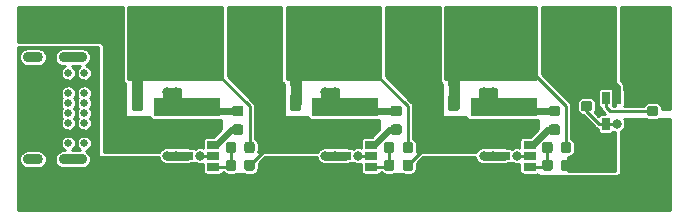
<source format=gbr>
G04 #@! TF.GenerationSoftware,KiCad,Pcbnew,(5.1.5)-3*
G04 #@! TF.CreationDate,2020-02-24T19:45:46-05:00*
G04 #@! TF.ProjectId,MiniiPS,4d696e69-6950-4532-9e6b-696361645f70,rev?*
G04 #@! TF.SameCoordinates,PX7641700PY5a995c0*
G04 #@! TF.FileFunction,Copper,L1,Top*
G04 #@! TF.FilePolarity,Positive*
%FSLAX46Y46*%
G04 Gerber Fmt 4.6, Leading zero omitted, Abs format (unit mm)*
G04 Created by KiCad (PCBNEW (5.1.5)-3) date 2020-02-24 19:45:46*
%MOMM*%
%LPD*%
G04 APERTURE LIST*
%ADD10R,1.060000X0.650000*%
%ADD11R,2.000000X2.000000*%
%ADD12O,1.700000X0.900000*%
%ADD13O,2.400000X0.900000*%
%ADD14C,0.660000*%
%ADD15C,0.100000*%
%ADD16R,5.700000X1.600000*%
%ADD17R,0.650000X1.060000*%
%ADD18C,0.800000*%
%ADD19C,0.250000*%
%ADD20C,0.600000*%
%ADD21C,0.800000*%
%ADD22C,0.900000*%
%ADD23C,0.254000*%
G04 APERTURE END LIST*
D10*
X16900000Y-13000000D03*
X16900000Y-12050000D03*
X16900000Y-13950000D03*
X14700000Y-13950000D03*
X14700000Y-13000000D03*
X14700000Y-12050000D03*
X30300000Y-13000000D03*
X30300000Y-12050000D03*
X30300000Y-13950000D03*
X28100000Y-13950000D03*
X28100000Y-13000000D03*
X28100000Y-12050000D03*
X41500000Y-12050000D03*
X41500000Y-13000000D03*
X41500000Y-13950000D03*
X43700000Y-13950000D03*
X43700000Y-12050000D03*
X43700000Y-13000000D03*
D11*
X14700000Y-1500000D03*
X1500000Y-16500000D03*
D12*
X1640000Y-13300000D03*
X1640000Y-4650000D03*
D13*
X5020000Y-13300000D03*
X5020000Y-4650000D03*
D14*
X4650000Y-9400000D03*
X4650000Y-11950000D03*
X4650000Y-11100000D03*
X4650000Y-10250000D03*
X4650000Y-6000000D03*
X4650000Y-7700000D03*
X4650000Y-8550000D03*
X4650000Y-6850000D03*
X6000000Y-11950000D03*
X6000000Y-11100000D03*
X6000000Y-10250000D03*
X6000000Y-9400000D03*
X6000000Y-8550000D03*
X6000000Y-7700000D03*
X6000000Y-6850000D03*
X6000000Y-6000000D03*
G04 #@! TA.AperFunction,SMDPad,CuDef*
D15*
G36*
X48777691Y-8351053D02*
G01*
X48798926Y-8354203D01*
X48819750Y-8359419D01*
X48839962Y-8366651D01*
X48859368Y-8375830D01*
X48877781Y-8386866D01*
X48895024Y-8399654D01*
X48910930Y-8414070D01*
X48925346Y-8429976D01*
X48938134Y-8447219D01*
X48949170Y-8465632D01*
X48958349Y-8485038D01*
X48965581Y-8505250D01*
X48970797Y-8526074D01*
X48973947Y-8547309D01*
X48975000Y-8568750D01*
X48975000Y-9006250D01*
X48973947Y-9027691D01*
X48970797Y-9048926D01*
X48965581Y-9069750D01*
X48958349Y-9089962D01*
X48949170Y-9109368D01*
X48938134Y-9127781D01*
X48925346Y-9145024D01*
X48910930Y-9160930D01*
X48895024Y-9175346D01*
X48877781Y-9188134D01*
X48859368Y-9199170D01*
X48839962Y-9208349D01*
X48819750Y-9215581D01*
X48798926Y-9220797D01*
X48777691Y-9223947D01*
X48756250Y-9225000D01*
X48243750Y-9225000D01*
X48222309Y-9223947D01*
X48201074Y-9220797D01*
X48180250Y-9215581D01*
X48160038Y-9208349D01*
X48140632Y-9199170D01*
X48122219Y-9188134D01*
X48104976Y-9175346D01*
X48089070Y-9160930D01*
X48074654Y-9145024D01*
X48061866Y-9127781D01*
X48050830Y-9109368D01*
X48041651Y-9089962D01*
X48034419Y-9069750D01*
X48029203Y-9048926D01*
X48026053Y-9027691D01*
X48025000Y-9006250D01*
X48025000Y-8568750D01*
X48026053Y-8547309D01*
X48029203Y-8526074D01*
X48034419Y-8505250D01*
X48041651Y-8485038D01*
X48050830Y-8465632D01*
X48061866Y-8447219D01*
X48074654Y-8429976D01*
X48089070Y-8414070D01*
X48104976Y-8399654D01*
X48122219Y-8386866D01*
X48140632Y-8375830D01*
X48160038Y-8366651D01*
X48180250Y-8359419D01*
X48201074Y-8354203D01*
X48222309Y-8351053D01*
X48243750Y-8350000D01*
X48756250Y-8350000D01*
X48777691Y-8351053D01*
G37*
G04 #@! TD.AperFunction*
G04 #@! TA.AperFunction,SMDPad,CuDef*
G36*
X48777691Y-6776053D02*
G01*
X48798926Y-6779203D01*
X48819750Y-6784419D01*
X48839962Y-6791651D01*
X48859368Y-6800830D01*
X48877781Y-6811866D01*
X48895024Y-6824654D01*
X48910930Y-6839070D01*
X48925346Y-6854976D01*
X48938134Y-6872219D01*
X48949170Y-6890632D01*
X48958349Y-6910038D01*
X48965581Y-6930250D01*
X48970797Y-6951074D01*
X48973947Y-6972309D01*
X48975000Y-6993750D01*
X48975000Y-7431250D01*
X48973947Y-7452691D01*
X48970797Y-7473926D01*
X48965581Y-7494750D01*
X48958349Y-7514962D01*
X48949170Y-7534368D01*
X48938134Y-7552781D01*
X48925346Y-7570024D01*
X48910930Y-7585930D01*
X48895024Y-7600346D01*
X48877781Y-7613134D01*
X48859368Y-7624170D01*
X48839962Y-7633349D01*
X48819750Y-7640581D01*
X48798926Y-7645797D01*
X48777691Y-7648947D01*
X48756250Y-7650000D01*
X48243750Y-7650000D01*
X48222309Y-7648947D01*
X48201074Y-7645797D01*
X48180250Y-7640581D01*
X48160038Y-7633349D01*
X48140632Y-7624170D01*
X48122219Y-7613134D01*
X48104976Y-7600346D01*
X48089070Y-7585930D01*
X48074654Y-7570024D01*
X48061866Y-7552781D01*
X48050830Y-7534368D01*
X48041651Y-7514962D01*
X48034419Y-7494750D01*
X48029203Y-7473926D01*
X48026053Y-7452691D01*
X48025000Y-7431250D01*
X48025000Y-6993750D01*
X48026053Y-6972309D01*
X48029203Y-6951074D01*
X48034419Y-6930250D01*
X48041651Y-6910038D01*
X48050830Y-6890632D01*
X48061866Y-6872219D01*
X48074654Y-6854976D01*
X48089070Y-6839070D01*
X48104976Y-6824654D01*
X48122219Y-6811866D01*
X48140632Y-6800830D01*
X48160038Y-6791651D01*
X48180250Y-6784419D01*
X48201074Y-6779203D01*
X48222309Y-6776053D01*
X48243750Y-6775000D01*
X48756250Y-6775000D01*
X48777691Y-6776053D01*
G37*
G04 #@! TD.AperFunction*
G04 #@! TA.AperFunction,SMDPad,CuDef*
G36*
X54377691Y-10351053D02*
G01*
X54398926Y-10354203D01*
X54419750Y-10359419D01*
X54439962Y-10366651D01*
X54459368Y-10375830D01*
X54477781Y-10386866D01*
X54495024Y-10399654D01*
X54510930Y-10414070D01*
X54525346Y-10429976D01*
X54538134Y-10447219D01*
X54549170Y-10465632D01*
X54558349Y-10485038D01*
X54565581Y-10505250D01*
X54570797Y-10526074D01*
X54573947Y-10547309D01*
X54575000Y-10568750D01*
X54575000Y-11006250D01*
X54573947Y-11027691D01*
X54570797Y-11048926D01*
X54565581Y-11069750D01*
X54558349Y-11089962D01*
X54549170Y-11109368D01*
X54538134Y-11127781D01*
X54525346Y-11145024D01*
X54510930Y-11160930D01*
X54495024Y-11175346D01*
X54477781Y-11188134D01*
X54459368Y-11199170D01*
X54439962Y-11208349D01*
X54419750Y-11215581D01*
X54398926Y-11220797D01*
X54377691Y-11223947D01*
X54356250Y-11225000D01*
X53843750Y-11225000D01*
X53822309Y-11223947D01*
X53801074Y-11220797D01*
X53780250Y-11215581D01*
X53760038Y-11208349D01*
X53740632Y-11199170D01*
X53722219Y-11188134D01*
X53704976Y-11175346D01*
X53689070Y-11160930D01*
X53674654Y-11145024D01*
X53661866Y-11127781D01*
X53650830Y-11109368D01*
X53641651Y-11089962D01*
X53634419Y-11069750D01*
X53629203Y-11048926D01*
X53626053Y-11027691D01*
X53625000Y-11006250D01*
X53625000Y-10568750D01*
X53626053Y-10547309D01*
X53629203Y-10526074D01*
X53634419Y-10505250D01*
X53641651Y-10485038D01*
X53650830Y-10465632D01*
X53661866Y-10447219D01*
X53674654Y-10429976D01*
X53689070Y-10414070D01*
X53704976Y-10399654D01*
X53722219Y-10386866D01*
X53740632Y-10375830D01*
X53760038Y-10366651D01*
X53780250Y-10359419D01*
X53801074Y-10354203D01*
X53822309Y-10351053D01*
X53843750Y-10350000D01*
X54356250Y-10350000D01*
X54377691Y-10351053D01*
G37*
G04 #@! TD.AperFunction*
G04 #@! TA.AperFunction,SMDPad,CuDef*
G36*
X54377691Y-8776053D02*
G01*
X54398926Y-8779203D01*
X54419750Y-8784419D01*
X54439962Y-8791651D01*
X54459368Y-8800830D01*
X54477781Y-8811866D01*
X54495024Y-8824654D01*
X54510930Y-8839070D01*
X54525346Y-8854976D01*
X54538134Y-8872219D01*
X54549170Y-8890632D01*
X54558349Y-8910038D01*
X54565581Y-8930250D01*
X54570797Y-8951074D01*
X54573947Y-8972309D01*
X54575000Y-8993750D01*
X54575000Y-9431250D01*
X54573947Y-9452691D01*
X54570797Y-9473926D01*
X54565581Y-9494750D01*
X54558349Y-9514962D01*
X54549170Y-9534368D01*
X54538134Y-9552781D01*
X54525346Y-9570024D01*
X54510930Y-9585930D01*
X54495024Y-9600346D01*
X54477781Y-9613134D01*
X54459368Y-9624170D01*
X54439962Y-9633349D01*
X54419750Y-9640581D01*
X54398926Y-9645797D01*
X54377691Y-9648947D01*
X54356250Y-9650000D01*
X53843750Y-9650000D01*
X53822309Y-9648947D01*
X53801074Y-9645797D01*
X53780250Y-9640581D01*
X53760038Y-9633349D01*
X53740632Y-9624170D01*
X53722219Y-9613134D01*
X53704976Y-9600346D01*
X53689070Y-9585930D01*
X53674654Y-9570024D01*
X53661866Y-9552781D01*
X53650830Y-9534368D01*
X53641651Y-9514962D01*
X53634419Y-9494750D01*
X53629203Y-9473926D01*
X53626053Y-9452691D01*
X53625000Y-9431250D01*
X53625000Y-8993750D01*
X53626053Y-8972309D01*
X53629203Y-8951074D01*
X53634419Y-8930250D01*
X53641651Y-8910038D01*
X53650830Y-8890632D01*
X53661866Y-8872219D01*
X53674654Y-8854976D01*
X53689070Y-8839070D01*
X53704976Y-8824654D01*
X53722219Y-8811866D01*
X53740632Y-8800830D01*
X53760038Y-8791651D01*
X53780250Y-8784419D01*
X53801074Y-8779203D01*
X53822309Y-8776053D01*
X53843750Y-8775000D01*
X54356250Y-8775000D01*
X54377691Y-8776053D01*
G37*
G04 #@! TD.AperFunction*
D11*
X52700000Y-1500000D03*
X1500000Y-1500000D03*
X49700000Y-16500000D03*
X28100000Y-1500000D03*
X41500000Y-1500000D03*
G04 #@! TA.AperFunction,SMDPad,CuDef*
D15*
G36*
X33627691Y-13326053D02*
G01*
X33648926Y-13329203D01*
X33669750Y-13334419D01*
X33689962Y-13341651D01*
X33709368Y-13350830D01*
X33727781Y-13361866D01*
X33745024Y-13374654D01*
X33760930Y-13389070D01*
X33775346Y-13404976D01*
X33788134Y-13422219D01*
X33799170Y-13440632D01*
X33808349Y-13460038D01*
X33815581Y-13480250D01*
X33820797Y-13501074D01*
X33823947Y-13522309D01*
X33825000Y-13543750D01*
X33825000Y-14056250D01*
X33823947Y-14077691D01*
X33820797Y-14098926D01*
X33815581Y-14119750D01*
X33808349Y-14139962D01*
X33799170Y-14159368D01*
X33788134Y-14177781D01*
X33775346Y-14195024D01*
X33760930Y-14210930D01*
X33745024Y-14225346D01*
X33727781Y-14238134D01*
X33709368Y-14249170D01*
X33689962Y-14258349D01*
X33669750Y-14265581D01*
X33648926Y-14270797D01*
X33627691Y-14273947D01*
X33606250Y-14275000D01*
X33168750Y-14275000D01*
X33147309Y-14273947D01*
X33126074Y-14270797D01*
X33105250Y-14265581D01*
X33085038Y-14258349D01*
X33065632Y-14249170D01*
X33047219Y-14238134D01*
X33029976Y-14225346D01*
X33014070Y-14210930D01*
X32999654Y-14195024D01*
X32986866Y-14177781D01*
X32975830Y-14159368D01*
X32966651Y-14139962D01*
X32959419Y-14119750D01*
X32954203Y-14098926D01*
X32951053Y-14077691D01*
X32950000Y-14056250D01*
X32950000Y-13543750D01*
X32951053Y-13522309D01*
X32954203Y-13501074D01*
X32959419Y-13480250D01*
X32966651Y-13460038D01*
X32975830Y-13440632D01*
X32986866Y-13422219D01*
X32999654Y-13404976D01*
X33014070Y-13389070D01*
X33029976Y-13374654D01*
X33047219Y-13361866D01*
X33065632Y-13350830D01*
X33085038Y-13341651D01*
X33105250Y-13334419D01*
X33126074Y-13329203D01*
X33147309Y-13326053D01*
X33168750Y-13325000D01*
X33606250Y-13325000D01*
X33627691Y-13326053D01*
G37*
G04 #@! TD.AperFunction*
G04 #@! TA.AperFunction,SMDPad,CuDef*
G36*
X32052691Y-13326053D02*
G01*
X32073926Y-13329203D01*
X32094750Y-13334419D01*
X32114962Y-13341651D01*
X32134368Y-13350830D01*
X32152781Y-13361866D01*
X32170024Y-13374654D01*
X32185930Y-13389070D01*
X32200346Y-13404976D01*
X32213134Y-13422219D01*
X32224170Y-13440632D01*
X32233349Y-13460038D01*
X32240581Y-13480250D01*
X32245797Y-13501074D01*
X32248947Y-13522309D01*
X32250000Y-13543750D01*
X32250000Y-14056250D01*
X32248947Y-14077691D01*
X32245797Y-14098926D01*
X32240581Y-14119750D01*
X32233349Y-14139962D01*
X32224170Y-14159368D01*
X32213134Y-14177781D01*
X32200346Y-14195024D01*
X32185930Y-14210930D01*
X32170024Y-14225346D01*
X32152781Y-14238134D01*
X32134368Y-14249170D01*
X32114962Y-14258349D01*
X32094750Y-14265581D01*
X32073926Y-14270797D01*
X32052691Y-14273947D01*
X32031250Y-14275000D01*
X31593750Y-14275000D01*
X31572309Y-14273947D01*
X31551074Y-14270797D01*
X31530250Y-14265581D01*
X31510038Y-14258349D01*
X31490632Y-14249170D01*
X31472219Y-14238134D01*
X31454976Y-14225346D01*
X31439070Y-14210930D01*
X31424654Y-14195024D01*
X31411866Y-14177781D01*
X31400830Y-14159368D01*
X31391651Y-14139962D01*
X31384419Y-14119750D01*
X31379203Y-14098926D01*
X31376053Y-14077691D01*
X31375000Y-14056250D01*
X31375000Y-13543750D01*
X31376053Y-13522309D01*
X31379203Y-13501074D01*
X31384419Y-13480250D01*
X31391651Y-13460038D01*
X31400830Y-13440632D01*
X31411866Y-13422219D01*
X31424654Y-13404976D01*
X31439070Y-13389070D01*
X31454976Y-13374654D01*
X31472219Y-13361866D01*
X31490632Y-13350830D01*
X31510038Y-13341651D01*
X31530250Y-13334419D01*
X31551074Y-13329203D01*
X31572309Y-13326053D01*
X31593750Y-13325000D01*
X32031250Y-13325000D01*
X32052691Y-13326053D01*
G37*
G04 #@! TD.AperFunction*
G04 #@! TA.AperFunction,SMDPad,CuDef*
G36*
X24155142Y-3801174D02*
G01*
X24178803Y-3804684D01*
X24202007Y-3810496D01*
X24224529Y-3818554D01*
X24246153Y-3828782D01*
X24266670Y-3841079D01*
X24285883Y-3855329D01*
X24303607Y-3871393D01*
X24319671Y-3889117D01*
X24333921Y-3908330D01*
X24346218Y-3928847D01*
X24356446Y-3950471D01*
X24364504Y-3972993D01*
X24370316Y-3996197D01*
X24373826Y-4019858D01*
X24375000Y-4043750D01*
X24375000Y-4956250D01*
X24373826Y-4980142D01*
X24370316Y-5003803D01*
X24364504Y-5027007D01*
X24356446Y-5049529D01*
X24346218Y-5071153D01*
X24333921Y-5091670D01*
X24319671Y-5110883D01*
X24303607Y-5128607D01*
X24285883Y-5144671D01*
X24266670Y-5158921D01*
X24246153Y-5171218D01*
X24224529Y-5181446D01*
X24202007Y-5189504D01*
X24178803Y-5195316D01*
X24155142Y-5198826D01*
X24131250Y-5200000D01*
X23643750Y-5200000D01*
X23619858Y-5198826D01*
X23596197Y-5195316D01*
X23572993Y-5189504D01*
X23550471Y-5181446D01*
X23528847Y-5171218D01*
X23508330Y-5158921D01*
X23489117Y-5144671D01*
X23471393Y-5128607D01*
X23455329Y-5110883D01*
X23441079Y-5091670D01*
X23428782Y-5071153D01*
X23418554Y-5049529D01*
X23410496Y-5027007D01*
X23404684Y-5003803D01*
X23401174Y-4980142D01*
X23400000Y-4956250D01*
X23400000Y-4043750D01*
X23401174Y-4019858D01*
X23404684Y-3996197D01*
X23410496Y-3972993D01*
X23418554Y-3950471D01*
X23428782Y-3928847D01*
X23441079Y-3908330D01*
X23455329Y-3889117D01*
X23471393Y-3871393D01*
X23489117Y-3855329D01*
X23508330Y-3841079D01*
X23528847Y-3828782D01*
X23550471Y-3818554D01*
X23572993Y-3810496D01*
X23596197Y-3804684D01*
X23619858Y-3801174D01*
X23643750Y-3800000D01*
X24131250Y-3800000D01*
X24155142Y-3801174D01*
G37*
G04 #@! TD.AperFunction*
G04 #@! TA.AperFunction,SMDPad,CuDef*
G36*
X22280142Y-3801174D02*
G01*
X22303803Y-3804684D01*
X22327007Y-3810496D01*
X22349529Y-3818554D01*
X22371153Y-3828782D01*
X22391670Y-3841079D01*
X22410883Y-3855329D01*
X22428607Y-3871393D01*
X22444671Y-3889117D01*
X22458921Y-3908330D01*
X22471218Y-3928847D01*
X22481446Y-3950471D01*
X22489504Y-3972993D01*
X22495316Y-3996197D01*
X22498826Y-4019858D01*
X22500000Y-4043750D01*
X22500000Y-4956250D01*
X22498826Y-4980142D01*
X22495316Y-5003803D01*
X22489504Y-5027007D01*
X22481446Y-5049529D01*
X22471218Y-5071153D01*
X22458921Y-5091670D01*
X22444671Y-5110883D01*
X22428607Y-5128607D01*
X22410883Y-5144671D01*
X22391670Y-5158921D01*
X22371153Y-5171218D01*
X22349529Y-5181446D01*
X22327007Y-5189504D01*
X22303803Y-5195316D01*
X22280142Y-5198826D01*
X22256250Y-5200000D01*
X21768750Y-5200000D01*
X21744858Y-5198826D01*
X21721197Y-5195316D01*
X21697993Y-5189504D01*
X21675471Y-5181446D01*
X21653847Y-5171218D01*
X21633330Y-5158921D01*
X21614117Y-5144671D01*
X21596393Y-5128607D01*
X21580329Y-5110883D01*
X21566079Y-5091670D01*
X21553782Y-5071153D01*
X21543554Y-5049529D01*
X21535496Y-5027007D01*
X21529684Y-5003803D01*
X21526174Y-4980142D01*
X21525000Y-4956250D01*
X21525000Y-4043750D01*
X21526174Y-4019858D01*
X21529684Y-3996197D01*
X21535496Y-3972993D01*
X21543554Y-3950471D01*
X21553782Y-3928847D01*
X21566079Y-3908330D01*
X21580329Y-3889117D01*
X21596393Y-3871393D01*
X21614117Y-3855329D01*
X21633330Y-3841079D01*
X21653847Y-3828782D01*
X21675471Y-3818554D01*
X21697993Y-3810496D01*
X21721197Y-3804684D01*
X21744858Y-3801174D01*
X21768750Y-3800000D01*
X22256250Y-3800000D01*
X22280142Y-3801174D01*
G37*
G04 #@! TD.AperFunction*
G04 #@! TA.AperFunction,SMDPad,CuDef*
G36*
X37555142Y-3801174D02*
G01*
X37578803Y-3804684D01*
X37602007Y-3810496D01*
X37624529Y-3818554D01*
X37646153Y-3828782D01*
X37666670Y-3841079D01*
X37685883Y-3855329D01*
X37703607Y-3871393D01*
X37719671Y-3889117D01*
X37733921Y-3908330D01*
X37746218Y-3928847D01*
X37756446Y-3950471D01*
X37764504Y-3972993D01*
X37770316Y-3996197D01*
X37773826Y-4019858D01*
X37775000Y-4043750D01*
X37775000Y-4956250D01*
X37773826Y-4980142D01*
X37770316Y-5003803D01*
X37764504Y-5027007D01*
X37756446Y-5049529D01*
X37746218Y-5071153D01*
X37733921Y-5091670D01*
X37719671Y-5110883D01*
X37703607Y-5128607D01*
X37685883Y-5144671D01*
X37666670Y-5158921D01*
X37646153Y-5171218D01*
X37624529Y-5181446D01*
X37602007Y-5189504D01*
X37578803Y-5195316D01*
X37555142Y-5198826D01*
X37531250Y-5200000D01*
X37043750Y-5200000D01*
X37019858Y-5198826D01*
X36996197Y-5195316D01*
X36972993Y-5189504D01*
X36950471Y-5181446D01*
X36928847Y-5171218D01*
X36908330Y-5158921D01*
X36889117Y-5144671D01*
X36871393Y-5128607D01*
X36855329Y-5110883D01*
X36841079Y-5091670D01*
X36828782Y-5071153D01*
X36818554Y-5049529D01*
X36810496Y-5027007D01*
X36804684Y-5003803D01*
X36801174Y-4980142D01*
X36800000Y-4956250D01*
X36800000Y-4043750D01*
X36801174Y-4019858D01*
X36804684Y-3996197D01*
X36810496Y-3972993D01*
X36818554Y-3950471D01*
X36828782Y-3928847D01*
X36841079Y-3908330D01*
X36855329Y-3889117D01*
X36871393Y-3871393D01*
X36889117Y-3855329D01*
X36908330Y-3841079D01*
X36928847Y-3828782D01*
X36950471Y-3818554D01*
X36972993Y-3810496D01*
X36996197Y-3804684D01*
X37019858Y-3801174D01*
X37043750Y-3800000D01*
X37531250Y-3800000D01*
X37555142Y-3801174D01*
G37*
G04 #@! TD.AperFunction*
G04 #@! TA.AperFunction,SMDPad,CuDef*
G36*
X35680142Y-3801174D02*
G01*
X35703803Y-3804684D01*
X35727007Y-3810496D01*
X35749529Y-3818554D01*
X35771153Y-3828782D01*
X35791670Y-3841079D01*
X35810883Y-3855329D01*
X35828607Y-3871393D01*
X35844671Y-3889117D01*
X35858921Y-3908330D01*
X35871218Y-3928847D01*
X35881446Y-3950471D01*
X35889504Y-3972993D01*
X35895316Y-3996197D01*
X35898826Y-4019858D01*
X35900000Y-4043750D01*
X35900000Y-4956250D01*
X35898826Y-4980142D01*
X35895316Y-5003803D01*
X35889504Y-5027007D01*
X35881446Y-5049529D01*
X35871218Y-5071153D01*
X35858921Y-5091670D01*
X35844671Y-5110883D01*
X35828607Y-5128607D01*
X35810883Y-5144671D01*
X35791670Y-5158921D01*
X35771153Y-5171218D01*
X35749529Y-5181446D01*
X35727007Y-5189504D01*
X35703803Y-5195316D01*
X35680142Y-5198826D01*
X35656250Y-5200000D01*
X35168750Y-5200000D01*
X35144858Y-5198826D01*
X35121197Y-5195316D01*
X35097993Y-5189504D01*
X35075471Y-5181446D01*
X35053847Y-5171218D01*
X35033330Y-5158921D01*
X35014117Y-5144671D01*
X34996393Y-5128607D01*
X34980329Y-5110883D01*
X34966079Y-5091670D01*
X34953782Y-5071153D01*
X34943554Y-5049529D01*
X34935496Y-5027007D01*
X34929684Y-5003803D01*
X34926174Y-4980142D01*
X34925000Y-4956250D01*
X34925000Y-4043750D01*
X34926174Y-4019858D01*
X34929684Y-3996197D01*
X34935496Y-3972993D01*
X34943554Y-3950471D01*
X34953782Y-3928847D01*
X34966079Y-3908330D01*
X34980329Y-3889117D01*
X34996393Y-3871393D01*
X35014117Y-3855329D01*
X35033330Y-3841079D01*
X35053847Y-3828782D01*
X35075471Y-3818554D01*
X35097993Y-3810496D01*
X35121197Y-3804684D01*
X35144858Y-3801174D01*
X35168750Y-3800000D01*
X35656250Y-3800000D01*
X35680142Y-3801174D01*
G37*
G04 #@! TD.AperFunction*
G04 #@! TA.AperFunction,SMDPad,CuDef*
G36*
X38977691Y-11776053D02*
G01*
X38998926Y-11779203D01*
X39019750Y-11784419D01*
X39039962Y-11791651D01*
X39059368Y-11800830D01*
X39077781Y-11811866D01*
X39095024Y-11824654D01*
X39110930Y-11839070D01*
X39125346Y-11854976D01*
X39138134Y-11872219D01*
X39149170Y-11890632D01*
X39158349Y-11910038D01*
X39165581Y-11930250D01*
X39170797Y-11951074D01*
X39173947Y-11972309D01*
X39175000Y-11993750D01*
X39175000Y-12431250D01*
X39173947Y-12452691D01*
X39170797Y-12473926D01*
X39165581Y-12494750D01*
X39158349Y-12514962D01*
X39149170Y-12534368D01*
X39138134Y-12552781D01*
X39125346Y-12570024D01*
X39110930Y-12585930D01*
X39095024Y-12600346D01*
X39077781Y-12613134D01*
X39059368Y-12624170D01*
X39039962Y-12633349D01*
X39019750Y-12640581D01*
X38998926Y-12645797D01*
X38977691Y-12648947D01*
X38956250Y-12650000D01*
X38443750Y-12650000D01*
X38422309Y-12648947D01*
X38401074Y-12645797D01*
X38380250Y-12640581D01*
X38360038Y-12633349D01*
X38340632Y-12624170D01*
X38322219Y-12613134D01*
X38304976Y-12600346D01*
X38289070Y-12585930D01*
X38274654Y-12570024D01*
X38261866Y-12552781D01*
X38250830Y-12534368D01*
X38241651Y-12514962D01*
X38234419Y-12494750D01*
X38229203Y-12473926D01*
X38226053Y-12452691D01*
X38225000Y-12431250D01*
X38225000Y-11993750D01*
X38226053Y-11972309D01*
X38229203Y-11951074D01*
X38234419Y-11930250D01*
X38241651Y-11910038D01*
X38250830Y-11890632D01*
X38261866Y-11872219D01*
X38274654Y-11854976D01*
X38289070Y-11839070D01*
X38304976Y-11824654D01*
X38322219Y-11811866D01*
X38340632Y-11800830D01*
X38360038Y-11791651D01*
X38380250Y-11784419D01*
X38401074Y-11779203D01*
X38422309Y-11776053D01*
X38443750Y-11775000D01*
X38956250Y-11775000D01*
X38977691Y-11776053D01*
G37*
G04 #@! TD.AperFunction*
G04 #@! TA.AperFunction,SMDPad,CuDef*
G36*
X38977691Y-13351053D02*
G01*
X38998926Y-13354203D01*
X39019750Y-13359419D01*
X39039962Y-13366651D01*
X39059368Y-13375830D01*
X39077781Y-13386866D01*
X39095024Y-13399654D01*
X39110930Y-13414070D01*
X39125346Y-13429976D01*
X39138134Y-13447219D01*
X39149170Y-13465632D01*
X39158349Y-13485038D01*
X39165581Y-13505250D01*
X39170797Y-13526074D01*
X39173947Y-13547309D01*
X39175000Y-13568750D01*
X39175000Y-14006250D01*
X39173947Y-14027691D01*
X39170797Y-14048926D01*
X39165581Y-14069750D01*
X39158349Y-14089962D01*
X39149170Y-14109368D01*
X39138134Y-14127781D01*
X39125346Y-14145024D01*
X39110930Y-14160930D01*
X39095024Y-14175346D01*
X39077781Y-14188134D01*
X39059368Y-14199170D01*
X39039962Y-14208349D01*
X39019750Y-14215581D01*
X38998926Y-14220797D01*
X38977691Y-14223947D01*
X38956250Y-14225000D01*
X38443750Y-14225000D01*
X38422309Y-14223947D01*
X38401074Y-14220797D01*
X38380250Y-14215581D01*
X38360038Y-14208349D01*
X38340632Y-14199170D01*
X38322219Y-14188134D01*
X38304976Y-14175346D01*
X38289070Y-14160930D01*
X38274654Y-14145024D01*
X38261866Y-14127781D01*
X38250830Y-14109368D01*
X38241651Y-14089962D01*
X38234419Y-14069750D01*
X38229203Y-14048926D01*
X38226053Y-14027691D01*
X38225000Y-14006250D01*
X38225000Y-13568750D01*
X38226053Y-13547309D01*
X38229203Y-13526074D01*
X38234419Y-13505250D01*
X38241651Y-13485038D01*
X38250830Y-13465632D01*
X38261866Y-13447219D01*
X38274654Y-13429976D01*
X38289070Y-13414070D01*
X38304976Y-13399654D01*
X38322219Y-13386866D01*
X38340632Y-13375830D01*
X38360038Y-13366651D01*
X38380250Y-13359419D01*
X38401074Y-13354203D01*
X38422309Y-13351053D01*
X38443750Y-13350000D01*
X38956250Y-13350000D01*
X38977691Y-13351053D01*
G37*
G04 #@! TD.AperFunction*
G04 #@! TA.AperFunction,SMDPad,CuDef*
G36*
X37555142Y-7801174D02*
G01*
X37578803Y-7804684D01*
X37602007Y-7810496D01*
X37624529Y-7818554D01*
X37646153Y-7828782D01*
X37666670Y-7841079D01*
X37685883Y-7855329D01*
X37703607Y-7871393D01*
X37719671Y-7889117D01*
X37733921Y-7908330D01*
X37746218Y-7928847D01*
X37756446Y-7950471D01*
X37764504Y-7972993D01*
X37770316Y-7996197D01*
X37773826Y-8019858D01*
X37775000Y-8043750D01*
X37775000Y-8956250D01*
X37773826Y-8980142D01*
X37770316Y-9003803D01*
X37764504Y-9027007D01*
X37756446Y-9049529D01*
X37746218Y-9071153D01*
X37733921Y-9091670D01*
X37719671Y-9110883D01*
X37703607Y-9128607D01*
X37685883Y-9144671D01*
X37666670Y-9158921D01*
X37646153Y-9171218D01*
X37624529Y-9181446D01*
X37602007Y-9189504D01*
X37578803Y-9195316D01*
X37555142Y-9198826D01*
X37531250Y-9200000D01*
X37043750Y-9200000D01*
X37019858Y-9198826D01*
X36996197Y-9195316D01*
X36972993Y-9189504D01*
X36950471Y-9181446D01*
X36928847Y-9171218D01*
X36908330Y-9158921D01*
X36889117Y-9144671D01*
X36871393Y-9128607D01*
X36855329Y-9110883D01*
X36841079Y-9091670D01*
X36828782Y-9071153D01*
X36818554Y-9049529D01*
X36810496Y-9027007D01*
X36804684Y-9003803D01*
X36801174Y-8980142D01*
X36800000Y-8956250D01*
X36800000Y-8043750D01*
X36801174Y-8019858D01*
X36804684Y-7996197D01*
X36810496Y-7972993D01*
X36818554Y-7950471D01*
X36828782Y-7928847D01*
X36841079Y-7908330D01*
X36855329Y-7889117D01*
X36871393Y-7871393D01*
X36889117Y-7855329D01*
X36908330Y-7841079D01*
X36928847Y-7828782D01*
X36950471Y-7818554D01*
X36972993Y-7810496D01*
X36996197Y-7804684D01*
X37019858Y-7801174D01*
X37043750Y-7800000D01*
X37531250Y-7800000D01*
X37555142Y-7801174D01*
G37*
G04 #@! TD.AperFunction*
G04 #@! TA.AperFunction,SMDPad,CuDef*
G36*
X35680142Y-7801174D02*
G01*
X35703803Y-7804684D01*
X35727007Y-7810496D01*
X35749529Y-7818554D01*
X35771153Y-7828782D01*
X35791670Y-7841079D01*
X35810883Y-7855329D01*
X35828607Y-7871393D01*
X35844671Y-7889117D01*
X35858921Y-7908330D01*
X35871218Y-7928847D01*
X35881446Y-7950471D01*
X35889504Y-7972993D01*
X35895316Y-7996197D01*
X35898826Y-8019858D01*
X35900000Y-8043750D01*
X35900000Y-8956250D01*
X35898826Y-8980142D01*
X35895316Y-9003803D01*
X35889504Y-9027007D01*
X35881446Y-9049529D01*
X35871218Y-9071153D01*
X35858921Y-9091670D01*
X35844671Y-9110883D01*
X35828607Y-9128607D01*
X35810883Y-9144671D01*
X35791670Y-9158921D01*
X35771153Y-9171218D01*
X35749529Y-9181446D01*
X35727007Y-9189504D01*
X35703803Y-9195316D01*
X35680142Y-9198826D01*
X35656250Y-9200000D01*
X35168750Y-9200000D01*
X35144858Y-9198826D01*
X35121197Y-9195316D01*
X35097993Y-9189504D01*
X35075471Y-9181446D01*
X35053847Y-9171218D01*
X35033330Y-9158921D01*
X35014117Y-9144671D01*
X34996393Y-9128607D01*
X34980329Y-9110883D01*
X34966079Y-9091670D01*
X34953782Y-9071153D01*
X34943554Y-9049529D01*
X34935496Y-9027007D01*
X34929684Y-9003803D01*
X34926174Y-8980142D01*
X34925000Y-8956250D01*
X34925000Y-8043750D01*
X34926174Y-8019858D01*
X34929684Y-7996197D01*
X34935496Y-7972993D01*
X34943554Y-7950471D01*
X34953782Y-7928847D01*
X34966079Y-7908330D01*
X34980329Y-7889117D01*
X34996393Y-7871393D01*
X35014117Y-7855329D01*
X35033330Y-7841079D01*
X35053847Y-7828782D01*
X35075471Y-7818554D01*
X35097993Y-7810496D01*
X35121197Y-7804684D01*
X35144858Y-7801174D01*
X35168750Y-7800000D01*
X35656250Y-7800000D01*
X35680142Y-7801174D01*
G37*
G04 #@! TD.AperFunction*
G04 #@! TA.AperFunction,SMDPad,CuDef*
G36*
X45452691Y-11826053D02*
G01*
X45473926Y-11829203D01*
X45494750Y-11834419D01*
X45514962Y-11841651D01*
X45534368Y-11850830D01*
X45552781Y-11861866D01*
X45570024Y-11874654D01*
X45585930Y-11889070D01*
X45600346Y-11904976D01*
X45613134Y-11922219D01*
X45624170Y-11940632D01*
X45633349Y-11960038D01*
X45640581Y-11980250D01*
X45645797Y-12001074D01*
X45648947Y-12022309D01*
X45650000Y-12043750D01*
X45650000Y-12556250D01*
X45648947Y-12577691D01*
X45645797Y-12598926D01*
X45640581Y-12619750D01*
X45633349Y-12639962D01*
X45624170Y-12659368D01*
X45613134Y-12677781D01*
X45600346Y-12695024D01*
X45585930Y-12710930D01*
X45570024Y-12725346D01*
X45552781Y-12738134D01*
X45534368Y-12749170D01*
X45514962Y-12758349D01*
X45494750Y-12765581D01*
X45473926Y-12770797D01*
X45452691Y-12773947D01*
X45431250Y-12775000D01*
X44993750Y-12775000D01*
X44972309Y-12773947D01*
X44951074Y-12770797D01*
X44930250Y-12765581D01*
X44910038Y-12758349D01*
X44890632Y-12749170D01*
X44872219Y-12738134D01*
X44854976Y-12725346D01*
X44839070Y-12710930D01*
X44824654Y-12695024D01*
X44811866Y-12677781D01*
X44800830Y-12659368D01*
X44791651Y-12639962D01*
X44784419Y-12619750D01*
X44779203Y-12598926D01*
X44776053Y-12577691D01*
X44775000Y-12556250D01*
X44775000Y-12043750D01*
X44776053Y-12022309D01*
X44779203Y-12001074D01*
X44784419Y-11980250D01*
X44791651Y-11960038D01*
X44800830Y-11940632D01*
X44811866Y-11922219D01*
X44824654Y-11904976D01*
X44839070Y-11889070D01*
X44854976Y-11874654D01*
X44872219Y-11861866D01*
X44890632Y-11850830D01*
X44910038Y-11841651D01*
X44930250Y-11834419D01*
X44951074Y-11829203D01*
X44972309Y-11826053D01*
X44993750Y-11825000D01*
X45431250Y-11825000D01*
X45452691Y-11826053D01*
G37*
G04 #@! TD.AperFunction*
G04 #@! TA.AperFunction,SMDPad,CuDef*
G36*
X47027691Y-11826053D02*
G01*
X47048926Y-11829203D01*
X47069750Y-11834419D01*
X47089962Y-11841651D01*
X47109368Y-11850830D01*
X47127781Y-11861866D01*
X47145024Y-11874654D01*
X47160930Y-11889070D01*
X47175346Y-11904976D01*
X47188134Y-11922219D01*
X47199170Y-11940632D01*
X47208349Y-11960038D01*
X47215581Y-11980250D01*
X47220797Y-12001074D01*
X47223947Y-12022309D01*
X47225000Y-12043750D01*
X47225000Y-12556250D01*
X47223947Y-12577691D01*
X47220797Y-12598926D01*
X47215581Y-12619750D01*
X47208349Y-12639962D01*
X47199170Y-12659368D01*
X47188134Y-12677781D01*
X47175346Y-12695024D01*
X47160930Y-12710930D01*
X47145024Y-12725346D01*
X47127781Y-12738134D01*
X47109368Y-12749170D01*
X47089962Y-12758349D01*
X47069750Y-12765581D01*
X47048926Y-12770797D01*
X47027691Y-12773947D01*
X47006250Y-12775000D01*
X46568750Y-12775000D01*
X46547309Y-12773947D01*
X46526074Y-12770797D01*
X46505250Y-12765581D01*
X46485038Y-12758349D01*
X46465632Y-12749170D01*
X46447219Y-12738134D01*
X46429976Y-12725346D01*
X46414070Y-12710930D01*
X46399654Y-12695024D01*
X46386866Y-12677781D01*
X46375830Y-12659368D01*
X46366651Y-12639962D01*
X46359419Y-12619750D01*
X46354203Y-12598926D01*
X46351053Y-12577691D01*
X46350000Y-12556250D01*
X46350000Y-12043750D01*
X46351053Y-12022309D01*
X46354203Y-12001074D01*
X46359419Y-11980250D01*
X46366651Y-11960038D01*
X46375830Y-11940632D01*
X46386866Y-11922219D01*
X46399654Y-11904976D01*
X46414070Y-11889070D01*
X46429976Y-11874654D01*
X46447219Y-11861866D01*
X46465632Y-11850830D01*
X46485038Y-11841651D01*
X46505250Y-11834419D01*
X46526074Y-11829203D01*
X46547309Y-11826053D01*
X46568750Y-11825000D01*
X47006250Y-11825000D01*
X47027691Y-11826053D01*
G37*
G04 #@! TD.AperFunction*
G04 #@! TA.AperFunction,SMDPad,CuDef*
G36*
X37480142Y-13451174D02*
G01*
X37503803Y-13454684D01*
X37527007Y-13460496D01*
X37549529Y-13468554D01*
X37571153Y-13478782D01*
X37591670Y-13491079D01*
X37610883Y-13505329D01*
X37628607Y-13521393D01*
X37644671Y-13539117D01*
X37658921Y-13558330D01*
X37671218Y-13578847D01*
X37681446Y-13600471D01*
X37689504Y-13622993D01*
X37695316Y-13646197D01*
X37698826Y-13669858D01*
X37700000Y-13693750D01*
X37700000Y-14181250D01*
X37698826Y-14205142D01*
X37695316Y-14228803D01*
X37689504Y-14252007D01*
X37681446Y-14274529D01*
X37671218Y-14296153D01*
X37658921Y-14316670D01*
X37644671Y-14335883D01*
X37628607Y-14353607D01*
X37610883Y-14369671D01*
X37591670Y-14383921D01*
X37571153Y-14396218D01*
X37549529Y-14406446D01*
X37527007Y-14414504D01*
X37503803Y-14420316D01*
X37480142Y-14423826D01*
X37456250Y-14425000D01*
X36543750Y-14425000D01*
X36519858Y-14423826D01*
X36496197Y-14420316D01*
X36472993Y-14414504D01*
X36450471Y-14406446D01*
X36428847Y-14396218D01*
X36408330Y-14383921D01*
X36389117Y-14369671D01*
X36371393Y-14353607D01*
X36355329Y-14335883D01*
X36341079Y-14316670D01*
X36328782Y-14296153D01*
X36318554Y-14274529D01*
X36310496Y-14252007D01*
X36304684Y-14228803D01*
X36301174Y-14205142D01*
X36300000Y-14181250D01*
X36300000Y-13693750D01*
X36301174Y-13669858D01*
X36304684Y-13646197D01*
X36310496Y-13622993D01*
X36318554Y-13600471D01*
X36328782Y-13578847D01*
X36341079Y-13558330D01*
X36355329Y-13539117D01*
X36371393Y-13521393D01*
X36389117Y-13505329D01*
X36408330Y-13491079D01*
X36428847Y-13478782D01*
X36450471Y-13468554D01*
X36472993Y-13460496D01*
X36496197Y-13454684D01*
X36519858Y-13451174D01*
X36543750Y-13450000D01*
X37456250Y-13450000D01*
X37480142Y-13451174D01*
G37*
G04 #@! TD.AperFunction*
G04 #@! TA.AperFunction,SMDPad,CuDef*
G36*
X37480142Y-11576174D02*
G01*
X37503803Y-11579684D01*
X37527007Y-11585496D01*
X37549529Y-11593554D01*
X37571153Y-11603782D01*
X37591670Y-11616079D01*
X37610883Y-11630329D01*
X37628607Y-11646393D01*
X37644671Y-11664117D01*
X37658921Y-11683330D01*
X37671218Y-11703847D01*
X37681446Y-11725471D01*
X37689504Y-11747993D01*
X37695316Y-11771197D01*
X37698826Y-11794858D01*
X37700000Y-11818750D01*
X37700000Y-12306250D01*
X37698826Y-12330142D01*
X37695316Y-12353803D01*
X37689504Y-12377007D01*
X37681446Y-12399529D01*
X37671218Y-12421153D01*
X37658921Y-12441670D01*
X37644671Y-12460883D01*
X37628607Y-12478607D01*
X37610883Y-12494671D01*
X37591670Y-12508921D01*
X37571153Y-12521218D01*
X37549529Y-12531446D01*
X37527007Y-12539504D01*
X37503803Y-12545316D01*
X37480142Y-12548826D01*
X37456250Y-12550000D01*
X36543750Y-12550000D01*
X36519858Y-12548826D01*
X36496197Y-12545316D01*
X36472993Y-12539504D01*
X36450471Y-12531446D01*
X36428847Y-12521218D01*
X36408330Y-12508921D01*
X36389117Y-12494671D01*
X36371393Y-12478607D01*
X36355329Y-12460883D01*
X36341079Y-12441670D01*
X36328782Y-12421153D01*
X36318554Y-12399529D01*
X36310496Y-12377007D01*
X36304684Y-12353803D01*
X36301174Y-12330142D01*
X36300000Y-12306250D01*
X36300000Y-11818750D01*
X36301174Y-11794858D01*
X36304684Y-11771197D01*
X36310496Y-11747993D01*
X36318554Y-11725471D01*
X36328782Y-11703847D01*
X36341079Y-11683330D01*
X36355329Y-11664117D01*
X36371393Y-11646393D01*
X36389117Y-11630329D01*
X36408330Y-11616079D01*
X36428847Y-11603782D01*
X36450471Y-11593554D01*
X36472993Y-11585496D01*
X36496197Y-11579684D01*
X36519858Y-11576174D01*
X36543750Y-11575000D01*
X37456250Y-11575000D01*
X37480142Y-11576174D01*
G37*
G04 #@! TD.AperFunction*
D16*
X41500000Y-8850000D03*
X41500000Y-4150000D03*
G04 #@! TA.AperFunction,SMDPad,CuDef*
D15*
G36*
X35580142Y-13451174D02*
G01*
X35603803Y-13454684D01*
X35627007Y-13460496D01*
X35649529Y-13468554D01*
X35671153Y-13478782D01*
X35691670Y-13491079D01*
X35710883Y-13505329D01*
X35728607Y-13521393D01*
X35744671Y-13539117D01*
X35758921Y-13558330D01*
X35771218Y-13578847D01*
X35781446Y-13600471D01*
X35789504Y-13622993D01*
X35795316Y-13646197D01*
X35798826Y-13669858D01*
X35800000Y-13693750D01*
X35800000Y-14181250D01*
X35798826Y-14205142D01*
X35795316Y-14228803D01*
X35789504Y-14252007D01*
X35781446Y-14274529D01*
X35771218Y-14296153D01*
X35758921Y-14316670D01*
X35744671Y-14335883D01*
X35728607Y-14353607D01*
X35710883Y-14369671D01*
X35691670Y-14383921D01*
X35671153Y-14396218D01*
X35649529Y-14406446D01*
X35627007Y-14414504D01*
X35603803Y-14420316D01*
X35580142Y-14423826D01*
X35556250Y-14425000D01*
X34643750Y-14425000D01*
X34619858Y-14423826D01*
X34596197Y-14420316D01*
X34572993Y-14414504D01*
X34550471Y-14406446D01*
X34528847Y-14396218D01*
X34508330Y-14383921D01*
X34489117Y-14369671D01*
X34471393Y-14353607D01*
X34455329Y-14335883D01*
X34441079Y-14316670D01*
X34428782Y-14296153D01*
X34418554Y-14274529D01*
X34410496Y-14252007D01*
X34404684Y-14228803D01*
X34401174Y-14205142D01*
X34400000Y-14181250D01*
X34400000Y-13693750D01*
X34401174Y-13669858D01*
X34404684Y-13646197D01*
X34410496Y-13622993D01*
X34418554Y-13600471D01*
X34428782Y-13578847D01*
X34441079Y-13558330D01*
X34455329Y-13539117D01*
X34471393Y-13521393D01*
X34489117Y-13505329D01*
X34508330Y-13491079D01*
X34528847Y-13478782D01*
X34550471Y-13468554D01*
X34572993Y-13460496D01*
X34596197Y-13454684D01*
X34619858Y-13451174D01*
X34643750Y-13450000D01*
X35556250Y-13450000D01*
X35580142Y-13451174D01*
G37*
G04 #@! TD.AperFunction*
G04 #@! TA.AperFunction,SMDPad,CuDef*
G36*
X35580142Y-11576174D02*
G01*
X35603803Y-11579684D01*
X35627007Y-11585496D01*
X35649529Y-11593554D01*
X35671153Y-11603782D01*
X35691670Y-11616079D01*
X35710883Y-11630329D01*
X35728607Y-11646393D01*
X35744671Y-11664117D01*
X35758921Y-11683330D01*
X35771218Y-11703847D01*
X35781446Y-11725471D01*
X35789504Y-11747993D01*
X35795316Y-11771197D01*
X35798826Y-11794858D01*
X35800000Y-11818750D01*
X35800000Y-12306250D01*
X35798826Y-12330142D01*
X35795316Y-12353803D01*
X35789504Y-12377007D01*
X35781446Y-12399529D01*
X35771218Y-12421153D01*
X35758921Y-12441670D01*
X35744671Y-12460883D01*
X35728607Y-12478607D01*
X35710883Y-12494671D01*
X35691670Y-12508921D01*
X35671153Y-12521218D01*
X35649529Y-12531446D01*
X35627007Y-12539504D01*
X35603803Y-12545316D01*
X35580142Y-12548826D01*
X35556250Y-12550000D01*
X34643750Y-12550000D01*
X34619858Y-12548826D01*
X34596197Y-12545316D01*
X34572993Y-12539504D01*
X34550471Y-12531446D01*
X34528847Y-12521218D01*
X34508330Y-12508921D01*
X34489117Y-12494671D01*
X34471393Y-12478607D01*
X34455329Y-12460883D01*
X34441079Y-12441670D01*
X34428782Y-12421153D01*
X34418554Y-12399529D01*
X34410496Y-12377007D01*
X34404684Y-12353803D01*
X34401174Y-12330142D01*
X34400000Y-12306250D01*
X34400000Y-11818750D01*
X34401174Y-11794858D01*
X34404684Y-11771197D01*
X34410496Y-11747993D01*
X34418554Y-11725471D01*
X34428782Y-11703847D01*
X34441079Y-11683330D01*
X34455329Y-11664117D01*
X34471393Y-11646393D01*
X34489117Y-11630329D01*
X34508330Y-11616079D01*
X34528847Y-11603782D01*
X34550471Y-11593554D01*
X34572993Y-11585496D01*
X34596197Y-11579684D01*
X34619858Y-11576174D01*
X34643750Y-11575000D01*
X35556250Y-11575000D01*
X35580142Y-11576174D01*
G37*
G04 #@! TD.AperFunction*
G04 #@! TA.AperFunction,SMDPad,CuDef*
G36*
X37555142Y-5801174D02*
G01*
X37578803Y-5804684D01*
X37602007Y-5810496D01*
X37624529Y-5818554D01*
X37646153Y-5828782D01*
X37666670Y-5841079D01*
X37685883Y-5855329D01*
X37703607Y-5871393D01*
X37719671Y-5889117D01*
X37733921Y-5908330D01*
X37746218Y-5928847D01*
X37756446Y-5950471D01*
X37764504Y-5972993D01*
X37770316Y-5996197D01*
X37773826Y-6019858D01*
X37775000Y-6043750D01*
X37775000Y-6956250D01*
X37773826Y-6980142D01*
X37770316Y-7003803D01*
X37764504Y-7027007D01*
X37756446Y-7049529D01*
X37746218Y-7071153D01*
X37733921Y-7091670D01*
X37719671Y-7110883D01*
X37703607Y-7128607D01*
X37685883Y-7144671D01*
X37666670Y-7158921D01*
X37646153Y-7171218D01*
X37624529Y-7181446D01*
X37602007Y-7189504D01*
X37578803Y-7195316D01*
X37555142Y-7198826D01*
X37531250Y-7200000D01*
X37043750Y-7200000D01*
X37019858Y-7198826D01*
X36996197Y-7195316D01*
X36972993Y-7189504D01*
X36950471Y-7181446D01*
X36928847Y-7171218D01*
X36908330Y-7158921D01*
X36889117Y-7144671D01*
X36871393Y-7128607D01*
X36855329Y-7110883D01*
X36841079Y-7091670D01*
X36828782Y-7071153D01*
X36818554Y-7049529D01*
X36810496Y-7027007D01*
X36804684Y-7003803D01*
X36801174Y-6980142D01*
X36800000Y-6956250D01*
X36800000Y-6043750D01*
X36801174Y-6019858D01*
X36804684Y-5996197D01*
X36810496Y-5972993D01*
X36818554Y-5950471D01*
X36828782Y-5928847D01*
X36841079Y-5908330D01*
X36855329Y-5889117D01*
X36871393Y-5871393D01*
X36889117Y-5855329D01*
X36908330Y-5841079D01*
X36928847Y-5828782D01*
X36950471Y-5818554D01*
X36972993Y-5810496D01*
X36996197Y-5804684D01*
X37019858Y-5801174D01*
X37043750Y-5800000D01*
X37531250Y-5800000D01*
X37555142Y-5801174D01*
G37*
G04 #@! TD.AperFunction*
G04 #@! TA.AperFunction,SMDPad,CuDef*
G36*
X35680142Y-5801174D02*
G01*
X35703803Y-5804684D01*
X35727007Y-5810496D01*
X35749529Y-5818554D01*
X35771153Y-5828782D01*
X35791670Y-5841079D01*
X35810883Y-5855329D01*
X35828607Y-5871393D01*
X35844671Y-5889117D01*
X35858921Y-5908330D01*
X35871218Y-5928847D01*
X35881446Y-5950471D01*
X35889504Y-5972993D01*
X35895316Y-5996197D01*
X35898826Y-6019858D01*
X35900000Y-6043750D01*
X35900000Y-6956250D01*
X35898826Y-6980142D01*
X35895316Y-7003803D01*
X35889504Y-7027007D01*
X35881446Y-7049529D01*
X35871218Y-7071153D01*
X35858921Y-7091670D01*
X35844671Y-7110883D01*
X35828607Y-7128607D01*
X35810883Y-7144671D01*
X35791670Y-7158921D01*
X35771153Y-7171218D01*
X35749529Y-7181446D01*
X35727007Y-7189504D01*
X35703803Y-7195316D01*
X35680142Y-7198826D01*
X35656250Y-7200000D01*
X35168750Y-7200000D01*
X35144858Y-7198826D01*
X35121197Y-7195316D01*
X35097993Y-7189504D01*
X35075471Y-7181446D01*
X35053847Y-7171218D01*
X35033330Y-7158921D01*
X35014117Y-7144671D01*
X34996393Y-7128607D01*
X34980329Y-7110883D01*
X34966079Y-7091670D01*
X34953782Y-7071153D01*
X34943554Y-7049529D01*
X34935496Y-7027007D01*
X34929684Y-7003803D01*
X34926174Y-6980142D01*
X34925000Y-6956250D01*
X34925000Y-6043750D01*
X34926174Y-6019858D01*
X34929684Y-5996197D01*
X34935496Y-5972993D01*
X34943554Y-5950471D01*
X34953782Y-5928847D01*
X34966079Y-5908330D01*
X34980329Y-5889117D01*
X34996393Y-5871393D01*
X35014117Y-5855329D01*
X35033330Y-5841079D01*
X35053847Y-5828782D01*
X35075471Y-5818554D01*
X35097993Y-5810496D01*
X35121197Y-5804684D01*
X35144858Y-5801174D01*
X35168750Y-5800000D01*
X35656250Y-5800000D01*
X35680142Y-5801174D01*
G37*
G04 #@! TD.AperFunction*
G04 #@! TA.AperFunction,SMDPad,CuDef*
G36*
X46077691Y-8776053D02*
G01*
X46098926Y-8779203D01*
X46119750Y-8784419D01*
X46139962Y-8791651D01*
X46159368Y-8800830D01*
X46177781Y-8811866D01*
X46195024Y-8824654D01*
X46210930Y-8839070D01*
X46225346Y-8854976D01*
X46238134Y-8872219D01*
X46249170Y-8890632D01*
X46258349Y-8910038D01*
X46265581Y-8930250D01*
X46270797Y-8951074D01*
X46273947Y-8972309D01*
X46275000Y-8993750D01*
X46275000Y-9431250D01*
X46273947Y-9452691D01*
X46270797Y-9473926D01*
X46265581Y-9494750D01*
X46258349Y-9514962D01*
X46249170Y-9534368D01*
X46238134Y-9552781D01*
X46225346Y-9570024D01*
X46210930Y-9585930D01*
X46195024Y-9600346D01*
X46177781Y-9613134D01*
X46159368Y-9624170D01*
X46139962Y-9633349D01*
X46119750Y-9640581D01*
X46098926Y-9645797D01*
X46077691Y-9648947D01*
X46056250Y-9650000D01*
X45543750Y-9650000D01*
X45522309Y-9648947D01*
X45501074Y-9645797D01*
X45480250Y-9640581D01*
X45460038Y-9633349D01*
X45440632Y-9624170D01*
X45422219Y-9613134D01*
X45404976Y-9600346D01*
X45389070Y-9585930D01*
X45374654Y-9570024D01*
X45361866Y-9552781D01*
X45350830Y-9534368D01*
X45341651Y-9514962D01*
X45334419Y-9494750D01*
X45329203Y-9473926D01*
X45326053Y-9452691D01*
X45325000Y-9431250D01*
X45325000Y-8993750D01*
X45326053Y-8972309D01*
X45329203Y-8951074D01*
X45334419Y-8930250D01*
X45341651Y-8910038D01*
X45350830Y-8890632D01*
X45361866Y-8872219D01*
X45374654Y-8854976D01*
X45389070Y-8839070D01*
X45404976Y-8824654D01*
X45422219Y-8811866D01*
X45440632Y-8800830D01*
X45460038Y-8791651D01*
X45480250Y-8784419D01*
X45501074Y-8779203D01*
X45522309Y-8776053D01*
X45543750Y-8775000D01*
X46056250Y-8775000D01*
X46077691Y-8776053D01*
G37*
G04 #@! TD.AperFunction*
G04 #@! TA.AperFunction,SMDPad,CuDef*
G36*
X46077691Y-10351053D02*
G01*
X46098926Y-10354203D01*
X46119750Y-10359419D01*
X46139962Y-10366651D01*
X46159368Y-10375830D01*
X46177781Y-10386866D01*
X46195024Y-10399654D01*
X46210930Y-10414070D01*
X46225346Y-10429976D01*
X46238134Y-10447219D01*
X46249170Y-10465632D01*
X46258349Y-10485038D01*
X46265581Y-10505250D01*
X46270797Y-10526074D01*
X46273947Y-10547309D01*
X46275000Y-10568750D01*
X46275000Y-11006250D01*
X46273947Y-11027691D01*
X46270797Y-11048926D01*
X46265581Y-11069750D01*
X46258349Y-11089962D01*
X46249170Y-11109368D01*
X46238134Y-11127781D01*
X46225346Y-11145024D01*
X46210930Y-11160930D01*
X46195024Y-11175346D01*
X46177781Y-11188134D01*
X46159368Y-11199170D01*
X46139962Y-11208349D01*
X46119750Y-11215581D01*
X46098926Y-11220797D01*
X46077691Y-11223947D01*
X46056250Y-11225000D01*
X45543750Y-11225000D01*
X45522309Y-11223947D01*
X45501074Y-11220797D01*
X45480250Y-11215581D01*
X45460038Y-11208349D01*
X45440632Y-11199170D01*
X45422219Y-11188134D01*
X45404976Y-11175346D01*
X45389070Y-11160930D01*
X45374654Y-11145024D01*
X45361866Y-11127781D01*
X45350830Y-11109368D01*
X45341651Y-11089962D01*
X45334419Y-11069750D01*
X45329203Y-11048926D01*
X45326053Y-11027691D01*
X45325000Y-11006250D01*
X45325000Y-10568750D01*
X45326053Y-10547309D01*
X45329203Y-10526074D01*
X45334419Y-10505250D01*
X45341651Y-10485038D01*
X45350830Y-10465632D01*
X45361866Y-10447219D01*
X45374654Y-10429976D01*
X45389070Y-10414070D01*
X45404976Y-10399654D01*
X45422219Y-10386866D01*
X45440632Y-10375830D01*
X45460038Y-10366651D01*
X45480250Y-10359419D01*
X45501074Y-10354203D01*
X45522309Y-10351053D01*
X45543750Y-10350000D01*
X46056250Y-10350000D01*
X46077691Y-10351053D01*
G37*
G04 #@! TD.AperFunction*
D16*
X28100000Y-8850000D03*
X28100000Y-4150000D03*
G04 #@! TA.AperFunction,SMDPad,CuDef*
D15*
G36*
X45452691Y-13326053D02*
G01*
X45473926Y-13329203D01*
X45494750Y-13334419D01*
X45514962Y-13341651D01*
X45534368Y-13350830D01*
X45552781Y-13361866D01*
X45570024Y-13374654D01*
X45585930Y-13389070D01*
X45600346Y-13404976D01*
X45613134Y-13422219D01*
X45624170Y-13440632D01*
X45633349Y-13460038D01*
X45640581Y-13480250D01*
X45645797Y-13501074D01*
X45648947Y-13522309D01*
X45650000Y-13543750D01*
X45650000Y-14056250D01*
X45648947Y-14077691D01*
X45645797Y-14098926D01*
X45640581Y-14119750D01*
X45633349Y-14139962D01*
X45624170Y-14159368D01*
X45613134Y-14177781D01*
X45600346Y-14195024D01*
X45585930Y-14210930D01*
X45570024Y-14225346D01*
X45552781Y-14238134D01*
X45534368Y-14249170D01*
X45514962Y-14258349D01*
X45494750Y-14265581D01*
X45473926Y-14270797D01*
X45452691Y-14273947D01*
X45431250Y-14275000D01*
X44993750Y-14275000D01*
X44972309Y-14273947D01*
X44951074Y-14270797D01*
X44930250Y-14265581D01*
X44910038Y-14258349D01*
X44890632Y-14249170D01*
X44872219Y-14238134D01*
X44854976Y-14225346D01*
X44839070Y-14210930D01*
X44824654Y-14195024D01*
X44811866Y-14177781D01*
X44800830Y-14159368D01*
X44791651Y-14139962D01*
X44784419Y-14119750D01*
X44779203Y-14098926D01*
X44776053Y-14077691D01*
X44775000Y-14056250D01*
X44775000Y-13543750D01*
X44776053Y-13522309D01*
X44779203Y-13501074D01*
X44784419Y-13480250D01*
X44791651Y-13460038D01*
X44800830Y-13440632D01*
X44811866Y-13422219D01*
X44824654Y-13404976D01*
X44839070Y-13389070D01*
X44854976Y-13374654D01*
X44872219Y-13361866D01*
X44890632Y-13350830D01*
X44910038Y-13341651D01*
X44930250Y-13334419D01*
X44951074Y-13329203D01*
X44972309Y-13326053D01*
X44993750Y-13325000D01*
X45431250Y-13325000D01*
X45452691Y-13326053D01*
G37*
G04 #@! TD.AperFunction*
G04 #@! TA.AperFunction,SMDPad,CuDef*
G36*
X47027691Y-13326053D02*
G01*
X47048926Y-13329203D01*
X47069750Y-13334419D01*
X47089962Y-13341651D01*
X47109368Y-13350830D01*
X47127781Y-13361866D01*
X47145024Y-13374654D01*
X47160930Y-13389070D01*
X47175346Y-13404976D01*
X47188134Y-13422219D01*
X47199170Y-13440632D01*
X47208349Y-13460038D01*
X47215581Y-13480250D01*
X47220797Y-13501074D01*
X47223947Y-13522309D01*
X47225000Y-13543750D01*
X47225000Y-14056250D01*
X47223947Y-14077691D01*
X47220797Y-14098926D01*
X47215581Y-14119750D01*
X47208349Y-14139962D01*
X47199170Y-14159368D01*
X47188134Y-14177781D01*
X47175346Y-14195024D01*
X47160930Y-14210930D01*
X47145024Y-14225346D01*
X47127781Y-14238134D01*
X47109368Y-14249170D01*
X47089962Y-14258349D01*
X47069750Y-14265581D01*
X47048926Y-14270797D01*
X47027691Y-14273947D01*
X47006250Y-14275000D01*
X46568750Y-14275000D01*
X46547309Y-14273947D01*
X46526074Y-14270797D01*
X46505250Y-14265581D01*
X46485038Y-14258349D01*
X46465632Y-14249170D01*
X46447219Y-14238134D01*
X46429976Y-14225346D01*
X46414070Y-14210930D01*
X46399654Y-14195024D01*
X46386866Y-14177781D01*
X46375830Y-14159368D01*
X46366651Y-14139962D01*
X46359419Y-14119750D01*
X46354203Y-14098926D01*
X46351053Y-14077691D01*
X46350000Y-14056250D01*
X46350000Y-13543750D01*
X46351053Y-13522309D01*
X46354203Y-13501074D01*
X46359419Y-13480250D01*
X46366651Y-13460038D01*
X46375830Y-13440632D01*
X46386866Y-13422219D01*
X46399654Y-13404976D01*
X46414070Y-13389070D01*
X46429976Y-13374654D01*
X46447219Y-13361866D01*
X46465632Y-13350830D01*
X46485038Y-13341651D01*
X46505250Y-13334419D01*
X46526074Y-13329203D01*
X46547309Y-13326053D01*
X46568750Y-13325000D01*
X47006250Y-13325000D01*
X47027691Y-13326053D01*
G37*
G04 #@! TD.AperFunction*
D17*
X52050000Y-8100000D03*
X51100000Y-8100000D03*
X50150000Y-8100000D03*
X50150000Y-10300000D03*
X52050000Y-10300000D03*
G04 #@! TA.AperFunction,SMDPad,CuDef*
D15*
G36*
X32052691Y-11826053D02*
G01*
X32073926Y-11829203D01*
X32094750Y-11834419D01*
X32114962Y-11841651D01*
X32134368Y-11850830D01*
X32152781Y-11861866D01*
X32170024Y-11874654D01*
X32185930Y-11889070D01*
X32200346Y-11904976D01*
X32213134Y-11922219D01*
X32224170Y-11940632D01*
X32233349Y-11960038D01*
X32240581Y-11980250D01*
X32245797Y-12001074D01*
X32248947Y-12022309D01*
X32250000Y-12043750D01*
X32250000Y-12556250D01*
X32248947Y-12577691D01*
X32245797Y-12598926D01*
X32240581Y-12619750D01*
X32233349Y-12639962D01*
X32224170Y-12659368D01*
X32213134Y-12677781D01*
X32200346Y-12695024D01*
X32185930Y-12710930D01*
X32170024Y-12725346D01*
X32152781Y-12738134D01*
X32134368Y-12749170D01*
X32114962Y-12758349D01*
X32094750Y-12765581D01*
X32073926Y-12770797D01*
X32052691Y-12773947D01*
X32031250Y-12775000D01*
X31593750Y-12775000D01*
X31572309Y-12773947D01*
X31551074Y-12770797D01*
X31530250Y-12765581D01*
X31510038Y-12758349D01*
X31490632Y-12749170D01*
X31472219Y-12738134D01*
X31454976Y-12725346D01*
X31439070Y-12710930D01*
X31424654Y-12695024D01*
X31411866Y-12677781D01*
X31400830Y-12659368D01*
X31391651Y-12639962D01*
X31384419Y-12619750D01*
X31379203Y-12598926D01*
X31376053Y-12577691D01*
X31375000Y-12556250D01*
X31375000Y-12043750D01*
X31376053Y-12022309D01*
X31379203Y-12001074D01*
X31384419Y-11980250D01*
X31391651Y-11960038D01*
X31400830Y-11940632D01*
X31411866Y-11922219D01*
X31424654Y-11904976D01*
X31439070Y-11889070D01*
X31454976Y-11874654D01*
X31472219Y-11861866D01*
X31490632Y-11850830D01*
X31510038Y-11841651D01*
X31530250Y-11834419D01*
X31551074Y-11829203D01*
X31572309Y-11826053D01*
X31593750Y-11825000D01*
X32031250Y-11825000D01*
X32052691Y-11826053D01*
G37*
G04 #@! TD.AperFunction*
G04 #@! TA.AperFunction,SMDPad,CuDef*
G36*
X33627691Y-11826053D02*
G01*
X33648926Y-11829203D01*
X33669750Y-11834419D01*
X33689962Y-11841651D01*
X33709368Y-11850830D01*
X33727781Y-11861866D01*
X33745024Y-11874654D01*
X33760930Y-11889070D01*
X33775346Y-11904976D01*
X33788134Y-11922219D01*
X33799170Y-11940632D01*
X33808349Y-11960038D01*
X33815581Y-11980250D01*
X33820797Y-12001074D01*
X33823947Y-12022309D01*
X33825000Y-12043750D01*
X33825000Y-12556250D01*
X33823947Y-12577691D01*
X33820797Y-12598926D01*
X33815581Y-12619750D01*
X33808349Y-12639962D01*
X33799170Y-12659368D01*
X33788134Y-12677781D01*
X33775346Y-12695024D01*
X33760930Y-12710930D01*
X33745024Y-12725346D01*
X33727781Y-12738134D01*
X33709368Y-12749170D01*
X33689962Y-12758349D01*
X33669750Y-12765581D01*
X33648926Y-12770797D01*
X33627691Y-12773947D01*
X33606250Y-12775000D01*
X33168750Y-12775000D01*
X33147309Y-12773947D01*
X33126074Y-12770797D01*
X33105250Y-12765581D01*
X33085038Y-12758349D01*
X33065632Y-12749170D01*
X33047219Y-12738134D01*
X33029976Y-12725346D01*
X33014070Y-12710930D01*
X32999654Y-12695024D01*
X32986866Y-12677781D01*
X32975830Y-12659368D01*
X32966651Y-12639962D01*
X32959419Y-12619750D01*
X32954203Y-12598926D01*
X32951053Y-12577691D01*
X32950000Y-12556250D01*
X32950000Y-12043750D01*
X32951053Y-12022309D01*
X32954203Y-12001074D01*
X32959419Y-11980250D01*
X32966651Y-11960038D01*
X32975830Y-11940632D01*
X32986866Y-11922219D01*
X32999654Y-11904976D01*
X33014070Y-11889070D01*
X33029976Y-11874654D01*
X33047219Y-11861866D01*
X33065632Y-11850830D01*
X33085038Y-11841651D01*
X33105250Y-11834419D01*
X33126074Y-11829203D01*
X33147309Y-11826053D01*
X33168750Y-11825000D01*
X33606250Y-11825000D01*
X33627691Y-11826053D01*
G37*
G04 #@! TD.AperFunction*
G04 #@! TA.AperFunction,SMDPad,CuDef*
G36*
X52305142Y-3801174D02*
G01*
X52328803Y-3804684D01*
X52352007Y-3810496D01*
X52374529Y-3818554D01*
X52396153Y-3828782D01*
X52416670Y-3841079D01*
X52435883Y-3855329D01*
X52453607Y-3871393D01*
X52469671Y-3889117D01*
X52483921Y-3908330D01*
X52496218Y-3928847D01*
X52506446Y-3950471D01*
X52514504Y-3972993D01*
X52520316Y-3996197D01*
X52523826Y-4019858D01*
X52525000Y-4043750D01*
X52525000Y-4956250D01*
X52523826Y-4980142D01*
X52520316Y-5003803D01*
X52514504Y-5027007D01*
X52506446Y-5049529D01*
X52496218Y-5071153D01*
X52483921Y-5091670D01*
X52469671Y-5110883D01*
X52453607Y-5128607D01*
X52435883Y-5144671D01*
X52416670Y-5158921D01*
X52396153Y-5171218D01*
X52374529Y-5181446D01*
X52352007Y-5189504D01*
X52328803Y-5195316D01*
X52305142Y-5198826D01*
X52281250Y-5200000D01*
X51793750Y-5200000D01*
X51769858Y-5198826D01*
X51746197Y-5195316D01*
X51722993Y-5189504D01*
X51700471Y-5181446D01*
X51678847Y-5171218D01*
X51658330Y-5158921D01*
X51639117Y-5144671D01*
X51621393Y-5128607D01*
X51605329Y-5110883D01*
X51591079Y-5091670D01*
X51578782Y-5071153D01*
X51568554Y-5049529D01*
X51560496Y-5027007D01*
X51554684Y-5003803D01*
X51551174Y-4980142D01*
X51550000Y-4956250D01*
X51550000Y-4043750D01*
X51551174Y-4019858D01*
X51554684Y-3996197D01*
X51560496Y-3972993D01*
X51568554Y-3950471D01*
X51578782Y-3928847D01*
X51591079Y-3908330D01*
X51605329Y-3889117D01*
X51621393Y-3871393D01*
X51639117Y-3855329D01*
X51658330Y-3841079D01*
X51678847Y-3828782D01*
X51700471Y-3818554D01*
X51722993Y-3810496D01*
X51746197Y-3804684D01*
X51769858Y-3801174D01*
X51793750Y-3800000D01*
X52281250Y-3800000D01*
X52305142Y-3801174D01*
G37*
G04 #@! TD.AperFunction*
G04 #@! TA.AperFunction,SMDPad,CuDef*
G36*
X50430142Y-3801174D02*
G01*
X50453803Y-3804684D01*
X50477007Y-3810496D01*
X50499529Y-3818554D01*
X50521153Y-3828782D01*
X50541670Y-3841079D01*
X50560883Y-3855329D01*
X50578607Y-3871393D01*
X50594671Y-3889117D01*
X50608921Y-3908330D01*
X50621218Y-3928847D01*
X50631446Y-3950471D01*
X50639504Y-3972993D01*
X50645316Y-3996197D01*
X50648826Y-4019858D01*
X50650000Y-4043750D01*
X50650000Y-4956250D01*
X50648826Y-4980142D01*
X50645316Y-5003803D01*
X50639504Y-5027007D01*
X50631446Y-5049529D01*
X50621218Y-5071153D01*
X50608921Y-5091670D01*
X50594671Y-5110883D01*
X50578607Y-5128607D01*
X50560883Y-5144671D01*
X50541670Y-5158921D01*
X50521153Y-5171218D01*
X50499529Y-5181446D01*
X50477007Y-5189504D01*
X50453803Y-5195316D01*
X50430142Y-5198826D01*
X50406250Y-5200000D01*
X49918750Y-5200000D01*
X49894858Y-5198826D01*
X49871197Y-5195316D01*
X49847993Y-5189504D01*
X49825471Y-5181446D01*
X49803847Y-5171218D01*
X49783330Y-5158921D01*
X49764117Y-5144671D01*
X49746393Y-5128607D01*
X49730329Y-5110883D01*
X49716079Y-5091670D01*
X49703782Y-5071153D01*
X49693554Y-5049529D01*
X49685496Y-5027007D01*
X49679684Y-5003803D01*
X49676174Y-4980142D01*
X49675000Y-4956250D01*
X49675000Y-4043750D01*
X49676174Y-4019858D01*
X49679684Y-3996197D01*
X49685496Y-3972993D01*
X49693554Y-3950471D01*
X49703782Y-3928847D01*
X49716079Y-3908330D01*
X49730329Y-3889117D01*
X49746393Y-3871393D01*
X49764117Y-3855329D01*
X49783330Y-3841079D01*
X49803847Y-3828782D01*
X49825471Y-3818554D01*
X49847993Y-3810496D01*
X49871197Y-3804684D01*
X49894858Y-3801174D01*
X49918750Y-3800000D01*
X50406250Y-3800000D01*
X50430142Y-3801174D01*
G37*
G04 #@! TD.AperFunction*
G04 #@! TA.AperFunction,SMDPad,CuDef*
G36*
X50552691Y-5926053D02*
G01*
X50573926Y-5929203D01*
X50594750Y-5934419D01*
X50614962Y-5941651D01*
X50634368Y-5950830D01*
X50652781Y-5961866D01*
X50670024Y-5974654D01*
X50685930Y-5989070D01*
X50700346Y-6004976D01*
X50713134Y-6022219D01*
X50724170Y-6040632D01*
X50733349Y-6060038D01*
X50740581Y-6080250D01*
X50745797Y-6101074D01*
X50748947Y-6122309D01*
X50750000Y-6143750D01*
X50750000Y-6656250D01*
X50748947Y-6677691D01*
X50745797Y-6698926D01*
X50740581Y-6719750D01*
X50733349Y-6739962D01*
X50724170Y-6759368D01*
X50713134Y-6777781D01*
X50700346Y-6795024D01*
X50685930Y-6810930D01*
X50670024Y-6825346D01*
X50652781Y-6838134D01*
X50634368Y-6849170D01*
X50614962Y-6858349D01*
X50594750Y-6865581D01*
X50573926Y-6870797D01*
X50552691Y-6873947D01*
X50531250Y-6875000D01*
X50093750Y-6875000D01*
X50072309Y-6873947D01*
X50051074Y-6870797D01*
X50030250Y-6865581D01*
X50010038Y-6858349D01*
X49990632Y-6849170D01*
X49972219Y-6838134D01*
X49954976Y-6825346D01*
X49939070Y-6810930D01*
X49924654Y-6795024D01*
X49911866Y-6777781D01*
X49900830Y-6759368D01*
X49891651Y-6739962D01*
X49884419Y-6719750D01*
X49879203Y-6698926D01*
X49876053Y-6677691D01*
X49875000Y-6656250D01*
X49875000Y-6143750D01*
X49876053Y-6122309D01*
X49879203Y-6101074D01*
X49884419Y-6080250D01*
X49891651Y-6060038D01*
X49900830Y-6040632D01*
X49911866Y-6022219D01*
X49924654Y-6004976D01*
X49939070Y-5989070D01*
X49954976Y-5974654D01*
X49972219Y-5961866D01*
X49990632Y-5950830D01*
X50010038Y-5941651D01*
X50030250Y-5934419D01*
X50051074Y-5929203D01*
X50072309Y-5926053D01*
X50093750Y-5925000D01*
X50531250Y-5925000D01*
X50552691Y-5926053D01*
G37*
G04 #@! TD.AperFunction*
G04 #@! TA.AperFunction,SMDPad,CuDef*
G36*
X52127691Y-5926053D02*
G01*
X52148926Y-5929203D01*
X52169750Y-5934419D01*
X52189962Y-5941651D01*
X52209368Y-5950830D01*
X52227781Y-5961866D01*
X52245024Y-5974654D01*
X52260930Y-5989070D01*
X52275346Y-6004976D01*
X52288134Y-6022219D01*
X52299170Y-6040632D01*
X52308349Y-6060038D01*
X52315581Y-6080250D01*
X52320797Y-6101074D01*
X52323947Y-6122309D01*
X52325000Y-6143750D01*
X52325000Y-6656250D01*
X52323947Y-6677691D01*
X52320797Y-6698926D01*
X52315581Y-6719750D01*
X52308349Y-6739962D01*
X52299170Y-6759368D01*
X52288134Y-6777781D01*
X52275346Y-6795024D01*
X52260930Y-6810930D01*
X52245024Y-6825346D01*
X52227781Y-6838134D01*
X52209368Y-6849170D01*
X52189962Y-6858349D01*
X52169750Y-6865581D01*
X52148926Y-6870797D01*
X52127691Y-6873947D01*
X52106250Y-6875000D01*
X51668750Y-6875000D01*
X51647309Y-6873947D01*
X51626074Y-6870797D01*
X51605250Y-6865581D01*
X51585038Y-6858349D01*
X51565632Y-6849170D01*
X51547219Y-6838134D01*
X51529976Y-6825346D01*
X51514070Y-6810930D01*
X51499654Y-6795024D01*
X51486866Y-6777781D01*
X51475830Y-6759368D01*
X51466651Y-6739962D01*
X51459419Y-6719750D01*
X51454203Y-6698926D01*
X51451053Y-6677691D01*
X51450000Y-6656250D01*
X51450000Y-6143750D01*
X51451053Y-6122309D01*
X51454203Y-6101074D01*
X51459419Y-6080250D01*
X51466651Y-6060038D01*
X51475830Y-6040632D01*
X51486866Y-6022219D01*
X51499654Y-6004976D01*
X51514070Y-5989070D01*
X51529976Y-5974654D01*
X51547219Y-5961866D01*
X51565632Y-5950830D01*
X51585038Y-5941651D01*
X51605250Y-5934419D01*
X51626074Y-5929203D01*
X51647309Y-5926053D01*
X51668750Y-5925000D01*
X52106250Y-5925000D01*
X52127691Y-5926053D01*
G37*
G04 #@! TD.AperFunction*
G04 #@! TA.AperFunction,SMDPad,CuDef*
G36*
X50652691Y-11426053D02*
G01*
X50673926Y-11429203D01*
X50694750Y-11434419D01*
X50714962Y-11441651D01*
X50734368Y-11450830D01*
X50752781Y-11461866D01*
X50770024Y-11474654D01*
X50785930Y-11489070D01*
X50800346Y-11504976D01*
X50813134Y-11522219D01*
X50824170Y-11540632D01*
X50833349Y-11560038D01*
X50840581Y-11580250D01*
X50845797Y-11601074D01*
X50848947Y-11622309D01*
X50850000Y-11643750D01*
X50850000Y-12156250D01*
X50848947Y-12177691D01*
X50845797Y-12198926D01*
X50840581Y-12219750D01*
X50833349Y-12239962D01*
X50824170Y-12259368D01*
X50813134Y-12277781D01*
X50800346Y-12295024D01*
X50785930Y-12310930D01*
X50770024Y-12325346D01*
X50752781Y-12338134D01*
X50734368Y-12349170D01*
X50714962Y-12358349D01*
X50694750Y-12365581D01*
X50673926Y-12370797D01*
X50652691Y-12373947D01*
X50631250Y-12375000D01*
X50193750Y-12375000D01*
X50172309Y-12373947D01*
X50151074Y-12370797D01*
X50130250Y-12365581D01*
X50110038Y-12358349D01*
X50090632Y-12349170D01*
X50072219Y-12338134D01*
X50054976Y-12325346D01*
X50039070Y-12310930D01*
X50024654Y-12295024D01*
X50011866Y-12277781D01*
X50000830Y-12259368D01*
X49991651Y-12239962D01*
X49984419Y-12219750D01*
X49979203Y-12198926D01*
X49976053Y-12177691D01*
X49975000Y-12156250D01*
X49975000Y-11643750D01*
X49976053Y-11622309D01*
X49979203Y-11601074D01*
X49984419Y-11580250D01*
X49991651Y-11560038D01*
X50000830Y-11540632D01*
X50011866Y-11522219D01*
X50024654Y-11504976D01*
X50039070Y-11489070D01*
X50054976Y-11474654D01*
X50072219Y-11461866D01*
X50090632Y-11450830D01*
X50110038Y-11441651D01*
X50130250Y-11434419D01*
X50151074Y-11429203D01*
X50172309Y-11426053D01*
X50193750Y-11425000D01*
X50631250Y-11425000D01*
X50652691Y-11426053D01*
G37*
G04 #@! TD.AperFunction*
G04 #@! TA.AperFunction,SMDPad,CuDef*
G36*
X52227691Y-11426053D02*
G01*
X52248926Y-11429203D01*
X52269750Y-11434419D01*
X52289962Y-11441651D01*
X52309368Y-11450830D01*
X52327781Y-11461866D01*
X52345024Y-11474654D01*
X52360930Y-11489070D01*
X52375346Y-11504976D01*
X52388134Y-11522219D01*
X52399170Y-11540632D01*
X52408349Y-11560038D01*
X52415581Y-11580250D01*
X52420797Y-11601074D01*
X52423947Y-11622309D01*
X52425000Y-11643750D01*
X52425000Y-12156250D01*
X52423947Y-12177691D01*
X52420797Y-12198926D01*
X52415581Y-12219750D01*
X52408349Y-12239962D01*
X52399170Y-12259368D01*
X52388134Y-12277781D01*
X52375346Y-12295024D01*
X52360930Y-12310930D01*
X52345024Y-12325346D01*
X52327781Y-12338134D01*
X52309368Y-12349170D01*
X52289962Y-12358349D01*
X52269750Y-12365581D01*
X52248926Y-12370797D01*
X52227691Y-12373947D01*
X52206250Y-12375000D01*
X51768750Y-12375000D01*
X51747309Y-12373947D01*
X51726074Y-12370797D01*
X51705250Y-12365581D01*
X51685038Y-12358349D01*
X51665632Y-12349170D01*
X51647219Y-12338134D01*
X51629976Y-12325346D01*
X51614070Y-12310930D01*
X51599654Y-12295024D01*
X51586866Y-12277781D01*
X51575830Y-12259368D01*
X51566651Y-12239962D01*
X51559419Y-12219750D01*
X51554203Y-12198926D01*
X51551053Y-12177691D01*
X51550000Y-12156250D01*
X51550000Y-11643750D01*
X51551053Y-11622309D01*
X51554203Y-11601074D01*
X51559419Y-11580250D01*
X51566651Y-11560038D01*
X51575830Y-11540632D01*
X51586866Y-11522219D01*
X51599654Y-11504976D01*
X51614070Y-11489070D01*
X51629976Y-11474654D01*
X51647219Y-11461866D01*
X51665632Y-11450830D01*
X51685038Y-11441651D01*
X51705250Y-11434419D01*
X51726074Y-11429203D01*
X51747309Y-11426053D01*
X51768750Y-11425000D01*
X52206250Y-11425000D01*
X52227691Y-11426053D01*
G37*
G04 #@! TD.AperFunction*
G04 #@! TA.AperFunction,SMDPad,CuDef*
G36*
X52405142Y-13001174D02*
G01*
X52428803Y-13004684D01*
X52452007Y-13010496D01*
X52474529Y-13018554D01*
X52496153Y-13028782D01*
X52516670Y-13041079D01*
X52535883Y-13055329D01*
X52553607Y-13071393D01*
X52569671Y-13089117D01*
X52583921Y-13108330D01*
X52596218Y-13128847D01*
X52606446Y-13150471D01*
X52614504Y-13172993D01*
X52620316Y-13196197D01*
X52623826Y-13219858D01*
X52625000Y-13243750D01*
X52625000Y-14156250D01*
X52623826Y-14180142D01*
X52620316Y-14203803D01*
X52614504Y-14227007D01*
X52606446Y-14249529D01*
X52596218Y-14271153D01*
X52583921Y-14291670D01*
X52569671Y-14310883D01*
X52553607Y-14328607D01*
X52535883Y-14344671D01*
X52516670Y-14358921D01*
X52496153Y-14371218D01*
X52474529Y-14381446D01*
X52452007Y-14389504D01*
X52428803Y-14395316D01*
X52405142Y-14398826D01*
X52381250Y-14400000D01*
X51893750Y-14400000D01*
X51869858Y-14398826D01*
X51846197Y-14395316D01*
X51822993Y-14389504D01*
X51800471Y-14381446D01*
X51778847Y-14371218D01*
X51758330Y-14358921D01*
X51739117Y-14344671D01*
X51721393Y-14328607D01*
X51705329Y-14310883D01*
X51691079Y-14291670D01*
X51678782Y-14271153D01*
X51668554Y-14249529D01*
X51660496Y-14227007D01*
X51654684Y-14203803D01*
X51651174Y-14180142D01*
X51650000Y-14156250D01*
X51650000Y-13243750D01*
X51651174Y-13219858D01*
X51654684Y-13196197D01*
X51660496Y-13172993D01*
X51668554Y-13150471D01*
X51678782Y-13128847D01*
X51691079Y-13108330D01*
X51705329Y-13089117D01*
X51721393Y-13071393D01*
X51739117Y-13055329D01*
X51758330Y-13041079D01*
X51778847Y-13028782D01*
X51800471Y-13018554D01*
X51822993Y-13010496D01*
X51846197Y-13004684D01*
X51869858Y-13001174D01*
X51893750Y-13000000D01*
X52381250Y-13000000D01*
X52405142Y-13001174D01*
G37*
G04 #@! TD.AperFunction*
G04 #@! TA.AperFunction,SMDPad,CuDef*
G36*
X50530142Y-13001174D02*
G01*
X50553803Y-13004684D01*
X50577007Y-13010496D01*
X50599529Y-13018554D01*
X50621153Y-13028782D01*
X50641670Y-13041079D01*
X50660883Y-13055329D01*
X50678607Y-13071393D01*
X50694671Y-13089117D01*
X50708921Y-13108330D01*
X50721218Y-13128847D01*
X50731446Y-13150471D01*
X50739504Y-13172993D01*
X50745316Y-13196197D01*
X50748826Y-13219858D01*
X50750000Y-13243750D01*
X50750000Y-14156250D01*
X50748826Y-14180142D01*
X50745316Y-14203803D01*
X50739504Y-14227007D01*
X50731446Y-14249529D01*
X50721218Y-14271153D01*
X50708921Y-14291670D01*
X50694671Y-14310883D01*
X50678607Y-14328607D01*
X50660883Y-14344671D01*
X50641670Y-14358921D01*
X50621153Y-14371218D01*
X50599529Y-14381446D01*
X50577007Y-14389504D01*
X50553803Y-14395316D01*
X50530142Y-14398826D01*
X50506250Y-14400000D01*
X50018750Y-14400000D01*
X49994858Y-14398826D01*
X49971197Y-14395316D01*
X49947993Y-14389504D01*
X49925471Y-14381446D01*
X49903847Y-14371218D01*
X49883330Y-14358921D01*
X49864117Y-14344671D01*
X49846393Y-14328607D01*
X49830329Y-14310883D01*
X49816079Y-14291670D01*
X49803782Y-14271153D01*
X49793554Y-14249529D01*
X49785496Y-14227007D01*
X49779684Y-14203803D01*
X49776174Y-14180142D01*
X49775000Y-14156250D01*
X49775000Y-13243750D01*
X49776174Y-13219858D01*
X49779684Y-13196197D01*
X49785496Y-13172993D01*
X49793554Y-13150471D01*
X49803782Y-13128847D01*
X49816079Y-13108330D01*
X49830329Y-13089117D01*
X49846393Y-13071393D01*
X49864117Y-13055329D01*
X49883330Y-13041079D01*
X49903847Y-13028782D01*
X49925471Y-13018554D01*
X49947993Y-13010496D01*
X49971197Y-13004684D01*
X49994858Y-13001174D01*
X50018750Y-13000000D01*
X50506250Y-13000000D01*
X50530142Y-13001174D01*
G37*
G04 #@! TD.AperFunction*
G04 #@! TA.AperFunction,SMDPad,CuDef*
G36*
X22280142Y-5801174D02*
G01*
X22303803Y-5804684D01*
X22327007Y-5810496D01*
X22349529Y-5818554D01*
X22371153Y-5828782D01*
X22391670Y-5841079D01*
X22410883Y-5855329D01*
X22428607Y-5871393D01*
X22444671Y-5889117D01*
X22458921Y-5908330D01*
X22471218Y-5928847D01*
X22481446Y-5950471D01*
X22489504Y-5972993D01*
X22495316Y-5996197D01*
X22498826Y-6019858D01*
X22500000Y-6043750D01*
X22500000Y-6956250D01*
X22498826Y-6980142D01*
X22495316Y-7003803D01*
X22489504Y-7027007D01*
X22481446Y-7049529D01*
X22471218Y-7071153D01*
X22458921Y-7091670D01*
X22444671Y-7110883D01*
X22428607Y-7128607D01*
X22410883Y-7144671D01*
X22391670Y-7158921D01*
X22371153Y-7171218D01*
X22349529Y-7181446D01*
X22327007Y-7189504D01*
X22303803Y-7195316D01*
X22280142Y-7198826D01*
X22256250Y-7200000D01*
X21768750Y-7200000D01*
X21744858Y-7198826D01*
X21721197Y-7195316D01*
X21697993Y-7189504D01*
X21675471Y-7181446D01*
X21653847Y-7171218D01*
X21633330Y-7158921D01*
X21614117Y-7144671D01*
X21596393Y-7128607D01*
X21580329Y-7110883D01*
X21566079Y-7091670D01*
X21553782Y-7071153D01*
X21543554Y-7049529D01*
X21535496Y-7027007D01*
X21529684Y-7003803D01*
X21526174Y-6980142D01*
X21525000Y-6956250D01*
X21525000Y-6043750D01*
X21526174Y-6019858D01*
X21529684Y-5996197D01*
X21535496Y-5972993D01*
X21543554Y-5950471D01*
X21553782Y-5928847D01*
X21566079Y-5908330D01*
X21580329Y-5889117D01*
X21596393Y-5871393D01*
X21614117Y-5855329D01*
X21633330Y-5841079D01*
X21653847Y-5828782D01*
X21675471Y-5818554D01*
X21697993Y-5810496D01*
X21721197Y-5804684D01*
X21744858Y-5801174D01*
X21768750Y-5800000D01*
X22256250Y-5800000D01*
X22280142Y-5801174D01*
G37*
G04 #@! TD.AperFunction*
G04 #@! TA.AperFunction,SMDPad,CuDef*
G36*
X24155142Y-5801174D02*
G01*
X24178803Y-5804684D01*
X24202007Y-5810496D01*
X24224529Y-5818554D01*
X24246153Y-5828782D01*
X24266670Y-5841079D01*
X24285883Y-5855329D01*
X24303607Y-5871393D01*
X24319671Y-5889117D01*
X24333921Y-5908330D01*
X24346218Y-5928847D01*
X24356446Y-5950471D01*
X24364504Y-5972993D01*
X24370316Y-5996197D01*
X24373826Y-6019858D01*
X24375000Y-6043750D01*
X24375000Y-6956250D01*
X24373826Y-6980142D01*
X24370316Y-7003803D01*
X24364504Y-7027007D01*
X24356446Y-7049529D01*
X24346218Y-7071153D01*
X24333921Y-7091670D01*
X24319671Y-7110883D01*
X24303607Y-7128607D01*
X24285883Y-7144671D01*
X24266670Y-7158921D01*
X24246153Y-7171218D01*
X24224529Y-7181446D01*
X24202007Y-7189504D01*
X24178803Y-7195316D01*
X24155142Y-7198826D01*
X24131250Y-7200000D01*
X23643750Y-7200000D01*
X23619858Y-7198826D01*
X23596197Y-7195316D01*
X23572993Y-7189504D01*
X23550471Y-7181446D01*
X23528847Y-7171218D01*
X23508330Y-7158921D01*
X23489117Y-7144671D01*
X23471393Y-7128607D01*
X23455329Y-7110883D01*
X23441079Y-7091670D01*
X23428782Y-7071153D01*
X23418554Y-7049529D01*
X23410496Y-7027007D01*
X23404684Y-7003803D01*
X23401174Y-6980142D01*
X23400000Y-6956250D01*
X23400000Y-6043750D01*
X23401174Y-6019858D01*
X23404684Y-5996197D01*
X23410496Y-5972993D01*
X23418554Y-5950471D01*
X23428782Y-5928847D01*
X23441079Y-5908330D01*
X23455329Y-5889117D01*
X23471393Y-5871393D01*
X23489117Y-5855329D01*
X23508330Y-5841079D01*
X23528847Y-5828782D01*
X23550471Y-5818554D01*
X23572993Y-5810496D01*
X23596197Y-5804684D01*
X23619858Y-5801174D01*
X23643750Y-5800000D01*
X24131250Y-5800000D01*
X24155142Y-5801174D01*
G37*
G04 #@! TD.AperFunction*
G04 #@! TA.AperFunction,SMDPad,CuDef*
G36*
X22280142Y-7801174D02*
G01*
X22303803Y-7804684D01*
X22327007Y-7810496D01*
X22349529Y-7818554D01*
X22371153Y-7828782D01*
X22391670Y-7841079D01*
X22410883Y-7855329D01*
X22428607Y-7871393D01*
X22444671Y-7889117D01*
X22458921Y-7908330D01*
X22471218Y-7928847D01*
X22481446Y-7950471D01*
X22489504Y-7972993D01*
X22495316Y-7996197D01*
X22498826Y-8019858D01*
X22500000Y-8043750D01*
X22500000Y-8956250D01*
X22498826Y-8980142D01*
X22495316Y-9003803D01*
X22489504Y-9027007D01*
X22481446Y-9049529D01*
X22471218Y-9071153D01*
X22458921Y-9091670D01*
X22444671Y-9110883D01*
X22428607Y-9128607D01*
X22410883Y-9144671D01*
X22391670Y-9158921D01*
X22371153Y-9171218D01*
X22349529Y-9181446D01*
X22327007Y-9189504D01*
X22303803Y-9195316D01*
X22280142Y-9198826D01*
X22256250Y-9200000D01*
X21768750Y-9200000D01*
X21744858Y-9198826D01*
X21721197Y-9195316D01*
X21697993Y-9189504D01*
X21675471Y-9181446D01*
X21653847Y-9171218D01*
X21633330Y-9158921D01*
X21614117Y-9144671D01*
X21596393Y-9128607D01*
X21580329Y-9110883D01*
X21566079Y-9091670D01*
X21553782Y-9071153D01*
X21543554Y-9049529D01*
X21535496Y-9027007D01*
X21529684Y-9003803D01*
X21526174Y-8980142D01*
X21525000Y-8956250D01*
X21525000Y-8043750D01*
X21526174Y-8019858D01*
X21529684Y-7996197D01*
X21535496Y-7972993D01*
X21543554Y-7950471D01*
X21553782Y-7928847D01*
X21566079Y-7908330D01*
X21580329Y-7889117D01*
X21596393Y-7871393D01*
X21614117Y-7855329D01*
X21633330Y-7841079D01*
X21653847Y-7828782D01*
X21675471Y-7818554D01*
X21697993Y-7810496D01*
X21721197Y-7804684D01*
X21744858Y-7801174D01*
X21768750Y-7800000D01*
X22256250Y-7800000D01*
X22280142Y-7801174D01*
G37*
G04 #@! TD.AperFunction*
G04 #@! TA.AperFunction,SMDPad,CuDef*
G36*
X24155142Y-7801174D02*
G01*
X24178803Y-7804684D01*
X24202007Y-7810496D01*
X24224529Y-7818554D01*
X24246153Y-7828782D01*
X24266670Y-7841079D01*
X24285883Y-7855329D01*
X24303607Y-7871393D01*
X24319671Y-7889117D01*
X24333921Y-7908330D01*
X24346218Y-7928847D01*
X24356446Y-7950471D01*
X24364504Y-7972993D01*
X24370316Y-7996197D01*
X24373826Y-8019858D01*
X24375000Y-8043750D01*
X24375000Y-8956250D01*
X24373826Y-8980142D01*
X24370316Y-9003803D01*
X24364504Y-9027007D01*
X24356446Y-9049529D01*
X24346218Y-9071153D01*
X24333921Y-9091670D01*
X24319671Y-9110883D01*
X24303607Y-9128607D01*
X24285883Y-9144671D01*
X24266670Y-9158921D01*
X24246153Y-9171218D01*
X24224529Y-9181446D01*
X24202007Y-9189504D01*
X24178803Y-9195316D01*
X24155142Y-9198826D01*
X24131250Y-9200000D01*
X23643750Y-9200000D01*
X23619858Y-9198826D01*
X23596197Y-9195316D01*
X23572993Y-9189504D01*
X23550471Y-9181446D01*
X23528847Y-9171218D01*
X23508330Y-9158921D01*
X23489117Y-9144671D01*
X23471393Y-9128607D01*
X23455329Y-9110883D01*
X23441079Y-9091670D01*
X23428782Y-9071153D01*
X23418554Y-9049529D01*
X23410496Y-9027007D01*
X23404684Y-9003803D01*
X23401174Y-8980142D01*
X23400000Y-8956250D01*
X23400000Y-8043750D01*
X23401174Y-8019858D01*
X23404684Y-7996197D01*
X23410496Y-7972993D01*
X23418554Y-7950471D01*
X23428782Y-7928847D01*
X23441079Y-7908330D01*
X23455329Y-7889117D01*
X23471393Y-7871393D01*
X23489117Y-7855329D01*
X23508330Y-7841079D01*
X23528847Y-7828782D01*
X23550471Y-7818554D01*
X23572993Y-7810496D01*
X23596197Y-7804684D01*
X23619858Y-7801174D01*
X23643750Y-7800000D01*
X24131250Y-7800000D01*
X24155142Y-7801174D01*
G37*
G04 #@! TD.AperFunction*
G04 #@! TA.AperFunction,SMDPad,CuDef*
G36*
X32677691Y-10351053D02*
G01*
X32698926Y-10354203D01*
X32719750Y-10359419D01*
X32739962Y-10366651D01*
X32759368Y-10375830D01*
X32777781Y-10386866D01*
X32795024Y-10399654D01*
X32810930Y-10414070D01*
X32825346Y-10429976D01*
X32838134Y-10447219D01*
X32849170Y-10465632D01*
X32858349Y-10485038D01*
X32865581Y-10505250D01*
X32870797Y-10526074D01*
X32873947Y-10547309D01*
X32875000Y-10568750D01*
X32875000Y-11006250D01*
X32873947Y-11027691D01*
X32870797Y-11048926D01*
X32865581Y-11069750D01*
X32858349Y-11089962D01*
X32849170Y-11109368D01*
X32838134Y-11127781D01*
X32825346Y-11145024D01*
X32810930Y-11160930D01*
X32795024Y-11175346D01*
X32777781Y-11188134D01*
X32759368Y-11199170D01*
X32739962Y-11208349D01*
X32719750Y-11215581D01*
X32698926Y-11220797D01*
X32677691Y-11223947D01*
X32656250Y-11225000D01*
X32143750Y-11225000D01*
X32122309Y-11223947D01*
X32101074Y-11220797D01*
X32080250Y-11215581D01*
X32060038Y-11208349D01*
X32040632Y-11199170D01*
X32022219Y-11188134D01*
X32004976Y-11175346D01*
X31989070Y-11160930D01*
X31974654Y-11145024D01*
X31961866Y-11127781D01*
X31950830Y-11109368D01*
X31941651Y-11089962D01*
X31934419Y-11069750D01*
X31929203Y-11048926D01*
X31926053Y-11027691D01*
X31925000Y-11006250D01*
X31925000Y-10568750D01*
X31926053Y-10547309D01*
X31929203Y-10526074D01*
X31934419Y-10505250D01*
X31941651Y-10485038D01*
X31950830Y-10465632D01*
X31961866Y-10447219D01*
X31974654Y-10429976D01*
X31989070Y-10414070D01*
X32004976Y-10399654D01*
X32022219Y-10386866D01*
X32040632Y-10375830D01*
X32060038Y-10366651D01*
X32080250Y-10359419D01*
X32101074Y-10354203D01*
X32122309Y-10351053D01*
X32143750Y-10350000D01*
X32656250Y-10350000D01*
X32677691Y-10351053D01*
G37*
G04 #@! TD.AperFunction*
G04 #@! TA.AperFunction,SMDPad,CuDef*
G36*
X32677691Y-8776053D02*
G01*
X32698926Y-8779203D01*
X32719750Y-8784419D01*
X32739962Y-8791651D01*
X32759368Y-8800830D01*
X32777781Y-8811866D01*
X32795024Y-8824654D01*
X32810930Y-8839070D01*
X32825346Y-8854976D01*
X32838134Y-8872219D01*
X32849170Y-8890632D01*
X32858349Y-8910038D01*
X32865581Y-8930250D01*
X32870797Y-8951074D01*
X32873947Y-8972309D01*
X32875000Y-8993750D01*
X32875000Y-9431250D01*
X32873947Y-9452691D01*
X32870797Y-9473926D01*
X32865581Y-9494750D01*
X32858349Y-9514962D01*
X32849170Y-9534368D01*
X32838134Y-9552781D01*
X32825346Y-9570024D01*
X32810930Y-9585930D01*
X32795024Y-9600346D01*
X32777781Y-9613134D01*
X32759368Y-9624170D01*
X32739962Y-9633349D01*
X32719750Y-9640581D01*
X32698926Y-9645797D01*
X32677691Y-9648947D01*
X32656250Y-9650000D01*
X32143750Y-9650000D01*
X32122309Y-9648947D01*
X32101074Y-9645797D01*
X32080250Y-9640581D01*
X32060038Y-9633349D01*
X32040632Y-9624170D01*
X32022219Y-9613134D01*
X32004976Y-9600346D01*
X31989070Y-9585930D01*
X31974654Y-9570024D01*
X31961866Y-9552781D01*
X31950830Y-9534368D01*
X31941651Y-9514962D01*
X31934419Y-9494750D01*
X31929203Y-9473926D01*
X31926053Y-9452691D01*
X31925000Y-9431250D01*
X31925000Y-8993750D01*
X31926053Y-8972309D01*
X31929203Y-8951074D01*
X31934419Y-8930250D01*
X31941651Y-8910038D01*
X31950830Y-8890632D01*
X31961866Y-8872219D01*
X31974654Y-8854976D01*
X31989070Y-8839070D01*
X32004976Y-8824654D01*
X32022219Y-8811866D01*
X32040632Y-8800830D01*
X32060038Y-8791651D01*
X32080250Y-8784419D01*
X32101074Y-8779203D01*
X32122309Y-8776053D01*
X32143750Y-8775000D01*
X32656250Y-8775000D01*
X32677691Y-8776053D01*
G37*
G04 #@! TD.AperFunction*
G04 #@! TA.AperFunction,SMDPad,CuDef*
G36*
X25577691Y-13351053D02*
G01*
X25598926Y-13354203D01*
X25619750Y-13359419D01*
X25639962Y-13366651D01*
X25659368Y-13375830D01*
X25677781Y-13386866D01*
X25695024Y-13399654D01*
X25710930Y-13414070D01*
X25725346Y-13429976D01*
X25738134Y-13447219D01*
X25749170Y-13465632D01*
X25758349Y-13485038D01*
X25765581Y-13505250D01*
X25770797Y-13526074D01*
X25773947Y-13547309D01*
X25775000Y-13568750D01*
X25775000Y-14006250D01*
X25773947Y-14027691D01*
X25770797Y-14048926D01*
X25765581Y-14069750D01*
X25758349Y-14089962D01*
X25749170Y-14109368D01*
X25738134Y-14127781D01*
X25725346Y-14145024D01*
X25710930Y-14160930D01*
X25695024Y-14175346D01*
X25677781Y-14188134D01*
X25659368Y-14199170D01*
X25639962Y-14208349D01*
X25619750Y-14215581D01*
X25598926Y-14220797D01*
X25577691Y-14223947D01*
X25556250Y-14225000D01*
X25043750Y-14225000D01*
X25022309Y-14223947D01*
X25001074Y-14220797D01*
X24980250Y-14215581D01*
X24960038Y-14208349D01*
X24940632Y-14199170D01*
X24922219Y-14188134D01*
X24904976Y-14175346D01*
X24889070Y-14160930D01*
X24874654Y-14145024D01*
X24861866Y-14127781D01*
X24850830Y-14109368D01*
X24841651Y-14089962D01*
X24834419Y-14069750D01*
X24829203Y-14048926D01*
X24826053Y-14027691D01*
X24825000Y-14006250D01*
X24825000Y-13568750D01*
X24826053Y-13547309D01*
X24829203Y-13526074D01*
X24834419Y-13505250D01*
X24841651Y-13485038D01*
X24850830Y-13465632D01*
X24861866Y-13447219D01*
X24874654Y-13429976D01*
X24889070Y-13414070D01*
X24904976Y-13399654D01*
X24922219Y-13386866D01*
X24940632Y-13375830D01*
X24960038Y-13366651D01*
X24980250Y-13359419D01*
X25001074Y-13354203D01*
X25022309Y-13351053D01*
X25043750Y-13350000D01*
X25556250Y-13350000D01*
X25577691Y-13351053D01*
G37*
G04 #@! TD.AperFunction*
G04 #@! TA.AperFunction,SMDPad,CuDef*
G36*
X25577691Y-11776053D02*
G01*
X25598926Y-11779203D01*
X25619750Y-11784419D01*
X25639962Y-11791651D01*
X25659368Y-11800830D01*
X25677781Y-11811866D01*
X25695024Y-11824654D01*
X25710930Y-11839070D01*
X25725346Y-11854976D01*
X25738134Y-11872219D01*
X25749170Y-11890632D01*
X25758349Y-11910038D01*
X25765581Y-11930250D01*
X25770797Y-11951074D01*
X25773947Y-11972309D01*
X25775000Y-11993750D01*
X25775000Y-12431250D01*
X25773947Y-12452691D01*
X25770797Y-12473926D01*
X25765581Y-12494750D01*
X25758349Y-12514962D01*
X25749170Y-12534368D01*
X25738134Y-12552781D01*
X25725346Y-12570024D01*
X25710930Y-12585930D01*
X25695024Y-12600346D01*
X25677781Y-12613134D01*
X25659368Y-12624170D01*
X25639962Y-12633349D01*
X25619750Y-12640581D01*
X25598926Y-12645797D01*
X25577691Y-12648947D01*
X25556250Y-12650000D01*
X25043750Y-12650000D01*
X25022309Y-12648947D01*
X25001074Y-12645797D01*
X24980250Y-12640581D01*
X24960038Y-12633349D01*
X24940632Y-12624170D01*
X24922219Y-12613134D01*
X24904976Y-12600346D01*
X24889070Y-12585930D01*
X24874654Y-12570024D01*
X24861866Y-12552781D01*
X24850830Y-12534368D01*
X24841651Y-12514962D01*
X24834419Y-12494750D01*
X24829203Y-12473926D01*
X24826053Y-12452691D01*
X24825000Y-12431250D01*
X24825000Y-11993750D01*
X24826053Y-11972309D01*
X24829203Y-11951074D01*
X24834419Y-11930250D01*
X24841651Y-11910038D01*
X24850830Y-11890632D01*
X24861866Y-11872219D01*
X24874654Y-11854976D01*
X24889070Y-11839070D01*
X24904976Y-11824654D01*
X24922219Y-11811866D01*
X24940632Y-11800830D01*
X24960038Y-11791651D01*
X24980250Y-11784419D01*
X25001074Y-11779203D01*
X25022309Y-11776053D01*
X25043750Y-11775000D01*
X25556250Y-11775000D01*
X25577691Y-11776053D01*
G37*
G04 #@! TD.AperFunction*
G04 #@! TA.AperFunction,SMDPad,CuDef*
G36*
X24080142Y-11576174D02*
G01*
X24103803Y-11579684D01*
X24127007Y-11585496D01*
X24149529Y-11593554D01*
X24171153Y-11603782D01*
X24191670Y-11616079D01*
X24210883Y-11630329D01*
X24228607Y-11646393D01*
X24244671Y-11664117D01*
X24258921Y-11683330D01*
X24271218Y-11703847D01*
X24281446Y-11725471D01*
X24289504Y-11747993D01*
X24295316Y-11771197D01*
X24298826Y-11794858D01*
X24300000Y-11818750D01*
X24300000Y-12306250D01*
X24298826Y-12330142D01*
X24295316Y-12353803D01*
X24289504Y-12377007D01*
X24281446Y-12399529D01*
X24271218Y-12421153D01*
X24258921Y-12441670D01*
X24244671Y-12460883D01*
X24228607Y-12478607D01*
X24210883Y-12494671D01*
X24191670Y-12508921D01*
X24171153Y-12521218D01*
X24149529Y-12531446D01*
X24127007Y-12539504D01*
X24103803Y-12545316D01*
X24080142Y-12548826D01*
X24056250Y-12550000D01*
X23143750Y-12550000D01*
X23119858Y-12548826D01*
X23096197Y-12545316D01*
X23072993Y-12539504D01*
X23050471Y-12531446D01*
X23028847Y-12521218D01*
X23008330Y-12508921D01*
X22989117Y-12494671D01*
X22971393Y-12478607D01*
X22955329Y-12460883D01*
X22941079Y-12441670D01*
X22928782Y-12421153D01*
X22918554Y-12399529D01*
X22910496Y-12377007D01*
X22904684Y-12353803D01*
X22901174Y-12330142D01*
X22900000Y-12306250D01*
X22900000Y-11818750D01*
X22901174Y-11794858D01*
X22904684Y-11771197D01*
X22910496Y-11747993D01*
X22918554Y-11725471D01*
X22928782Y-11703847D01*
X22941079Y-11683330D01*
X22955329Y-11664117D01*
X22971393Y-11646393D01*
X22989117Y-11630329D01*
X23008330Y-11616079D01*
X23028847Y-11603782D01*
X23050471Y-11593554D01*
X23072993Y-11585496D01*
X23096197Y-11579684D01*
X23119858Y-11576174D01*
X23143750Y-11575000D01*
X24056250Y-11575000D01*
X24080142Y-11576174D01*
G37*
G04 #@! TD.AperFunction*
G04 #@! TA.AperFunction,SMDPad,CuDef*
G36*
X24080142Y-13451174D02*
G01*
X24103803Y-13454684D01*
X24127007Y-13460496D01*
X24149529Y-13468554D01*
X24171153Y-13478782D01*
X24191670Y-13491079D01*
X24210883Y-13505329D01*
X24228607Y-13521393D01*
X24244671Y-13539117D01*
X24258921Y-13558330D01*
X24271218Y-13578847D01*
X24281446Y-13600471D01*
X24289504Y-13622993D01*
X24295316Y-13646197D01*
X24298826Y-13669858D01*
X24300000Y-13693750D01*
X24300000Y-14181250D01*
X24298826Y-14205142D01*
X24295316Y-14228803D01*
X24289504Y-14252007D01*
X24281446Y-14274529D01*
X24271218Y-14296153D01*
X24258921Y-14316670D01*
X24244671Y-14335883D01*
X24228607Y-14353607D01*
X24210883Y-14369671D01*
X24191670Y-14383921D01*
X24171153Y-14396218D01*
X24149529Y-14406446D01*
X24127007Y-14414504D01*
X24103803Y-14420316D01*
X24080142Y-14423826D01*
X24056250Y-14425000D01*
X23143750Y-14425000D01*
X23119858Y-14423826D01*
X23096197Y-14420316D01*
X23072993Y-14414504D01*
X23050471Y-14406446D01*
X23028847Y-14396218D01*
X23008330Y-14383921D01*
X22989117Y-14369671D01*
X22971393Y-14353607D01*
X22955329Y-14335883D01*
X22941079Y-14316670D01*
X22928782Y-14296153D01*
X22918554Y-14274529D01*
X22910496Y-14252007D01*
X22904684Y-14228803D01*
X22901174Y-14205142D01*
X22900000Y-14181250D01*
X22900000Y-13693750D01*
X22901174Y-13669858D01*
X22904684Y-13646197D01*
X22910496Y-13622993D01*
X22918554Y-13600471D01*
X22928782Y-13578847D01*
X22941079Y-13558330D01*
X22955329Y-13539117D01*
X22971393Y-13521393D01*
X22989117Y-13505329D01*
X23008330Y-13491079D01*
X23028847Y-13478782D01*
X23050471Y-13468554D01*
X23072993Y-13460496D01*
X23096197Y-13454684D01*
X23119858Y-13451174D01*
X23143750Y-13450000D01*
X24056250Y-13450000D01*
X24080142Y-13451174D01*
G37*
G04 #@! TD.AperFunction*
G04 #@! TA.AperFunction,SMDPad,CuDef*
G36*
X22180142Y-11576174D02*
G01*
X22203803Y-11579684D01*
X22227007Y-11585496D01*
X22249529Y-11593554D01*
X22271153Y-11603782D01*
X22291670Y-11616079D01*
X22310883Y-11630329D01*
X22328607Y-11646393D01*
X22344671Y-11664117D01*
X22358921Y-11683330D01*
X22371218Y-11703847D01*
X22381446Y-11725471D01*
X22389504Y-11747993D01*
X22395316Y-11771197D01*
X22398826Y-11794858D01*
X22400000Y-11818750D01*
X22400000Y-12306250D01*
X22398826Y-12330142D01*
X22395316Y-12353803D01*
X22389504Y-12377007D01*
X22381446Y-12399529D01*
X22371218Y-12421153D01*
X22358921Y-12441670D01*
X22344671Y-12460883D01*
X22328607Y-12478607D01*
X22310883Y-12494671D01*
X22291670Y-12508921D01*
X22271153Y-12521218D01*
X22249529Y-12531446D01*
X22227007Y-12539504D01*
X22203803Y-12545316D01*
X22180142Y-12548826D01*
X22156250Y-12550000D01*
X21243750Y-12550000D01*
X21219858Y-12548826D01*
X21196197Y-12545316D01*
X21172993Y-12539504D01*
X21150471Y-12531446D01*
X21128847Y-12521218D01*
X21108330Y-12508921D01*
X21089117Y-12494671D01*
X21071393Y-12478607D01*
X21055329Y-12460883D01*
X21041079Y-12441670D01*
X21028782Y-12421153D01*
X21018554Y-12399529D01*
X21010496Y-12377007D01*
X21004684Y-12353803D01*
X21001174Y-12330142D01*
X21000000Y-12306250D01*
X21000000Y-11818750D01*
X21001174Y-11794858D01*
X21004684Y-11771197D01*
X21010496Y-11747993D01*
X21018554Y-11725471D01*
X21028782Y-11703847D01*
X21041079Y-11683330D01*
X21055329Y-11664117D01*
X21071393Y-11646393D01*
X21089117Y-11630329D01*
X21108330Y-11616079D01*
X21128847Y-11603782D01*
X21150471Y-11593554D01*
X21172993Y-11585496D01*
X21196197Y-11579684D01*
X21219858Y-11576174D01*
X21243750Y-11575000D01*
X22156250Y-11575000D01*
X22180142Y-11576174D01*
G37*
G04 #@! TD.AperFunction*
G04 #@! TA.AperFunction,SMDPad,CuDef*
G36*
X22180142Y-13451174D02*
G01*
X22203803Y-13454684D01*
X22227007Y-13460496D01*
X22249529Y-13468554D01*
X22271153Y-13478782D01*
X22291670Y-13491079D01*
X22310883Y-13505329D01*
X22328607Y-13521393D01*
X22344671Y-13539117D01*
X22358921Y-13558330D01*
X22371218Y-13578847D01*
X22381446Y-13600471D01*
X22389504Y-13622993D01*
X22395316Y-13646197D01*
X22398826Y-13669858D01*
X22400000Y-13693750D01*
X22400000Y-14181250D01*
X22398826Y-14205142D01*
X22395316Y-14228803D01*
X22389504Y-14252007D01*
X22381446Y-14274529D01*
X22371218Y-14296153D01*
X22358921Y-14316670D01*
X22344671Y-14335883D01*
X22328607Y-14353607D01*
X22310883Y-14369671D01*
X22291670Y-14383921D01*
X22271153Y-14396218D01*
X22249529Y-14406446D01*
X22227007Y-14414504D01*
X22203803Y-14420316D01*
X22180142Y-14423826D01*
X22156250Y-14425000D01*
X21243750Y-14425000D01*
X21219858Y-14423826D01*
X21196197Y-14420316D01*
X21172993Y-14414504D01*
X21150471Y-14406446D01*
X21128847Y-14396218D01*
X21108330Y-14383921D01*
X21089117Y-14369671D01*
X21071393Y-14353607D01*
X21055329Y-14335883D01*
X21041079Y-14316670D01*
X21028782Y-14296153D01*
X21018554Y-14274529D01*
X21010496Y-14252007D01*
X21004684Y-14228803D01*
X21001174Y-14205142D01*
X21000000Y-14181250D01*
X21000000Y-13693750D01*
X21001174Y-13669858D01*
X21004684Y-13646197D01*
X21010496Y-13622993D01*
X21018554Y-13600471D01*
X21028782Y-13578847D01*
X21041079Y-13558330D01*
X21055329Y-13539117D01*
X21071393Y-13521393D01*
X21089117Y-13505329D01*
X21108330Y-13491079D01*
X21128847Y-13478782D01*
X21150471Y-13468554D01*
X21172993Y-13460496D01*
X21196197Y-13454684D01*
X21219858Y-13451174D01*
X21243750Y-13450000D01*
X22156250Y-13450000D01*
X22180142Y-13451174D01*
G37*
G04 #@! TD.AperFunction*
G04 #@! TA.AperFunction,SMDPad,CuDef*
G36*
X12177691Y-13351053D02*
G01*
X12198926Y-13354203D01*
X12219750Y-13359419D01*
X12239962Y-13366651D01*
X12259368Y-13375830D01*
X12277781Y-13386866D01*
X12295024Y-13399654D01*
X12310930Y-13414070D01*
X12325346Y-13429976D01*
X12338134Y-13447219D01*
X12349170Y-13465632D01*
X12358349Y-13485038D01*
X12365581Y-13505250D01*
X12370797Y-13526074D01*
X12373947Y-13547309D01*
X12375000Y-13568750D01*
X12375000Y-14006250D01*
X12373947Y-14027691D01*
X12370797Y-14048926D01*
X12365581Y-14069750D01*
X12358349Y-14089962D01*
X12349170Y-14109368D01*
X12338134Y-14127781D01*
X12325346Y-14145024D01*
X12310930Y-14160930D01*
X12295024Y-14175346D01*
X12277781Y-14188134D01*
X12259368Y-14199170D01*
X12239962Y-14208349D01*
X12219750Y-14215581D01*
X12198926Y-14220797D01*
X12177691Y-14223947D01*
X12156250Y-14225000D01*
X11643750Y-14225000D01*
X11622309Y-14223947D01*
X11601074Y-14220797D01*
X11580250Y-14215581D01*
X11560038Y-14208349D01*
X11540632Y-14199170D01*
X11522219Y-14188134D01*
X11504976Y-14175346D01*
X11489070Y-14160930D01*
X11474654Y-14145024D01*
X11461866Y-14127781D01*
X11450830Y-14109368D01*
X11441651Y-14089962D01*
X11434419Y-14069750D01*
X11429203Y-14048926D01*
X11426053Y-14027691D01*
X11425000Y-14006250D01*
X11425000Y-13568750D01*
X11426053Y-13547309D01*
X11429203Y-13526074D01*
X11434419Y-13505250D01*
X11441651Y-13485038D01*
X11450830Y-13465632D01*
X11461866Y-13447219D01*
X11474654Y-13429976D01*
X11489070Y-13414070D01*
X11504976Y-13399654D01*
X11522219Y-13386866D01*
X11540632Y-13375830D01*
X11560038Y-13366651D01*
X11580250Y-13359419D01*
X11601074Y-13354203D01*
X11622309Y-13351053D01*
X11643750Y-13350000D01*
X12156250Y-13350000D01*
X12177691Y-13351053D01*
G37*
G04 #@! TD.AperFunction*
G04 #@! TA.AperFunction,SMDPad,CuDef*
G36*
X12177691Y-11776053D02*
G01*
X12198926Y-11779203D01*
X12219750Y-11784419D01*
X12239962Y-11791651D01*
X12259368Y-11800830D01*
X12277781Y-11811866D01*
X12295024Y-11824654D01*
X12310930Y-11839070D01*
X12325346Y-11854976D01*
X12338134Y-11872219D01*
X12349170Y-11890632D01*
X12358349Y-11910038D01*
X12365581Y-11930250D01*
X12370797Y-11951074D01*
X12373947Y-11972309D01*
X12375000Y-11993750D01*
X12375000Y-12431250D01*
X12373947Y-12452691D01*
X12370797Y-12473926D01*
X12365581Y-12494750D01*
X12358349Y-12514962D01*
X12349170Y-12534368D01*
X12338134Y-12552781D01*
X12325346Y-12570024D01*
X12310930Y-12585930D01*
X12295024Y-12600346D01*
X12277781Y-12613134D01*
X12259368Y-12624170D01*
X12239962Y-12633349D01*
X12219750Y-12640581D01*
X12198926Y-12645797D01*
X12177691Y-12648947D01*
X12156250Y-12650000D01*
X11643750Y-12650000D01*
X11622309Y-12648947D01*
X11601074Y-12645797D01*
X11580250Y-12640581D01*
X11560038Y-12633349D01*
X11540632Y-12624170D01*
X11522219Y-12613134D01*
X11504976Y-12600346D01*
X11489070Y-12585930D01*
X11474654Y-12570024D01*
X11461866Y-12552781D01*
X11450830Y-12534368D01*
X11441651Y-12514962D01*
X11434419Y-12494750D01*
X11429203Y-12473926D01*
X11426053Y-12452691D01*
X11425000Y-12431250D01*
X11425000Y-11993750D01*
X11426053Y-11972309D01*
X11429203Y-11951074D01*
X11434419Y-11930250D01*
X11441651Y-11910038D01*
X11450830Y-11890632D01*
X11461866Y-11872219D01*
X11474654Y-11854976D01*
X11489070Y-11839070D01*
X11504976Y-11824654D01*
X11522219Y-11811866D01*
X11540632Y-11800830D01*
X11560038Y-11791651D01*
X11580250Y-11784419D01*
X11601074Y-11779203D01*
X11622309Y-11776053D01*
X11643750Y-11775000D01*
X12156250Y-11775000D01*
X12177691Y-11776053D01*
G37*
G04 #@! TD.AperFunction*
D16*
X14700000Y-4150000D03*
X14700000Y-8850000D03*
G04 #@! TA.AperFunction,SMDPad,CuDef*
D15*
G36*
X20227691Y-13326053D02*
G01*
X20248926Y-13329203D01*
X20269750Y-13334419D01*
X20289962Y-13341651D01*
X20309368Y-13350830D01*
X20327781Y-13361866D01*
X20345024Y-13374654D01*
X20360930Y-13389070D01*
X20375346Y-13404976D01*
X20388134Y-13422219D01*
X20399170Y-13440632D01*
X20408349Y-13460038D01*
X20415581Y-13480250D01*
X20420797Y-13501074D01*
X20423947Y-13522309D01*
X20425000Y-13543750D01*
X20425000Y-14056250D01*
X20423947Y-14077691D01*
X20420797Y-14098926D01*
X20415581Y-14119750D01*
X20408349Y-14139962D01*
X20399170Y-14159368D01*
X20388134Y-14177781D01*
X20375346Y-14195024D01*
X20360930Y-14210930D01*
X20345024Y-14225346D01*
X20327781Y-14238134D01*
X20309368Y-14249170D01*
X20289962Y-14258349D01*
X20269750Y-14265581D01*
X20248926Y-14270797D01*
X20227691Y-14273947D01*
X20206250Y-14275000D01*
X19768750Y-14275000D01*
X19747309Y-14273947D01*
X19726074Y-14270797D01*
X19705250Y-14265581D01*
X19685038Y-14258349D01*
X19665632Y-14249170D01*
X19647219Y-14238134D01*
X19629976Y-14225346D01*
X19614070Y-14210930D01*
X19599654Y-14195024D01*
X19586866Y-14177781D01*
X19575830Y-14159368D01*
X19566651Y-14139962D01*
X19559419Y-14119750D01*
X19554203Y-14098926D01*
X19551053Y-14077691D01*
X19550000Y-14056250D01*
X19550000Y-13543750D01*
X19551053Y-13522309D01*
X19554203Y-13501074D01*
X19559419Y-13480250D01*
X19566651Y-13460038D01*
X19575830Y-13440632D01*
X19586866Y-13422219D01*
X19599654Y-13404976D01*
X19614070Y-13389070D01*
X19629976Y-13374654D01*
X19647219Y-13361866D01*
X19665632Y-13350830D01*
X19685038Y-13341651D01*
X19705250Y-13334419D01*
X19726074Y-13329203D01*
X19747309Y-13326053D01*
X19768750Y-13325000D01*
X20206250Y-13325000D01*
X20227691Y-13326053D01*
G37*
G04 #@! TD.AperFunction*
G04 #@! TA.AperFunction,SMDPad,CuDef*
G36*
X18652691Y-13326053D02*
G01*
X18673926Y-13329203D01*
X18694750Y-13334419D01*
X18714962Y-13341651D01*
X18734368Y-13350830D01*
X18752781Y-13361866D01*
X18770024Y-13374654D01*
X18785930Y-13389070D01*
X18800346Y-13404976D01*
X18813134Y-13422219D01*
X18824170Y-13440632D01*
X18833349Y-13460038D01*
X18840581Y-13480250D01*
X18845797Y-13501074D01*
X18848947Y-13522309D01*
X18850000Y-13543750D01*
X18850000Y-14056250D01*
X18848947Y-14077691D01*
X18845797Y-14098926D01*
X18840581Y-14119750D01*
X18833349Y-14139962D01*
X18824170Y-14159368D01*
X18813134Y-14177781D01*
X18800346Y-14195024D01*
X18785930Y-14210930D01*
X18770024Y-14225346D01*
X18752781Y-14238134D01*
X18734368Y-14249170D01*
X18714962Y-14258349D01*
X18694750Y-14265581D01*
X18673926Y-14270797D01*
X18652691Y-14273947D01*
X18631250Y-14275000D01*
X18193750Y-14275000D01*
X18172309Y-14273947D01*
X18151074Y-14270797D01*
X18130250Y-14265581D01*
X18110038Y-14258349D01*
X18090632Y-14249170D01*
X18072219Y-14238134D01*
X18054976Y-14225346D01*
X18039070Y-14210930D01*
X18024654Y-14195024D01*
X18011866Y-14177781D01*
X18000830Y-14159368D01*
X17991651Y-14139962D01*
X17984419Y-14119750D01*
X17979203Y-14098926D01*
X17976053Y-14077691D01*
X17975000Y-14056250D01*
X17975000Y-13543750D01*
X17976053Y-13522309D01*
X17979203Y-13501074D01*
X17984419Y-13480250D01*
X17991651Y-13460038D01*
X18000830Y-13440632D01*
X18011866Y-13422219D01*
X18024654Y-13404976D01*
X18039070Y-13389070D01*
X18054976Y-13374654D01*
X18072219Y-13361866D01*
X18090632Y-13350830D01*
X18110038Y-13341651D01*
X18130250Y-13334419D01*
X18151074Y-13329203D01*
X18172309Y-13326053D01*
X18193750Y-13325000D01*
X18631250Y-13325000D01*
X18652691Y-13326053D01*
G37*
G04 #@! TD.AperFunction*
G04 #@! TA.AperFunction,SMDPad,CuDef*
G36*
X20227691Y-11826053D02*
G01*
X20248926Y-11829203D01*
X20269750Y-11834419D01*
X20289962Y-11841651D01*
X20309368Y-11850830D01*
X20327781Y-11861866D01*
X20345024Y-11874654D01*
X20360930Y-11889070D01*
X20375346Y-11904976D01*
X20388134Y-11922219D01*
X20399170Y-11940632D01*
X20408349Y-11960038D01*
X20415581Y-11980250D01*
X20420797Y-12001074D01*
X20423947Y-12022309D01*
X20425000Y-12043750D01*
X20425000Y-12556250D01*
X20423947Y-12577691D01*
X20420797Y-12598926D01*
X20415581Y-12619750D01*
X20408349Y-12639962D01*
X20399170Y-12659368D01*
X20388134Y-12677781D01*
X20375346Y-12695024D01*
X20360930Y-12710930D01*
X20345024Y-12725346D01*
X20327781Y-12738134D01*
X20309368Y-12749170D01*
X20289962Y-12758349D01*
X20269750Y-12765581D01*
X20248926Y-12770797D01*
X20227691Y-12773947D01*
X20206250Y-12775000D01*
X19768750Y-12775000D01*
X19747309Y-12773947D01*
X19726074Y-12770797D01*
X19705250Y-12765581D01*
X19685038Y-12758349D01*
X19665632Y-12749170D01*
X19647219Y-12738134D01*
X19629976Y-12725346D01*
X19614070Y-12710930D01*
X19599654Y-12695024D01*
X19586866Y-12677781D01*
X19575830Y-12659368D01*
X19566651Y-12639962D01*
X19559419Y-12619750D01*
X19554203Y-12598926D01*
X19551053Y-12577691D01*
X19550000Y-12556250D01*
X19550000Y-12043750D01*
X19551053Y-12022309D01*
X19554203Y-12001074D01*
X19559419Y-11980250D01*
X19566651Y-11960038D01*
X19575830Y-11940632D01*
X19586866Y-11922219D01*
X19599654Y-11904976D01*
X19614070Y-11889070D01*
X19629976Y-11874654D01*
X19647219Y-11861866D01*
X19665632Y-11850830D01*
X19685038Y-11841651D01*
X19705250Y-11834419D01*
X19726074Y-11829203D01*
X19747309Y-11826053D01*
X19768750Y-11825000D01*
X20206250Y-11825000D01*
X20227691Y-11826053D01*
G37*
G04 #@! TD.AperFunction*
G04 #@! TA.AperFunction,SMDPad,CuDef*
G36*
X18652691Y-11826053D02*
G01*
X18673926Y-11829203D01*
X18694750Y-11834419D01*
X18714962Y-11841651D01*
X18734368Y-11850830D01*
X18752781Y-11861866D01*
X18770024Y-11874654D01*
X18785930Y-11889070D01*
X18800346Y-11904976D01*
X18813134Y-11922219D01*
X18824170Y-11940632D01*
X18833349Y-11960038D01*
X18840581Y-11980250D01*
X18845797Y-12001074D01*
X18848947Y-12022309D01*
X18850000Y-12043750D01*
X18850000Y-12556250D01*
X18848947Y-12577691D01*
X18845797Y-12598926D01*
X18840581Y-12619750D01*
X18833349Y-12639962D01*
X18824170Y-12659368D01*
X18813134Y-12677781D01*
X18800346Y-12695024D01*
X18785930Y-12710930D01*
X18770024Y-12725346D01*
X18752781Y-12738134D01*
X18734368Y-12749170D01*
X18714962Y-12758349D01*
X18694750Y-12765581D01*
X18673926Y-12770797D01*
X18652691Y-12773947D01*
X18631250Y-12775000D01*
X18193750Y-12775000D01*
X18172309Y-12773947D01*
X18151074Y-12770797D01*
X18130250Y-12765581D01*
X18110038Y-12758349D01*
X18090632Y-12749170D01*
X18072219Y-12738134D01*
X18054976Y-12725346D01*
X18039070Y-12710930D01*
X18024654Y-12695024D01*
X18011866Y-12677781D01*
X18000830Y-12659368D01*
X17991651Y-12639962D01*
X17984419Y-12619750D01*
X17979203Y-12598926D01*
X17976053Y-12577691D01*
X17975000Y-12556250D01*
X17975000Y-12043750D01*
X17976053Y-12022309D01*
X17979203Y-12001074D01*
X17984419Y-11980250D01*
X17991651Y-11960038D01*
X18000830Y-11940632D01*
X18011866Y-11922219D01*
X18024654Y-11904976D01*
X18039070Y-11889070D01*
X18054976Y-11874654D01*
X18072219Y-11861866D01*
X18090632Y-11850830D01*
X18110038Y-11841651D01*
X18130250Y-11834419D01*
X18151074Y-11829203D01*
X18172309Y-11826053D01*
X18193750Y-11825000D01*
X18631250Y-11825000D01*
X18652691Y-11826053D01*
G37*
G04 #@! TD.AperFunction*
G04 #@! TA.AperFunction,SMDPad,CuDef*
G36*
X8880142Y-3801174D02*
G01*
X8903803Y-3804684D01*
X8927007Y-3810496D01*
X8949529Y-3818554D01*
X8971153Y-3828782D01*
X8991670Y-3841079D01*
X9010883Y-3855329D01*
X9028607Y-3871393D01*
X9044671Y-3889117D01*
X9058921Y-3908330D01*
X9071218Y-3928847D01*
X9081446Y-3950471D01*
X9089504Y-3972993D01*
X9095316Y-3996197D01*
X9098826Y-4019858D01*
X9100000Y-4043750D01*
X9100000Y-4956250D01*
X9098826Y-4980142D01*
X9095316Y-5003803D01*
X9089504Y-5027007D01*
X9081446Y-5049529D01*
X9071218Y-5071153D01*
X9058921Y-5091670D01*
X9044671Y-5110883D01*
X9028607Y-5128607D01*
X9010883Y-5144671D01*
X8991670Y-5158921D01*
X8971153Y-5171218D01*
X8949529Y-5181446D01*
X8927007Y-5189504D01*
X8903803Y-5195316D01*
X8880142Y-5198826D01*
X8856250Y-5200000D01*
X8368750Y-5200000D01*
X8344858Y-5198826D01*
X8321197Y-5195316D01*
X8297993Y-5189504D01*
X8275471Y-5181446D01*
X8253847Y-5171218D01*
X8233330Y-5158921D01*
X8214117Y-5144671D01*
X8196393Y-5128607D01*
X8180329Y-5110883D01*
X8166079Y-5091670D01*
X8153782Y-5071153D01*
X8143554Y-5049529D01*
X8135496Y-5027007D01*
X8129684Y-5003803D01*
X8126174Y-4980142D01*
X8125000Y-4956250D01*
X8125000Y-4043750D01*
X8126174Y-4019858D01*
X8129684Y-3996197D01*
X8135496Y-3972993D01*
X8143554Y-3950471D01*
X8153782Y-3928847D01*
X8166079Y-3908330D01*
X8180329Y-3889117D01*
X8196393Y-3871393D01*
X8214117Y-3855329D01*
X8233330Y-3841079D01*
X8253847Y-3828782D01*
X8275471Y-3818554D01*
X8297993Y-3810496D01*
X8321197Y-3804684D01*
X8344858Y-3801174D01*
X8368750Y-3800000D01*
X8856250Y-3800000D01*
X8880142Y-3801174D01*
G37*
G04 #@! TD.AperFunction*
G04 #@! TA.AperFunction,SMDPad,CuDef*
G36*
X10755142Y-3801174D02*
G01*
X10778803Y-3804684D01*
X10802007Y-3810496D01*
X10824529Y-3818554D01*
X10846153Y-3828782D01*
X10866670Y-3841079D01*
X10885883Y-3855329D01*
X10903607Y-3871393D01*
X10919671Y-3889117D01*
X10933921Y-3908330D01*
X10946218Y-3928847D01*
X10956446Y-3950471D01*
X10964504Y-3972993D01*
X10970316Y-3996197D01*
X10973826Y-4019858D01*
X10975000Y-4043750D01*
X10975000Y-4956250D01*
X10973826Y-4980142D01*
X10970316Y-5003803D01*
X10964504Y-5027007D01*
X10956446Y-5049529D01*
X10946218Y-5071153D01*
X10933921Y-5091670D01*
X10919671Y-5110883D01*
X10903607Y-5128607D01*
X10885883Y-5144671D01*
X10866670Y-5158921D01*
X10846153Y-5171218D01*
X10824529Y-5181446D01*
X10802007Y-5189504D01*
X10778803Y-5195316D01*
X10755142Y-5198826D01*
X10731250Y-5200000D01*
X10243750Y-5200000D01*
X10219858Y-5198826D01*
X10196197Y-5195316D01*
X10172993Y-5189504D01*
X10150471Y-5181446D01*
X10128847Y-5171218D01*
X10108330Y-5158921D01*
X10089117Y-5144671D01*
X10071393Y-5128607D01*
X10055329Y-5110883D01*
X10041079Y-5091670D01*
X10028782Y-5071153D01*
X10018554Y-5049529D01*
X10010496Y-5027007D01*
X10004684Y-5003803D01*
X10001174Y-4980142D01*
X10000000Y-4956250D01*
X10000000Y-4043750D01*
X10001174Y-4019858D01*
X10004684Y-3996197D01*
X10010496Y-3972993D01*
X10018554Y-3950471D01*
X10028782Y-3928847D01*
X10041079Y-3908330D01*
X10055329Y-3889117D01*
X10071393Y-3871393D01*
X10089117Y-3855329D01*
X10108330Y-3841079D01*
X10128847Y-3828782D01*
X10150471Y-3818554D01*
X10172993Y-3810496D01*
X10196197Y-3804684D01*
X10219858Y-3801174D01*
X10243750Y-3800000D01*
X10731250Y-3800000D01*
X10755142Y-3801174D01*
G37*
G04 #@! TD.AperFunction*
G04 #@! TA.AperFunction,SMDPad,CuDef*
G36*
X8880142Y-5801174D02*
G01*
X8903803Y-5804684D01*
X8927007Y-5810496D01*
X8949529Y-5818554D01*
X8971153Y-5828782D01*
X8991670Y-5841079D01*
X9010883Y-5855329D01*
X9028607Y-5871393D01*
X9044671Y-5889117D01*
X9058921Y-5908330D01*
X9071218Y-5928847D01*
X9081446Y-5950471D01*
X9089504Y-5972993D01*
X9095316Y-5996197D01*
X9098826Y-6019858D01*
X9100000Y-6043750D01*
X9100000Y-6956250D01*
X9098826Y-6980142D01*
X9095316Y-7003803D01*
X9089504Y-7027007D01*
X9081446Y-7049529D01*
X9071218Y-7071153D01*
X9058921Y-7091670D01*
X9044671Y-7110883D01*
X9028607Y-7128607D01*
X9010883Y-7144671D01*
X8991670Y-7158921D01*
X8971153Y-7171218D01*
X8949529Y-7181446D01*
X8927007Y-7189504D01*
X8903803Y-7195316D01*
X8880142Y-7198826D01*
X8856250Y-7200000D01*
X8368750Y-7200000D01*
X8344858Y-7198826D01*
X8321197Y-7195316D01*
X8297993Y-7189504D01*
X8275471Y-7181446D01*
X8253847Y-7171218D01*
X8233330Y-7158921D01*
X8214117Y-7144671D01*
X8196393Y-7128607D01*
X8180329Y-7110883D01*
X8166079Y-7091670D01*
X8153782Y-7071153D01*
X8143554Y-7049529D01*
X8135496Y-7027007D01*
X8129684Y-7003803D01*
X8126174Y-6980142D01*
X8125000Y-6956250D01*
X8125000Y-6043750D01*
X8126174Y-6019858D01*
X8129684Y-5996197D01*
X8135496Y-5972993D01*
X8143554Y-5950471D01*
X8153782Y-5928847D01*
X8166079Y-5908330D01*
X8180329Y-5889117D01*
X8196393Y-5871393D01*
X8214117Y-5855329D01*
X8233330Y-5841079D01*
X8253847Y-5828782D01*
X8275471Y-5818554D01*
X8297993Y-5810496D01*
X8321197Y-5804684D01*
X8344858Y-5801174D01*
X8368750Y-5800000D01*
X8856250Y-5800000D01*
X8880142Y-5801174D01*
G37*
G04 #@! TD.AperFunction*
G04 #@! TA.AperFunction,SMDPad,CuDef*
G36*
X10755142Y-5801174D02*
G01*
X10778803Y-5804684D01*
X10802007Y-5810496D01*
X10824529Y-5818554D01*
X10846153Y-5828782D01*
X10866670Y-5841079D01*
X10885883Y-5855329D01*
X10903607Y-5871393D01*
X10919671Y-5889117D01*
X10933921Y-5908330D01*
X10946218Y-5928847D01*
X10956446Y-5950471D01*
X10964504Y-5972993D01*
X10970316Y-5996197D01*
X10973826Y-6019858D01*
X10975000Y-6043750D01*
X10975000Y-6956250D01*
X10973826Y-6980142D01*
X10970316Y-7003803D01*
X10964504Y-7027007D01*
X10956446Y-7049529D01*
X10946218Y-7071153D01*
X10933921Y-7091670D01*
X10919671Y-7110883D01*
X10903607Y-7128607D01*
X10885883Y-7144671D01*
X10866670Y-7158921D01*
X10846153Y-7171218D01*
X10824529Y-7181446D01*
X10802007Y-7189504D01*
X10778803Y-7195316D01*
X10755142Y-7198826D01*
X10731250Y-7200000D01*
X10243750Y-7200000D01*
X10219858Y-7198826D01*
X10196197Y-7195316D01*
X10172993Y-7189504D01*
X10150471Y-7181446D01*
X10128847Y-7171218D01*
X10108330Y-7158921D01*
X10089117Y-7144671D01*
X10071393Y-7128607D01*
X10055329Y-7110883D01*
X10041079Y-7091670D01*
X10028782Y-7071153D01*
X10018554Y-7049529D01*
X10010496Y-7027007D01*
X10004684Y-7003803D01*
X10001174Y-6980142D01*
X10000000Y-6956250D01*
X10000000Y-6043750D01*
X10001174Y-6019858D01*
X10004684Y-5996197D01*
X10010496Y-5972993D01*
X10018554Y-5950471D01*
X10028782Y-5928847D01*
X10041079Y-5908330D01*
X10055329Y-5889117D01*
X10071393Y-5871393D01*
X10089117Y-5855329D01*
X10108330Y-5841079D01*
X10128847Y-5828782D01*
X10150471Y-5818554D01*
X10172993Y-5810496D01*
X10196197Y-5804684D01*
X10219858Y-5801174D01*
X10243750Y-5800000D01*
X10731250Y-5800000D01*
X10755142Y-5801174D01*
G37*
G04 #@! TD.AperFunction*
G04 #@! TA.AperFunction,SMDPad,CuDef*
G36*
X8880142Y-7801174D02*
G01*
X8903803Y-7804684D01*
X8927007Y-7810496D01*
X8949529Y-7818554D01*
X8971153Y-7828782D01*
X8991670Y-7841079D01*
X9010883Y-7855329D01*
X9028607Y-7871393D01*
X9044671Y-7889117D01*
X9058921Y-7908330D01*
X9071218Y-7928847D01*
X9081446Y-7950471D01*
X9089504Y-7972993D01*
X9095316Y-7996197D01*
X9098826Y-8019858D01*
X9100000Y-8043750D01*
X9100000Y-8956250D01*
X9098826Y-8980142D01*
X9095316Y-9003803D01*
X9089504Y-9027007D01*
X9081446Y-9049529D01*
X9071218Y-9071153D01*
X9058921Y-9091670D01*
X9044671Y-9110883D01*
X9028607Y-9128607D01*
X9010883Y-9144671D01*
X8991670Y-9158921D01*
X8971153Y-9171218D01*
X8949529Y-9181446D01*
X8927007Y-9189504D01*
X8903803Y-9195316D01*
X8880142Y-9198826D01*
X8856250Y-9200000D01*
X8368750Y-9200000D01*
X8344858Y-9198826D01*
X8321197Y-9195316D01*
X8297993Y-9189504D01*
X8275471Y-9181446D01*
X8253847Y-9171218D01*
X8233330Y-9158921D01*
X8214117Y-9144671D01*
X8196393Y-9128607D01*
X8180329Y-9110883D01*
X8166079Y-9091670D01*
X8153782Y-9071153D01*
X8143554Y-9049529D01*
X8135496Y-9027007D01*
X8129684Y-9003803D01*
X8126174Y-8980142D01*
X8125000Y-8956250D01*
X8125000Y-8043750D01*
X8126174Y-8019858D01*
X8129684Y-7996197D01*
X8135496Y-7972993D01*
X8143554Y-7950471D01*
X8153782Y-7928847D01*
X8166079Y-7908330D01*
X8180329Y-7889117D01*
X8196393Y-7871393D01*
X8214117Y-7855329D01*
X8233330Y-7841079D01*
X8253847Y-7828782D01*
X8275471Y-7818554D01*
X8297993Y-7810496D01*
X8321197Y-7804684D01*
X8344858Y-7801174D01*
X8368750Y-7800000D01*
X8856250Y-7800000D01*
X8880142Y-7801174D01*
G37*
G04 #@! TD.AperFunction*
G04 #@! TA.AperFunction,SMDPad,CuDef*
G36*
X10755142Y-7801174D02*
G01*
X10778803Y-7804684D01*
X10802007Y-7810496D01*
X10824529Y-7818554D01*
X10846153Y-7828782D01*
X10866670Y-7841079D01*
X10885883Y-7855329D01*
X10903607Y-7871393D01*
X10919671Y-7889117D01*
X10933921Y-7908330D01*
X10946218Y-7928847D01*
X10956446Y-7950471D01*
X10964504Y-7972993D01*
X10970316Y-7996197D01*
X10973826Y-8019858D01*
X10975000Y-8043750D01*
X10975000Y-8956250D01*
X10973826Y-8980142D01*
X10970316Y-9003803D01*
X10964504Y-9027007D01*
X10956446Y-9049529D01*
X10946218Y-9071153D01*
X10933921Y-9091670D01*
X10919671Y-9110883D01*
X10903607Y-9128607D01*
X10885883Y-9144671D01*
X10866670Y-9158921D01*
X10846153Y-9171218D01*
X10824529Y-9181446D01*
X10802007Y-9189504D01*
X10778803Y-9195316D01*
X10755142Y-9198826D01*
X10731250Y-9200000D01*
X10243750Y-9200000D01*
X10219858Y-9198826D01*
X10196197Y-9195316D01*
X10172993Y-9189504D01*
X10150471Y-9181446D01*
X10128847Y-9171218D01*
X10108330Y-9158921D01*
X10089117Y-9144671D01*
X10071393Y-9128607D01*
X10055329Y-9110883D01*
X10041079Y-9091670D01*
X10028782Y-9071153D01*
X10018554Y-9049529D01*
X10010496Y-9027007D01*
X10004684Y-9003803D01*
X10001174Y-8980142D01*
X10000000Y-8956250D01*
X10000000Y-8043750D01*
X10001174Y-8019858D01*
X10004684Y-7996197D01*
X10010496Y-7972993D01*
X10018554Y-7950471D01*
X10028782Y-7928847D01*
X10041079Y-7908330D01*
X10055329Y-7889117D01*
X10071393Y-7871393D01*
X10089117Y-7855329D01*
X10108330Y-7841079D01*
X10128847Y-7828782D01*
X10150471Y-7818554D01*
X10172993Y-7810496D01*
X10196197Y-7804684D01*
X10219858Y-7801174D01*
X10243750Y-7800000D01*
X10731250Y-7800000D01*
X10755142Y-7801174D01*
G37*
G04 #@! TD.AperFunction*
G04 #@! TA.AperFunction,SMDPad,CuDef*
G36*
X19277691Y-10351053D02*
G01*
X19298926Y-10354203D01*
X19319750Y-10359419D01*
X19339962Y-10366651D01*
X19359368Y-10375830D01*
X19377781Y-10386866D01*
X19395024Y-10399654D01*
X19410930Y-10414070D01*
X19425346Y-10429976D01*
X19438134Y-10447219D01*
X19449170Y-10465632D01*
X19458349Y-10485038D01*
X19465581Y-10505250D01*
X19470797Y-10526074D01*
X19473947Y-10547309D01*
X19475000Y-10568750D01*
X19475000Y-11006250D01*
X19473947Y-11027691D01*
X19470797Y-11048926D01*
X19465581Y-11069750D01*
X19458349Y-11089962D01*
X19449170Y-11109368D01*
X19438134Y-11127781D01*
X19425346Y-11145024D01*
X19410930Y-11160930D01*
X19395024Y-11175346D01*
X19377781Y-11188134D01*
X19359368Y-11199170D01*
X19339962Y-11208349D01*
X19319750Y-11215581D01*
X19298926Y-11220797D01*
X19277691Y-11223947D01*
X19256250Y-11225000D01*
X18743750Y-11225000D01*
X18722309Y-11223947D01*
X18701074Y-11220797D01*
X18680250Y-11215581D01*
X18660038Y-11208349D01*
X18640632Y-11199170D01*
X18622219Y-11188134D01*
X18604976Y-11175346D01*
X18589070Y-11160930D01*
X18574654Y-11145024D01*
X18561866Y-11127781D01*
X18550830Y-11109368D01*
X18541651Y-11089962D01*
X18534419Y-11069750D01*
X18529203Y-11048926D01*
X18526053Y-11027691D01*
X18525000Y-11006250D01*
X18525000Y-10568750D01*
X18526053Y-10547309D01*
X18529203Y-10526074D01*
X18534419Y-10505250D01*
X18541651Y-10485038D01*
X18550830Y-10465632D01*
X18561866Y-10447219D01*
X18574654Y-10429976D01*
X18589070Y-10414070D01*
X18604976Y-10399654D01*
X18622219Y-10386866D01*
X18640632Y-10375830D01*
X18660038Y-10366651D01*
X18680250Y-10359419D01*
X18701074Y-10354203D01*
X18722309Y-10351053D01*
X18743750Y-10350000D01*
X19256250Y-10350000D01*
X19277691Y-10351053D01*
G37*
G04 #@! TD.AperFunction*
G04 #@! TA.AperFunction,SMDPad,CuDef*
G36*
X19277691Y-8776053D02*
G01*
X19298926Y-8779203D01*
X19319750Y-8784419D01*
X19339962Y-8791651D01*
X19359368Y-8800830D01*
X19377781Y-8811866D01*
X19395024Y-8824654D01*
X19410930Y-8839070D01*
X19425346Y-8854976D01*
X19438134Y-8872219D01*
X19449170Y-8890632D01*
X19458349Y-8910038D01*
X19465581Y-8930250D01*
X19470797Y-8951074D01*
X19473947Y-8972309D01*
X19475000Y-8993750D01*
X19475000Y-9431250D01*
X19473947Y-9452691D01*
X19470797Y-9473926D01*
X19465581Y-9494750D01*
X19458349Y-9514962D01*
X19449170Y-9534368D01*
X19438134Y-9552781D01*
X19425346Y-9570024D01*
X19410930Y-9585930D01*
X19395024Y-9600346D01*
X19377781Y-9613134D01*
X19359368Y-9624170D01*
X19339962Y-9633349D01*
X19319750Y-9640581D01*
X19298926Y-9645797D01*
X19277691Y-9648947D01*
X19256250Y-9650000D01*
X18743750Y-9650000D01*
X18722309Y-9648947D01*
X18701074Y-9645797D01*
X18680250Y-9640581D01*
X18660038Y-9633349D01*
X18640632Y-9624170D01*
X18622219Y-9613134D01*
X18604976Y-9600346D01*
X18589070Y-9585930D01*
X18574654Y-9570024D01*
X18561866Y-9552781D01*
X18550830Y-9534368D01*
X18541651Y-9514962D01*
X18534419Y-9494750D01*
X18529203Y-9473926D01*
X18526053Y-9452691D01*
X18525000Y-9431250D01*
X18525000Y-8993750D01*
X18526053Y-8972309D01*
X18529203Y-8951074D01*
X18534419Y-8930250D01*
X18541651Y-8910038D01*
X18550830Y-8890632D01*
X18561866Y-8872219D01*
X18574654Y-8854976D01*
X18589070Y-8839070D01*
X18604976Y-8824654D01*
X18622219Y-8811866D01*
X18640632Y-8800830D01*
X18660038Y-8791651D01*
X18680250Y-8784419D01*
X18701074Y-8779203D01*
X18722309Y-8776053D01*
X18743750Y-8775000D01*
X19256250Y-8775000D01*
X19277691Y-8776053D01*
G37*
G04 #@! TD.AperFunction*
G04 #@! TA.AperFunction,SMDPad,CuDef*
G36*
X10680142Y-11576174D02*
G01*
X10703803Y-11579684D01*
X10727007Y-11585496D01*
X10749529Y-11593554D01*
X10771153Y-11603782D01*
X10791670Y-11616079D01*
X10810883Y-11630329D01*
X10828607Y-11646393D01*
X10844671Y-11664117D01*
X10858921Y-11683330D01*
X10871218Y-11703847D01*
X10881446Y-11725471D01*
X10889504Y-11747993D01*
X10895316Y-11771197D01*
X10898826Y-11794858D01*
X10900000Y-11818750D01*
X10900000Y-12306250D01*
X10898826Y-12330142D01*
X10895316Y-12353803D01*
X10889504Y-12377007D01*
X10881446Y-12399529D01*
X10871218Y-12421153D01*
X10858921Y-12441670D01*
X10844671Y-12460883D01*
X10828607Y-12478607D01*
X10810883Y-12494671D01*
X10791670Y-12508921D01*
X10771153Y-12521218D01*
X10749529Y-12531446D01*
X10727007Y-12539504D01*
X10703803Y-12545316D01*
X10680142Y-12548826D01*
X10656250Y-12550000D01*
X9743750Y-12550000D01*
X9719858Y-12548826D01*
X9696197Y-12545316D01*
X9672993Y-12539504D01*
X9650471Y-12531446D01*
X9628847Y-12521218D01*
X9608330Y-12508921D01*
X9589117Y-12494671D01*
X9571393Y-12478607D01*
X9555329Y-12460883D01*
X9541079Y-12441670D01*
X9528782Y-12421153D01*
X9518554Y-12399529D01*
X9510496Y-12377007D01*
X9504684Y-12353803D01*
X9501174Y-12330142D01*
X9500000Y-12306250D01*
X9500000Y-11818750D01*
X9501174Y-11794858D01*
X9504684Y-11771197D01*
X9510496Y-11747993D01*
X9518554Y-11725471D01*
X9528782Y-11703847D01*
X9541079Y-11683330D01*
X9555329Y-11664117D01*
X9571393Y-11646393D01*
X9589117Y-11630329D01*
X9608330Y-11616079D01*
X9628847Y-11603782D01*
X9650471Y-11593554D01*
X9672993Y-11585496D01*
X9696197Y-11579684D01*
X9719858Y-11576174D01*
X9743750Y-11575000D01*
X10656250Y-11575000D01*
X10680142Y-11576174D01*
G37*
G04 #@! TD.AperFunction*
G04 #@! TA.AperFunction,SMDPad,CuDef*
G36*
X10680142Y-13451174D02*
G01*
X10703803Y-13454684D01*
X10727007Y-13460496D01*
X10749529Y-13468554D01*
X10771153Y-13478782D01*
X10791670Y-13491079D01*
X10810883Y-13505329D01*
X10828607Y-13521393D01*
X10844671Y-13539117D01*
X10858921Y-13558330D01*
X10871218Y-13578847D01*
X10881446Y-13600471D01*
X10889504Y-13622993D01*
X10895316Y-13646197D01*
X10898826Y-13669858D01*
X10900000Y-13693750D01*
X10900000Y-14181250D01*
X10898826Y-14205142D01*
X10895316Y-14228803D01*
X10889504Y-14252007D01*
X10881446Y-14274529D01*
X10871218Y-14296153D01*
X10858921Y-14316670D01*
X10844671Y-14335883D01*
X10828607Y-14353607D01*
X10810883Y-14369671D01*
X10791670Y-14383921D01*
X10771153Y-14396218D01*
X10749529Y-14406446D01*
X10727007Y-14414504D01*
X10703803Y-14420316D01*
X10680142Y-14423826D01*
X10656250Y-14425000D01*
X9743750Y-14425000D01*
X9719858Y-14423826D01*
X9696197Y-14420316D01*
X9672993Y-14414504D01*
X9650471Y-14406446D01*
X9628847Y-14396218D01*
X9608330Y-14383921D01*
X9589117Y-14369671D01*
X9571393Y-14353607D01*
X9555329Y-14335883D01*
X9541079Y-14316670D01*
X9528782Y-14296153D01*
X9518554Y-14274529D01*
X9510496Y-14252007D01*
X9504684Y-14228803D01*
X9501174Y-14205142D01*
X9500000Y-14181250D01*
X9500000Y-13693750D01*
X9501174Y-13669858D01*
X9504684Y-13646197D01*
X9510496Y-13622993D01*
X9518554Y-13600471D01*
X9528782Y-13578847D01*
X9541079Y-13558330D01*
X9555329Y-13539117D01*
X9571393Y-13521393D01*
X9589117Y-13505329D01*
X9608330Y-13491079D01*
X9628847Y-13478782D01*
X9650471Y-13468554D01*
X9672993Y-13460496D01*
X9696197Y-13454684D01*
X9719858Y-13451174D01*
X9743750Y-13450000D01*
X10656250Y-13450000D01*
X10680142Y-13451174D01*
G37*
G04 #@! TD.AperFunction*
G04 #@! TA.AperFunction,SMDPad,CuDef*
G36*
X8780142Y-11576174D02*
G01*
X8803803Y-11579684D01*
X8827007Y-11585496D01*
X8849529Y-11593554D01*
X8871153Y-11603782D01*
X8891670Y-11616079D01*
X8910883Y-11630329D01*
X8928607Y-11646393D01*
X8944671Y-11664117D01*
X8958921Y-11683330D01*
X8971218Y-11703847D01*
X8981446Y-11725471D01*
X8989504Y-11747993D01*
X8995316Y-11771197D01*
X8998826Y-11794858D01*
X9000000Y-11818750D01*
X9000000Y-12306250D01*
X8998826Y-12330142D01*
X8995316Y-12353803D01*
X8989504Y-12377007D01*
X8981446Y-12399529D01*
X8971218Y-12421153D01*
X8958921Y-12441670D01*
X8944671Y-12460883D01*
X8928607Y-12478607D01*
X8910883Y-12494671D01*
X8891670Y-12508921D01*
X8871153Y-12521218D01*
X8849529Y-12531446D01*
X8827007Y-12539504D01*
X8803803Y-12545316D01*
X8780142Y-12548826D01*
X8756250Y-12550000D01*
X7843750Y-12550000D01*
X7819858Y-12548826D01*
X7796197Y-12545316D01*
X7772993Y-12539504D01*
X7750471Y-12531446D01*
X7728847Y-12521218D01*
X7708330Y-12508921D01*
X7689117Y-12494671D01*
X7671393Y-12478607D01*
X7655329Y-12460883D01*
X7641079Y-12441670D01*
X7628782Y-12421153D01*
X7618554Y-12399529D01*
X7610496Y-12377007D01*
X7604684Y-12353803D01*
X7601174Y-12330142D01*
X7600000Y-12306250D01*
X7600000Y-11818750D01*
X7601174Y-11794858D01*
X7604684Y-11771197D01*
X7610496Y-11747993D01*
X7618554Y-11725471D01*
X7628782Y-11703847D01*
X7641079Y-11683330D01*
X7655329Y-11664117D01*
X7671393Y-11646393D01*
X7689117Y-11630329D01*
X7708330Y-11616079D01*
X7728847Y-11603782D01*
X7750471Y-11593554D01*
X7772993Y-11585496D01*
X7796197Y-11579684D01*
X7819858Y-11576174D01*
X7843750Y-11575000D01*
X8756250Y-11575000D01*
X8780142Y-11576174D01*
G37*
G04 #@! TD.AperFunction*
G04 #@! TA.AperFunction,SMDPad,CuDef*
G36*
X8780142Y-13451174D02*
G01*
X8803803Y-13454684D01*
X8827007Y-13460496D01*
X8849529Y-13468554D01*
X8871153Y-13478782D01*
X8891670Y-13491079D01*
X8910883Y-13505329D01*
X8928607Y-13521393D01*
X8944671Y-13539117D01*
X8958921Y-13558330D01*
X8971218Y-13578847D01*
X8981446Y-13600471D01*
X8989504Y-13622993D01*
X8995316Y-13646197D01*
X8998826Y-13669858D01*
X9000000Y-13693750D01*
X9000000Y-14181250D01*
X8998826Y-14205142D01*
X8995316Y-14228803D01*
X8989504Y-14252007D01*
X8981446Y-14274529D01*
X8971218Y-14296153D01*
X8958921Y-14316670D01*
X8944671Y-14335883D01*
X8928607Y-14353607D01*
X8910883Y-14369671D01*
X8891670Y-14383921D01*
X8871153Y-14396218D01*
X8849529Y-14406446D01*
X8827007Y-14414504D01*
X8803803Y-14420316D01*
X8780142Y-14423826D01*
X8756250Y-14425000D01*
X7843750Y-14425000D01*
X7819858Y-14423826D01*
X7796197Y-14420316D01*
X7772993Y-14414504D01*
X7750471Y-14406446D01*
X7728847Y-14396218D01*
X7708330Y-14383921D01*
X7689117Y-14369671D01*
X7671393Y-14353607D01*
X7655329Y-14335883D01*
X7641079Y-14316670D01*
X7628782Y-14296153D01*
X7618554Y-14274529D01*
X7610496Y-14252007D01*
X7604684Y-14228803D01*
X7601174Y-14205142D01*
X7600000Y-14181250D01*
X7600000Y-13693750D01*
X7601174Y-13669858D01*
X7604684Y-13646197D01*
X7610496Y-13622993D01*
X7618554Y-13600471D01*
X7628782Y-13578847D01*
X7641079Y-13558330D01*
X7655329Y-13539117D01*
X7671393Y-13521393D01*
X7689117Y-13505329D01*
X7708330Y-13491079D01*
X7728847Y-13478782D01*
X7750471Y-13468554D01*
X7772993Y-13460496D01*
X7796197Y-13454684D01*
X7819858Y-13451174D01*
X7843750Y-13450000D01*
X8756250Y-13450000D01*
X8780142Y-13451174D01*
G37*
G04 #@! TD.AperFunction*
D18*
X49000000Y-13000000D03*
X48200000Y-13000000D03*
X49000000Y-12200000D03*
X48200000Y-12200000D03*
X49000000Y-13800000D03*
X48200000Y-13800000D03*
X46100000Y-1600000D03*
X46100000Y-800000D03*
X46900000Y-1600000D03*
X46900000Y-800000D03*
X45300000Y-1600000D03*
X45300000Y-800000D03*
X44000000Y-10400000D03*
X34800000Y-800000D03*
X43200000Y-10400000D03*
X42400000Y-10400000D03*
X38000000Y-10400000D03*
X41600000Y-10400000D03*
X35600000Y-1600000D03*
X34800000Y-1600000D03*
X38800000Y-10400000D03*
X35600000Y-800000D03*
X34000000Y-800000D03*
X34000000Y-1600000D03*
X36400000Y-10400000D03*
X37200000Y-10400000D03*
X30600000Y-10400000D03*
X21400000Y-800000D03*
X29800000Y-10400000D03*
X29000000Y-10400000D03*
X24600000Y-10400000D03*
X28200000Y-10400000D03*
X22200000Y-1600000D03*
X21400000Y-1600000D03*
X25400000Y-10400000D03*
X22200000Y-800000D03*
X20600000Y-800000D03*
X20600000Y-1600000D03*
X23000000Y-10400000D03*
X23800000Y-10400000D03*
X8800000Y-800000D03*
X8000000Y-800000D03*
X7200000Y-800000D03*
X7200000Y-1600000D03*
X8000000Y-1600000D03*
X8800000Y-1600000D03*
X17200000Y-10400000D03*
X16400000Y-10400000D03*
X15600000Y-10400000D03*
X14800000Y-10400000D03*
X12000000Y-10400000D03*
X11200000Y-10400000D03*
X10400000Y-10400000D03*
X9600000Y-10400000D03*
X13000000Y-13000000D03*
X13800000Y-13000000D03*
X13000000Y-7600000D03*
X13800000Y-7600000D03*
X26400000Y-7600000D03*
X27200000Y-7600000D03*
X26400000Y-13000000D03*
X27200000Y-13000000D03*
X39800000Y-7600000D03*
X40600000Y-7600000D03*
X40600000Y-13000000D03*
X39800000Y-13000000D03*
X15800000Y-13000000D03*
X29200000Y-13000000D03*
X42600000Y-13000000D03*
X51100000Y-10300000D03*
D19*
X19987500Y-13775000D02*
X21700000Y-12062500D01*
X19987500Y-13800000D02*
X19987500Y-13775000D01*
X33387500Y-13775000D02*
X35100000Y-12062500D01*
X33387500Y-13800000D02*
X33387500Y-13775000D01*
X46787500Y-13800000D02*
X47700000Y-13800000D01*
D20*
X51100000Y-7187500D02*
X50312500Y-6400000D01*
X51100000Y-8100000D02*
X51100000Y-7187500D01*
D21*
X50262500Y-13700000D02*
X49300000Y-13700000D01*
X50412500Y-11900000D02*
X50412500Y-12487500D01*
X50262500Y-12637500D02*
X50262500Y-13700000D01*
X50412500Y-12487500D02*
X50262500Y-12637500D01*
X50412500Y-11900000D02*
X49500000Y-11900000D01*
D19*
X47599999Y-7000001D02*
X47200000Y-7400000D01*
X50780001Y-7000001D02*
X47599999Y-7000001D01*
X51100000Y-7320000D02*
X50780001Y-7000001D01*
X51100000Y-8100000D02*
X51100000Y-7320000D01*
D20*
X18412500Y-10787500D02*
X19000000Y-10787500D01*
X16900000Y-12050000D02*
X17150000Y-12050000D01*
X17150000Y-12050000D02*
X18412500Y-10787500D01*
D21*
X14700000Y-13000000D02*
X13000000Y-13000000D01*
X13000000Y-8850000D02*
X14700000Y-8850000D01*
X13000000Y-7600000D02*
X13000000Y-8850000D01*
D20*
X15062500Y-9212500D02*
X14700000Y-8850000D01*
X19000000Y-9212500D02*
X15062500Y-9212500D01*
D22*
X10487500Y-8500000D02*
X10487500Y-6500000D01*
D21*
X10487500Y-6500000D02*
X10487500Y-4500000D01*
D19*
X14700000Y-5200000D02*
X14700000Y-4150000D01*
X19987500Y-8787500D02*
X17000000Y-5800000D01*
X19987500Y-12300000D02*
X19987500Y-8787500D01*
X15300000Y-5800000D02*
X14700000Y-5200000D01*
X17000000Y-5800000D02*
X15300000Y-5800000D01*
D20*
X30550000Y-12050000D02*
X31812500Y-10787500D01*
X30300000Y-12050000D02*
X30550000Y-12050000D01*
X31812500Y-10787500D02*
X32400000Y-10787500D01*
X28462500Y-9212500D02*
X28100000Y-8850000D01*
X32400000Y-9212500D02*
X28462500Y-9212500D01*
D21*
X28100000Y-13000000D02*
X26400000Y-13000000D01*
X27650000Y-8850000D02*
X26400000Y-7600000D01*
X28100000Y-8850000D02*
X27650000Y-8850000D01*
D19*
X33387500Y-8787500D02*
X30400000Y-5800000D01*
X28700000Y-5800000D02*
X28100000Y-5200000D01*
X30400000Y-5800000D02*
X28700000Y-5800000D01*
X28100000Y-5200000D02*
X28100000Y-4150000D01*
X33387500Y-12300000D02*
X33387500Y-8787500D01*
D22*
X23887500Y-8500000D02*
X23887500Y-4500000D01*
D20*
X45212500Y-10787500D02*
X45800000Y-10787500D01*
X43950000Y-12050000D02*
X45212500Y-10787500D01*
X43700000Y-12050000D02*
X43950000Y-12050000D01*
X41862500Y-9212500D02*
X41500000Y-8850000D01*
X45800000Y-9212500D02*
X41862500Y-9212500D01*
D21*
X41500000Y-13000000D02*
X39800000Y-13000000D01*
X41050000Y-8850000D02*
X39800000Y-7600000D01*
X41500000Y-8850000D02*
X41050000Y-8850000D01*
D19*
X43800000Y-5800000D02*
X42100000Y-5800000D01*
X42100000Y-5800000D02*
X41500000Y-5200000D01*
X46787500Y-12300000D02*
X46787500Y-8787500D01*
X46787500Y-8787500D02*
X43800000Y-5800000D01*
X41500000Y-5200000D02*
X41500000Y-4150000D01*
D22*
X37287500Y-8500000D02*
X37287500Y-4500000D01*
D19*
X18262500Y-13950000D02*
X18412500Y-13800000D01*
X16900000Y-13950000D02*
X18262500Y-13950000D01*
X18412500Y-13800000D02*
X18412500Y-12300000D01*
X31812500Y-12300000D02*
X31812500Y-13800000D01*
X31662500Y-13950000D02*
X31812500Y-13800000D01*
X30300000Y-13950000D02*
X31662500Y-13950000D01*
X43700000Y-13950000D02*
X45062500Y-13950000D01*
X45062500Y-13950000D02*
X45212500Y-13800000D01*
X45212500Y-12300000D02*
X45212500Y-13800000D01*
X53625000Y-9212500D02*
X54100000Y-9212500D01*
X50482500Y-9212500D02*
X53625000Y-9212500D01*
X50150000Y-8880000D02*
X50482500Y-9212500D01*
X50150000Y-8100000D02*
X50150000Y-8880000D01*
X16900000Y-13000000D02*
X15800000Y-13000000D01*
X30300000Y-13000000D02*
X29200000Y-13000000D01*
X43700000Y-13000000D02*
X42600000Y-13000000D01*
X48500000Y-9225000D02*
X48500000Y-8787500D01*
X49575000Y-10300000D02*
X48500000Y-9225000D01*
X50150000Y-10300000D02*
X49575000Y-10300000D01*
X51100000Y-10300000D02*
X50150000Y-10300000D01*
D23*
G36*
X9273000Y-6600000D02*
G01*
X9279283Y-6663795D01*
X9297891Y-6725137D01*
X9328109Y-6781671D01*
X9368776Y-6831224D01*
X9418329Y-6871891D01*
X9473000Y-6901113D01*
X9473000Y-9600000D01*
X9475440Y-9624776D01*
X9482667Y-9648601D01*
X9494403Y-9670557D01*
X9510197Y-9689803D01*
X9529443Y-9705597D01*
X9551399Y-9717333D01*
X9575224Y-9724560D01*
X9600000Y-9727000D01*
X11531644Y-9727000D01*
X11546430Y-9775743D01*
X11576794Y-9832550D01*
X11617657Y-9882343D01*
X11667450Y-9923206D01*
X11724257Y-9953570D01*
X11785897Y-9972268D01*
X11850000Y-9978582D01*
X17550000Y-9978582D01*
X17573000Y-9976317D01*
X17573000Y-10740288D01*
X16916871Y-11396418D01*
X16370000Y-11396418D01*
X16305897Y-11402732D01*
X16244257Y-11421430D01*
X16187450Y-11451794D01*
X16137657Y-11492657D01*
X16096794Y-11542450D01*
X16066430Y-11599257D01*
X16047732Y-11660897D01*
X16041418Y-11725000D01*
X16041418Y-12313099D01*
X16012058Y-12300938D01*
X15871603Y-12273000D01*
X15728397Y-12273000D01*
X15587942Y-12300938D01*
X15455636Y-12355741D01*
X15398195Y-12394121D01*
X15355743Y-12371430D01*
X15294103Y-12352732D01*
X15230000Y-12346418D01*
X15019459Y-12346418D01*
X14979557Y-12325090D01*
X14842517Y-12283520D01*
X14735708Y-12273000D01*
X12928397Y-12273000D01*
X12893190Y-12280003D01*
X12857483Y-12283520D01*
X12823149Y-12293935D01*
X12787942Y-12300938D01*
X12754780Y-12314674D01*
X12720443Y-12325090D01*
X12688797Y-12342005D01*
X12655636Y-12355741D01*
X12625790Y-12375683D01*
X12594147Y-12392597D01*
X12566412Y-12415358D01*
X12536564Y-12435302D01*
X12511183Y-12460683D01*
X12483446Y-12483446D01*
X12460683Y-12511183D01*
X12435302Y-12536564D01*
X12415358Y-12566412D01*
X12392597Y-12594147D01*
X12375683Y-12625790D01*
X12355741Y-12655636D01*
X12348549Y-12673000D01*
X7627000Y-12673000D01*
X7627000Y-3700000D01*
X7620717Y-3636205D01*
X7602109Y-3574863D01*
X7571891Y-3518329D01*
X7531224Y-3468776D01*
X7481671Y-3428109D01*
X7425137Y-3397891D01*
X7363795Y-3379283D01*
X7300000Y-3373000D01*
X377000Y-3373000D01*
X377000Y-377000D01*
X9273000Y-377000D01*
X9273000Y-6600000D01*
G37*
X9273000Y-6600000D02*
X9279283Y-6663795D01*
X9297891Y-6725137D01*
X9328109Y-6781671D01*
X9368776Y-6831224D01*
X9418329Y-6871891D01*
X9473000Y-6901113D01*
X9473000Y-9600000D01*
X9475440Y-9624776D01*
X9482667Y-9648601D01*
X9494403Y-9670557D01*
X9510197Y-9689803D01*
X9529443Y-9705597D01*
X9551399Y-9717333D01*
X9575224Y-9724560D01*
X9600000Y-9727000D01*
X11531644Y-9727000D01*
X11546430Y-9775743D01*
X11576794Y-9832550D01*
X11617657Y-9882343D01*
X11667450Y-9923206D01*
X11724257Y-9953570D01*
X11785897Y-9972268D01*
X11850000Y-9978582D01*
X17550000Y-9978582D01*
X17573000Y-9976317D01*
X17573000Y-10740288D01*
X16916871Y-11396418D01*
X16370000Y-11396418D01*
X16305897Y-11402732D01*
X16244257Y-11421430D01*
X16187450Y-11451794D01*
X16137657Y-11492657D01*
X16096794Y-11542450D01*
X16066430Y-11599257D01*
X16047732Y-11660897D01*
X16041418Y-11725000D01*
X16041418Y-12313099D01*
X16012058Y-12300938D01*
X15871603Y-12273000D01*
X15728397Y-12273000D01*
X15587942Y-12300938D01*
X15455636Y-12355741D01*
X15398195Y-12394121D01*
X15355743Y-12371430D01*
X15294103Y-12352732D01*
X15230000Y-12346418D01*
X15019459Y-12346418D01*
X14979557Y-12325090D01*
X14842517Y-12283520D01*
X14735708Y-12273000D01*
X12928397Y-12273000D01*
X12893190Y-12280003D01*
X12857483Y-12283520D01*
X12823149Y-12293935D01*
X12787942Y-12300938D01*
X12754780Y-12314674D01*
X12720443Y-12325090D01*
X12688797Y-12342005D01*
X12655636Y-12355741D01*
X12625790Y-12375683D01*
X12594147Y-12392597D01*
X12566412Y-12415358D01*
X12536564Y-12435302D01*
X12511183Y-12460683D01*
X12483446Y-12483446D01*
X12460683Y-12511183D01*
X12435302Y-12536564D01*
X12415358Y-12566412D01*
X12392597Y-12594147D01*
X12375683Y-12625790D01*
X12355741Y-12655636D01*
X12348549Y-12673000D01*
X7627000Y-12673000D01*
X7627000Y-3700000D01*
X7620717Y-3636205D01*
X7602109Y-3574863D01*
X7571891Y-3518329D01*
X7531224Y-3468776D01*
X7481671Y-3428109D01*
X7425137Y-3397891D01*
X7363795Y-3379283D01*
X7300000Y-3373000D01*
X377000Y-3373000D01*
X377000Y-377000D01*
X9273000Y-377000D01*
X9273000Y-6600000D01*
G36*
X17673000Y-6473000D02*
G01*
X9727000Y-6473000D01*
X9727000Y-377000D01*
X17673000Y-377000D01*
X17673000Y-6473000D01*
G37*
X17673000Y-6473000D02*
X9727000Y-6473000D01*
X9727000Y-377000D01*
X17673000Y-377000D01*
X17673000Y-6473000D01*
G36*
X14073000Y-8773000D02*
G01*
X12727000Y-8773000D01*
X12727000Y-7327000D01*
X14073000Y-7327000D01*
X14073000Y-8773000D01*
G37*
X14073000Y-8773000D02*
X12727000Y-8773000D01*
X12727000Y-7327000D01*
X14073000Y-7327000D01*
X14073000Y-8773000D01*
G36*
X22673000Y-6600000D02*
G01*
X22679283Y-6663795D01*
X22697891Y-6725137D01*
X22728109Y-6781671D01*
X22768776Y-6831224D01*
X22818329Y-6871891D01*
X22873000Y-6901113D01*
X22873000Y-9600000D01*
X22875440Y-9624776D01*
X22882667Y-9648601D01*
X22894403Y-9670557D01*
X22910197Y-9689803D01*
X22929443Y-9705597D01*
X22951399Y-9717333D01*
X22975224Y-9724560D01*
X23000000Y-9727000D01*
X24931644Y-9727000D01*
X24946430Y-9775743D01*
X24976794Y-9832550D01*
X25017657Y-9882343D01*
X25067450Y-9923206D01*
X25124257Y-9953570D01*
X25185897Y-9972268D01*
X25250000Y-9978582D01*
X30950000Y-9978582D01*
X30973000Y-9976317D01*
X30973000Y-10740288D01*
X30316871Y-11396418D01*
X29770000Y-11396418D01*
X29705897Y-11402732D01*
X29644257Y-11421430D01*
X29587450Y-11451794D01*
X29537657Y-11492657D01*
X29496794Y-11542450D01*
X29466430Y-11599257D01*
X29447732Y-11660897D01*
X29441418Y-11725000D01*
X29441418Y-12313099D01*
X29412058Y-12300938D01*
X29271603Y-12273000D01*
X29128397Y-12273000D01*
X28987942Y-12300938D01*
X28855636Y-12355741D01*
X28798195Y-12394121D01*
X28755743Y-12371430D01*
X28694103Y-12352732D01*
X28630000Y-12346418D01*
X28419459Y-12346418D01*
X28379557Y-12325090D01*
X28242517Y-12283520D01*
X28135708Y-12273000D01*
X26328397Y-12273000D01*
X26293190Y-12280003D01*
X26257483Y-12283520D01*
X26223149Y-12293935D01*
X26187942Y-12300938D01*
X26154780Y-12314674D01*
X26120443Y-12325090D01*
X26088797Y-12342005D01*
X26055636Y-12355741D01*
X26025790Y-12375683D01*
X25994147Y-12392597D01*
X25966412Y-12415358D01*
X25936564Y-12435302D01*
X25911183Y-12460683D01*
X25883446Y-12483446D01*
X25860683Y-12511183D01*
X25835302Y-12536564D01*
X25815358Y-12566412D01*
X25792597Y-12594147D01*
X25775683Y-12625790D01*
X25755741Y-12655636D01*
X25748549Y-12673000D01*
X20740040Y-12673000D01*
X20743065Y-12663029D01*
X20753582Y-12556250D01*
X20753582Y-12043750D01*
X20743065Y-11936971D01*
X20711919Y-11834295D01*
X20661340Y-11739669D01*
X20593272Y-11656728D01*
X20510331Y-11588660D01*
X20439500Y-11550800D01*
X20439500Y-8809704D01*
X20441687Y-8787499D01*
X20432960Y-8698892D01*
X20407114Y-8613690D01*
X20365142Y-8535166D01*
X20308659Y-8466341D01*
X20291405Y-8452181D01*
X18127000Y-6287777D01*
X18127000Y-377000D01*
X22673000Y-377000D01*
X22673000Y-6600000D01*
G37*
X22673000Y-6600000D02*
X22679283Y-6663795D01*
X22697891Y-6725137D01*
X22728109Y-6781671D01*
X22768776Y-6831224D01*
X22818329Y-6871891D01*
X22873000Y-6901113D01*
X22873000Y-9600000D01*
X22875440Y-9624776D01*
X22882667Y-9648601D01*
X22894403Y-9670557D01*
X22910197Y-9689803D01*
X22929443Y-9705597D01*
X22951399Y-9717333D01*
X22975224Y-9724560D01*
X23000000Y-9727000D01*
X24931644Y-9727000D01*
X24946430Y-9775743D01*
X24976794Y-9832550D01*
X25017657Y-9882343D01*
X25067450Y-9923206D01*
X25124257Y-9953570D01*
X25185897Y-9972268D01*
X25250000Y-9978582D01*
X30950000Y-9978582D01*
X30973000Y-9976317D01*
X30973000Y-10740288D01*
X30316871Y-11396418D01*
X29770000Y-11396418D01*
X29705897Y-11402732D01*
X29644257Y-11421430D01*
X29587450Y-11451794D01*
X29537657Y-11492657D01*
X29496794Y-11542450D01*
X29466430Y-11599257D01*
X29447732Y-11660897D01*
X29441418Y-11725000D01*
X29441418Y-12313099D01*
X29412058Y-12300938D01*
X29271603Y-12273000D01*
X29128397Y-12273000D01*
X28987942Y-12300938D01*
X28855636Y-12355741D01*
X28798195Y-12394121D01*
X28755743Y-12371430D01*
X28694103Y-12352732D01*
X28630000Y-12346418D01*
X28419459Y-12346418D01*
X28379557Y-12325090D01*
X28242517Y-12283520D01*
X28135708Y-12273000D01*
X26328397Y-12273000D01*
X26293190Y-12280003D01*
X26257483Y-12283520D01*
X26223149Y-12293935D01*
X26187942Y-12300938D01*
X26154780Y-12314674D01*
X26120443Y-12325090D01*
X26088797Y-12342005D01*
X26055636Y-12355741D01*
X26025790Y-12375683D01*
X25994147Y-12392597D01*
X25966412Y-12415358D01*
X25936564Y-12435302D01*
X25911183Y-12460683D01*
X25883446Y-12483446D01*
X25860683Y-12511183D01*
X25835302Y-12536564D01*
X25815358Y-12566412D01*
X25792597Y-12594147D01*
X25775683Y-12625790D01*
X25755741Y-12655636D01*
X25748549Y-12673000D01*
X20740040Y-12673000D01*
X20743065Y-12663029D01*
X20753582Y-12556250D01*
X20753582Y-12043750D01*
X20743065Y-11936971D01*
X20711919Y-11834295D01*
X20661340Y-11739669D01*
X20593272Y-11656728D01*
X20510331Y-11588660D01*
X20439500Y-11550800D01*
X20439500Y-8809704D01*
X20441687Y-8787499D01*
X20432960Y-8698892D01*
X20407114Y-8613690D01*
X20365142Y-8535166D01*
X20308659Y-8466341D01*
X20291405Y-8452181D01*
X18127000Y-6287777D01*
X18127000Y-377000D01*
X22673000Y-377000D01*
X22673000Y-6600000D01*
G36*
X27473000Y-8673000D02*
G01*
X26127000Y-8673000D01*
X26127000Y-7327000D01*
X27473000Y-7327000D01*
X27473000Y-8673000D01*
G37*
X27473000Y-8673000D02*
X26127000Y-8673000D01*
X26127000Y-7327000D01*
X27473000Y-7327000D01*
X27473000Y-8673000D01*
G36*
X31073000Y-6473000D02*
G01*
X23127000Y-6473000D01*
X23127000Y-377000D01*
X31073000Y-377000D01*
X31073000Y-6473000D01*
G37*
X31073000Y-6473000D02*
X23127000Y-6473000D01*
X23127000Y-377000D01*
X31073000Y-377000D01*
X31073000Y-6473000D01*
G36*
X36073000Y-6600000D02*
G01*
X36079283Y-6663795D01*
X36097891Y-6725137D01*
X36128109Y-6781671D01*
X36168776Y-6831224D01*
X36218329Y-6871891D01*
X36273000Y-6901113D01*
X36273000Y-9600000D01*
X36275440Y-9624776D01*
X36282667Y-9648601D01*
X36294403Y-9670557D01*
X36310197Y-9689803D01*
X36329443Y-9705597D01*
X36351399Y-9717333D01*
X36375224Y-9724560D01*
X36400000Y-9727000D01*
X38331644Y-9727000D01*
X38346430Y-9775743D01*
X38376794Y-9832550D01*
X38417657Y-9882343D01*
X38467450Y-9923206D01*
X38524257Y-9953570D01*
X38585897Y-9972268D01*
X38650000Y-9978582D01*
X44350000Y-9978582D01*
X44373000Y-9976317D01*
X44373000Y-10740288D01*
X43716871Y-11396418D01*
X43170000Y-11396418D01*
X43105897Y-11402732D01*
X43044257Y-11421430D01*
X42987450Y-11451794D01*
X42937657Y-11492657D01*
X42896794Y-11542450D01*
X42866430Y-11599257D01*
X42847732Y-11660897D01*
X42841418Y-11725000D01*
X42841418Y-12313099D01*
X42812058Y-12300938D01*
X42671603Y-12273000D01*
X42528397Y-12273000D01*
X42387942Y-12300938D01*
X42255636Y-12355741D01*
X42198195Y-12394121D01*
X42155743Y-12371430D01*
X42094103Y-12352732D01*
X42030000Y-12346418D01*
X41819459Y-12346418D01*
X41779557Y-12325090D01*
X41642517Y-12283520D01*
X41535708Y-12273000D01*
X39728397Y-12273000D01*
X39693190Y-12280003D01*
X39657483Y-12283520D01*
X39623149Y-12293935D01*
X39587942Y-12300938D01*
X39554780Y-12314674D01*
X39520443Y-12325090D01*
X39488797Y-12342005D01*
X39455636Y-12355741D01*
X39425790Y-12375683D01*
X39394147Y-12392597D01*
X39366412Y-12415358D01*
X39336564Y-12435302D01*
X39311183Y-12460683D01*
X39283446Y-12483446D01*
X39260683Y-12511183D01*
X39235302Y-12536564D01*
X39215358Y-12566412D01*
X39192597Y-12594147D01*
X39175683Y-12625790D01*
X39155741Y-12655636D01*
X39148549Y-12673000D01*
X34140040Y-12673000D01*
X34143065Y-12663029D01*
X34153582Y-12556250D01*
X34153582Y-12043750D01*
X34143065Y-11936971D01*
X34111919Y-11834295D01*
X34061340Y-11739669D01*
X33993272Y-11656728D01*
X33910331Y-11588660D01*
X33839500Y-11550800D01*
X33839500Y-8809704D01*
X33841687Y-8787499D01*
X33832960Y-8698892D01*
X33807114Y-8613690D01*
X33765142Y-8535166D01*
X33708659Y-8466341D01*
X33691405Y-8452181D01*
X31527000Y-6287777D01*
X31527000Y-377000D01*
X36073000Y-377000D01*
X36073000Y-6600000D01*
G37*
X36073000Y-6600000D02*
X36079283Y-6663795D01*
X36097891Y-6725137D01*
X36128109Y-6781671D01*
X36168776Y-6831224D01*
X36218329Y-6871891D01*
X36273000Y-6901113D01*
X36273000Y-9600000D01*
X36275440Y-9624776D01*
X36282667Y-9648601D01*
X36294403Y-9670557D01*
X36310197Y-9689803D01*
X36329443Y-9705597D01*
X36351399Y-9717333D01*
X36375224Y-9724560D01*
X36400000Y-9727000D01*
X38331644Y-9727000D01*
X38346430Y-9775743D01*
X38376794Y-9832550D01*
X38417657Y-9882343D01*
X38467450Y-9923206D01*
X38524257Y-9953570D01*
X38585897Y-9972268D01*
X38650000Y-9978582D01*
X44350000Y-9978582D01*
X44373000Y-9976317D01*
X44373000Y-10740288D01*
X43716871Y-11396418D01*
X43170000Y-11396418D01*
X43105897Y-11402732D01*
X43044257Y-11421430D01*
X42987450Y-11451794D01*
X42937657Y-11492657D01*
X42896794Y-11542450D01*
X42866430Y-11599257D01*
X42847732Y-11660897D01*
X42841418Y-11725000D01*
X42841418Y-12313099D01*
X42812058Y-12300938D01*
X42671603Y-12273000D01*
X42528397Y-12273000D01*
X42387942Y-12300938D01*
X42255636Y-12355741D01*
X42198195Y-12394121D01*
X42155743Y-12371430D01*
X42094103Y-12352732D01*
X42030000Y-12346418D01*
X41819459Y-12346418D01*
X41779557Y-12325090D01*
X41642517Y-12283520D01*
X41535708Y-12273000D01*
X39728397Y-12273000D01*
X39693190Y-12280003D01*
X39657483Y-12283520D01*
X39623149Y-12293935D01*
X39587942Y-12300938D01*
X39554780Y-12314674D01*
X39520443Y-12325090D01*
X39488797Y-12342005D01*
X39455636Y-12355741D01*
X39425790Y-12375683D01*
X39394147Y-12392597D01*
X39366412Y-12415358D01*
X39336564Y-12435302D01*
X39311183Y-12460683D01*
X39283446Y-12483446D01*
X39260683Y-12511183D01*
X39235302Y-12536564D01*
X39215358Y-12566412D01*
X39192597Y-12594147D01*
X39175683Y-12625790D01*
X39155741Y-12655636D01*
X39148549Y-12673000D01*
X34140040Y-12673000D01*
X34143065Y-12663029D01*
X34153582Y-12556250D01*
X34153582Y-12043750D01*
X34143065Y-11936971D01*
X34111919Y-11834295D01*
X34061340Y-11739669D01*
X33993272Y-11656728D01*
X33910331Y-11588660D01*
X33839500Y-11550800D01*
X33839500Y-8809704D01*
X33841687Y-8787499D01*
X33832960Y-8698892D01*
X33807114Y-8613690D01*
X33765142Y-8535166D01*
X33708659Y-8466341D01*
X33691405Y-8452181D01*
X31527000Y-6287777D01*
X31527000Y-377000D01*
X36073000Y-377000D01*
X36073000Y-6600000D01*
G36*
X44273000Y-6473000D02*
G01*
X36527000Y-6473000D01*
X36527000Y-377000D01*
X44273000Y-377000D01*
X44273000Y-6473000D01*
G37*
X44273000Y-6473000D02*
X36527000Y-6473000D01*
X36527000Y-377000D01*
X44273000Y-377000D01*
X44273000Y-6473000D01*
G36*
X40873000Y-8373000D02*
G01*
X39527000Y-8373000D01*
X39527000Y-7327000D01*
X40873000Y-7327000D01*
X40873000Y-8373000D01*
G37*
X40873000Y-8373000D02*
X39527000Y-8373000D01*
X39527000Y-7327000D01*
X40873000Y-7327000D01*
X40873000Y-8373000D01*
G36*
X53634295Y-9936919D02*
G01*
X53736971Y-9968065D01*
X53843750Y-9978582D01*
X54356250Y-9978582D01*
X54463029Y-9968065D01*
X54565705Y-9936919D01*
X54584262Y-9927000D01*
X55623000Y-9927000D01*
X55623000Y-13173000D01*
X51427000Y-13173000D01*
X51427000Y-10951451D01*
X51444364Y-10944259D01*
X51563436Y-10864698D01*
X51664698Y-10763436D01*
X51744259Y-10644364D01*
X51799062Y-10512058D01*
X51827000Y-10371603D01*
X51827000Y-10228397D01*
X51799062Y-10087942D01*
X51744259Y-9955636D01*
X51725125Y-9927000D01*
X53615738Y-9927000D01*
X53634295Y-9936919D01*
G37*
X53634295Y-9936919D02*
X53736971Y-9968065D01*
X53843750Y-9978582D01*
X54356250Y-9978582D01*
X54463029Y-9968065D01*
X54565705Y-9936919D01*
X54584262Y-9927000D01*
X55623000Y-9927000D01*
X55623000Y-13173000D01*
X51427000Y-13173000D01*
X51427000Y-10951451D01*
X51444364Y-10944259D01*
X51563436Y-10864698D01*
X51664698Y-10763436D01*
X51744259Y-10644364D01*
X51799062Y-10512058D01*
X51827000Y-10371603D01*
X51827000Y-10228397D01*
X51799062Y-10087942D01*
X51744259Y-9955636D01*
X51725125Y-9927000D01*
X53615738Y-9927000D01*
X53634295Y-9936919D01*
G36*
X55623001Y-9073000D02*
G01*
X54903582Y-9073000D01*
X54903582Y-8993750D01*
X54893065Y-8886971D01*
X54861919Y-8784295D01*
X54811340Y-8689669D01*
X54743272Y-8606728D01*
X54660331Y-8538660D01*
X54565705Y-8488081D01*
X54463029Y-8456935D01*
X54356250Y-8446418D01*
X53843750Y-8446418D01*
X53736971Y-8456935D01*
X53634295Y-8488081D01*
X53539669Y-8538660D01*
X53456728Y-8606728D01*
X53388660Y-8689669D01*
X53350800Y-8760500D01*
X51726027Y-8760500D01*
X51728570Y-8755743D01*
X51747268Y-8694103D01*
X51753582Y-8630000D01*
X51753582Y-7570000D01*
X51747268Y-7505897D01*
X51728570Y-7444257D01*
X51727000Y-7441320D01*
X51727000Y-7218293D01*
X51730033Y-7187499D01*
X51717927Y-7064587D01*
X51711461Y-7043272D01*
X51682075Y-6946397D01*
X51623853Y-6837472D01*
X51545501Y-6741999D01*
X51521578Y-6722366D01*
X51427000Y-6627788D01*
X51427000Y-377000D01*
X55623001Y-377000D01*
X55623001Y-9073000D01*
G37*
X55623001Y-9073000D02*
X54903582Y-9073000D01*
X54903582Y-8993750D01*
X54893065Y-8886971D01*
X54861919Y-8784295D01*
X54811340Y-8689669D01*
X54743272Y-8606728D01*
X54660331Y-8538660D01*
X54565705Y-8488081D01*
X54463029Y-8456935D01*
X54356250Y-8446418D01*
X53843750Y-8446418D01*
X53736971Y-8456935D01*
X53634295Y-8488081D01*
X53539669Y-8538660D01*
X53456728Y-8606728D01*
X53388660Y-8689669D01*
X53350800Y-8760500D01*
X51726027Y-8760500D01*
X51728570Y-8755743D01*
X51747268Y-8694103D01*
X51753582Y-8630000D01*
X51753582Y-7570000D01*
X51747268Y-7505897D01*
X51728570Y-7444257D01*
X51727000Y-7441320D01*
X51727000Y-7218293D01*
X51730033Y-7187499D01*
X51717927Y-7064587D01*
X51711461Y-7043272D01*
X51682075Y-6946397D01*
X51623853Y-6837472D01*
X51545501Y-6741999D01*
X51521578Y-6722366D01*
X51427000Y-6627788D01*
X51427000Y-377000D01*
X55623001Y-377000D01*
X55623001Y-9073000D01*
G36*
X50973000Y-8760500D02*
G01*
X50776027Y-8760500D01*
X50778570Y-8755743D01*
X50797268Y-8694103D01*
X50803582Y-8630000D01*
X50803582Y-7570000D01*
X50797268Y-7505897D01*
X50778570Y-7444257D01*
X50748206Y-7387450D01*
X50707343Y-7337657D01*
X50657550Y-7296794D01*
X50600743Y-7266430D01*
X50539103Y-7247732D01*
X50475000Y-7241418D01*
X49825000Y-7241418D01*
X49760897Y-7247732D01*
X49699257Y-7266430D01*
X49642450Y-7296794D01*
X49592657Y-7337657D01*
X49551794Y-7387450D01*
X49521430Y-7444257D01*
X49502732Y-7505897D01*
X49496418Y-7570000D01*
X49496418Y-8630000D01*
X49502732Y-8694103D01*
X49521430Y-8755743D01*
X49551794Y-8812550D01*
X49592657Y-8862343D01*
X49642450Y-8903206D01*
X49699257Y-8933570D01*
X49701146Y-8934143D01*
X49704540Y-8968607D01*
X49730386Y-9053809D01*
X49767846Y-9123892D01*
X49772358Y-9132333D01*
X49828842Y-9201159D01*
X49846095Y-9215319D01*
X50072194Y-9441418D01*
X49825000Y-9441418D01*
X49760897Y-9447732D01*
X49699257Y-9466430D01*
X49642450Y-9496794D01*
X49592657Y-9537657D01*
X49551794Y-9587450D01*
X49534336Y-9620112D01*
X49215943Y-9301720D01*
X49261919Y-9215705D01*
X49293065Y-9113029D01*
X49303582Y-9006250D01*
X49303582Y-8568750D01*
X49293065Y-8461971D01*
X49261919Y-8359295D01*
X49211340Y-8264669D01*
X49143272Y-8181728D01*
X49060331Y-8113660D01*
X48965705Y-8063081D01*
X48863029Y-8031935D01*
X48756250Y-8021418D01*
X48243750Y-8021418D01*
X48136971Y-8031935D01*
X48034295Y-8063081D01*
X47939669Y-8113660D01*
X47856728Y-8181728D01*
X47788660Y-8264669D01*
X47738081Y-8359295D01*
X47706935Y-8461971D01*
X47696418Y-8568750D01*
X47696418Y-9006250D01*
X47706935Y-9113029D01*
X47738081Y-9215705D01*
X47788660Y-9310331D01*
X47856728Y-9393272D01*
X47939669Y-9461340D01*
X48034295Y-9511919D01*
X48136971Y-9543065D01*
X48180267Y-9547329D01*
X48196100Y-9560323D01*
X49239681Y-10603905D01*
X49253841Y-10621159D01*
X49322667Y-10677643D01*
X49401190Y-10719614D01*
X49486392Y-10745460D01*
X49496418Y-10746447D01*
X49496418Y-10830000D01*
X49502732Y-10894103D01*
X49521430Y-10955743D01*
X49551794Y-11012550D01*
X49592657Y-11062343D01*
X49642450Y-11103206D01*
X49699257Y-11133570D01*
X49760897Y-11152268D01*
X49825000Y-11158582D01*
X50475000Y-11158582D01*
X50539103Y-11152268D01*
X50600743Y-11133570D01*
X50657550Y-11103206D01*
X50707343Y-11062343D01*
X50748206Y-11012550D01*
X50778570Y-10955743D01*
X50779105Y-10953980D01*
X50887942Y-10999062D01*
X50973000Y-11015981D01*
X50973000Y-14273000D01*
X46927000Y-14273000D01*
X46927000Y-13103582D01*
X47006250Y-13103582D01*
X47113029Y-13093065D01*
X47215705Y-13061919D01*
X47310331Y-13011340D01*
X47393272Y-12943272D01*
X47461340Y-12860331D01*
X47511919Y-12765705D01*
X47543065Y-12663029D01*
X47553582Y-12556250D01*
X47553582Y-12043750D01*
X47543065Y-11936971D01*
X47511919Y-11834295D01*
X47461340Y-11739669D01*
X47393272Y-11656728D01*
X47310331Y-11588660D01*
X47239500Y-11550800D01*
X47239500Y-8809704D01*
X47241687Y-8787499D01*
X47232960Y-8698892D01*
X47207114Y-8613690D01*
X47165142Y-8535166D01*
X47138217Y-8502358D01*
X47108659Y-8466341D01*
X47091405Y-8452181D01*
X44727000Y-6087777D01*
X44727000Y-377000D01*
X50973000Y-377000D01*
X50973000Y-8760500D01*
G37*
X50973000Y-8760500D02*
X50776027Y-8760500D01*
X50778570Y-8755743D01*
X50797268Y-8694103D01*
X50803582Y-8630000D01*
X50803582Y-7570000D01*
X50797268Y-7505897D01*
X50778570Y-7444257D01*
X50748206Y-7387450D01*
X50707343Y-7337657D01*
X50657550Y-7296794D01*
X50600743Y-7266430D01*
X50539103Y-7247732D01*
X50475000Y-7241418D01*
X49825000Y-7241418D01*
X49760897Y-7247732D01*
X49699257Y-7266430D01*
X49642450Y-7296794D01*
X49592657Y-7337657D01*
X49551794Y-7387450D01*
X49521430Y-7444257D01*
X49502732Y-7505897D01*
X49496418Y-7570000D01*
X49496418Y-8630000D01*
X49502732Y-8694103D01*
X49521430Y-8755743D01*
X49551794Y-8812550D01*
X49592657Y-8862343D01*
X49642450Y-8903206D01*
X49699257Y-8933570D01*
X49701146Y-8934143D01*
X49704540Y-8968607D01*
X49730386Y-9053809D01*
X49767846Y-9123892D01*
X49772358Y-9132333D01*
X49828842Y-9201159D01*
X49846095Y-9215319D01*
X50072194Y-9441418D01*
X49825000Y-9441418D01*
X49760897Y-9447732D01*
X49699257Y-9466430D01*
X49642450Y-9496794D01*
X49592657Y-9537657D01*
X49551794Y-9587450D01*
X49534336Y-9620112D01*
X49215943Y-9301720D01*
X49261919Y-9215705D01*
X49293065Y-9113029D01*
X49303582Y-9006250D01*
X49303582Y-8568750D01*
X49293065Y-8461971D01*
X49261919Y-8359295D01*
X49211340Y-8264669D01*
X49143272Y-8181728D01*
X49060331Y-8113660D01*
X48965705Y-8063081D01*
X48863029Y-8031935D01*
X48756250Y-8021418D01*
X48243750Y-8021418D01*
X48136971Y-8031935D01*
X48034295Y-8063081D01*
X47939669Y-8113660D01*
X47856728Y-8181728D01*
X47788660Y-8264669D01*
X47738081Y-8359295D01*
X47706935Y-8461971D01*
X47696418Y-8568750D01*
X47696418Y-9006250D01*
X47706935Y-9113029D01*
X47738081Y-9215705D01*
X47788660Y-9310331D01*
X47856728Y-9393272D01*
X47939669Y-9461340D01*
X48034295Y-9511919D01*
X48136971Y-9543065D01*
X48180267Y-9547329D01*
X48196100Y-9560323D01*
X49239681Y-10603905D01*
X49253841Y-10621159D01*
X49322667Y-10677643D01*
X49401190Y-10719614D01*
X49486392Y-10745460D01*
X49496418Y-10746447D01*
X49496418Y-10830000D01*
X49502732Y-10894103D01*
X49521430Y-10955743D01*
X49551794Y-11012550D01*
X49592657Y-11062343D01*
X49642450Y-11103206D01*
X49699257Y-11133570D01*
X49760897Y-11152268D01*
X49825000Y-11158582D01*
X50475000Y-11158582D01*
X50539103Y-11152268D01*
X50600743Y-11133570D01*
X50657550Y-11103206D01*
X50707343Y-11062343D01*
X50748206Y-11012550D01*
X50778570Y-10955743D01*
X50779105Y-10953980D01*
X50887942Y-10999062D01*
X50973000Y-11015981D01*
X50973000Y-14273000D01*
X46927000Y-14273000D01*
X46927000Y-13103582D01*
X47006250Y-13103582D01*
X47113029Y-13093065D01*
X47215705Y-13061919D01*
X47310331Y-13011340D01*
X47393272Y-12943272D01*
X47461340Y-12860331D01*
X47511919Y-12765705D01*
X47543065Y-12663029D01*
X47553582Y-12556250D01*
X47553582Y-12043750D01*
X47543065Y-11936971D01*
X47511919Y-11834295D01*
X47461340Y-11739669D01*
X47393272Y-11656728D01*
X47310331Y-11588660D01*
X47239500Y-11550800D01*
X47239500Y-8809704D01*
X47241687Y-8787499D01*
X47232960Y-8698892D01*
X47207114Y-8613690D01*
X47165142Y-8535166D01*
X47138217Y-8502358D01*
X47108659Y-8466341D01*
X47091405Y-8452181D01*
X44727000Y-6087777D01*
X44727000Y-377000D01*
X50973000Y-377000D01*
X50973000Y-8760500D01*
G36*
X7173000Y-13000000D02*
G01*
X7175440Y-13024776D01*
X7182667Y-13048601D01*
X7194403Y-13070557D01*
X7210197Y-13089803D01*
X7229443Y-13105597D01*
X7251399Y-13117333D01*
X7275224Y-13124560D01*
X7300000Y-13127000D01*
X12281992Y-13127000D01*
X12283520Y-13142517D01*
X12293935Y-13176851D01*
X12300938Y-13212058D01*
X12314674Y-13245220D01*
X12325090Y-13279557D01*
X12342005Y-13311203D01*
X12355741Y-13344364D01*
X12375683Y-13374210D01*
X12392597Y-13405853D01*
X12415358Y-13433588D01*
X12435302Y-13463436D01*
X12460683Y-13488817D01*
X12483446Y-13516554D01*
X12511183Y-13539317D01*
X12536564Y-13564698D01*
X12566412Y-13584642D01*
X12594147Y-13607403D01*
X12625790Y-13624317D01*
X12655636Y-13644259D01*
X12688797Y-13657995D01*
X12720443Y-13674910D01*
X12754780Y-13685326D01*
X12787942Y-13699062D01*
X12823149Y-13706065D01*
X12857483Y-13716480D01*
X12893190Y-13719997D01*
X12928397Y-13727000D01*
X14735708Y-13727000D01*
X14842517Y-13716480D01*
X14979557Y-13674910D01*
X15019459Y-13653582D01*
X15230000Y-13653582D01*
X15294103Y-13647268D01*
X15355743Y-13628570D01*
X15398195Y-13605879D01*
X15455636Y-13644259D01*
X15587942Y-13699062D01*
X15728397Y-13727000D01*
X15871603Y-13727000D01*
X16012058Y-13699062D01*
X16041418Y-13686901D01*
X16041418Y-14275000D01*
X16047732Y-14339103D01*
X16066430Y-14400743D01*
X16096794Y-14457550D01*
X16137657Y-14507343D01*
X16187450Y-14548206D01*
X16244257Y-14578570D01*
X16305897Y-14597268D01*
X16370000Y-14603582D01*
X17430000Y-14603582D01*
X17494103Y-14597268D01*
X17555743Y-14578570D01*
X17612550Y-14548206D01*
X17662343Y-14507343D01*
X17703206Y-14457550D01*
X17732898Y-14402000D01*
X17772857Y-14402000D01*
X17806728Y-14443272D01*
X17889669Y-14511340D01*
X17984295Y-14561919D01*
X18086971Y-14593065D01*
X18193750Y-14603582D01*
X18631250Y-14603582D01*
X18738029Y-14593065D01*
X18840705Y-14561919D01*
X18906033Y-14527000D01*
X19493967Y-14527000D01*
X19559295Y-14561919D01*
X19661971Y-14593065D01*
X19768750Y-14603582D01*
X20206250Y-14603582D01*
X20313029Y-14593065D01*
X20415705Y-14561919D01*
X20510331Y-14511340D01*
X20593272Y-14443272D01*
X20661340Y-14360331D01*
X20711919Y-14265705D01*
X20743065Y-14163029D01*
X20753582Y-14056250D01*
X20753582Y-13648141D01*
X21274724Y-13127000D01*
X25681992Y-13127000D01*
X25683520Y-13142517D01*
X25693935Y-13176851D01*
X25700938Y-13212058D01*
X25714674Y-13245220D01*
X25725090Y-13279557D01*
X25742005Y-13311203D01*
X25755741Y-13344364D01*
X25775683Y-13374210D01*
X25792597Y-13405853D01*
X25815358Y-13433588D01*
X25835302Y-13463436D01*
X25860683Y-13488817D01*
X25883446Y-13516554D01*
X25911183Y-13539317D01*
X25936564Y-13564698D01*
X25966412Y-13584642D01*
X25994147Y-13607403D01*
X26025790Y-13624317D01*
X26055636Y-13644259D01*
X26088797Y-13657995D01*
X26120443Y-13674910D01*
X26154780Y-13685326D01*
X26187942Y-13699062D01*
X26223149Y-13706065D01*
X26257483Y-13716480D01*
X26293190Y-13719997D01*
X26328397Y-13727000D01*
X28135708Y-13727000D01*
X28242517Y-13716480D01*
X28379557Y-13674910D01*
X28419459Y-13653582D01*
X28630000Y-13653582D01*
X28694103Y-13647268D01*
X28755743Y-13628570D01*
X28798195Y-13605879D01*
X28855636Y-13644259D01*
X28987942Y-13699062D01*
X29128397Y-13727000D01*
X29271603Y-13727000D01*
X29412058Y-13699062D01*
X29441418Y-13686901D01*
X29441418Y-14275000D01*
X29447732Y-14339103D01*
X29466430Y-14400743D01*
X29496794Y-14457550D01*
X29537657Y-14507343D01*
X29587450Y-14548206D01*
X29644257Y-14578570D01*
X29705897Y-14597268D01*
X29770000Y-14603582D01*
X30830000Y-14603582D01*
X30894103Y-14597268D01*
X30955743Y-14578570D01*
X31012550Y-14548206D01*
X31062343Y-14507343D01*
X31103206Y-14457550D01*
X31132898Y-14402000D01*
X31172857Y-14402000D01*
X31206728Y-14443272D01*
X31289669Y-14511340D01*
X31384295Y-14561919D01*
X31486971Y-14593065D01*
X31593750Y-14603582D01*
X32031250Y-14603582D01*
X32138029Y-14593065D01*
X32240705Y-14561919D01*
X32306033Y-14527000D01*
X32893967Y-14527000D01*
X32959295Y-14561919D01*
X33061971Y-14593065D01*
X33168750Y-14603582D01*
X33606250Y-14603582D01*
X33713029Y-14593065D01*
X33815705Y-14561919D01*
X33910331Y-14511340D01*
X33993272Y-14443272D01*
X34061340Y-14360331D01*
X34111919Y-14265705D01*
X34143065Y-14163029D01*
X34153582Y-14056250D01*
X34153582Y-13648141D01*
X34674724Y-13127000D01*
X39081992Y-13127000D01*
X39083520Y-13142517D01*
X39093935Y-13176851D01*
X39100938Y-13212058D01*
X39114674Y-13245220D01*
X39125090Y-13279557D01*
X39142005Y-13311203D01*
X39155741Y-13344364D01*
X39175683Y-13374210D01*
X39192597Y-13405853D01*
X39215358Y-13433588D01*
X39235302Y-13463436D01*
X39260683Y-13488817D01*
X39283446Y-13516554D01*
X39311183Y-13539317D01*
X39336564Y-13564698D01*
X39366412Y-13584642D01*
X39394147Y-13607403D01*
X39425790Y-13624317D01*
X39455636Y-13644259D01*
X39488797Y-13657995D01*
X39520443Y-13674910D01*
X39554780Y-13685326D01*
X39587942Y-13699062D01*
X39623149Y-13706065D01*
X39657483Y-13716480D01*
X39693190Y-13719997D01*
X39728397Y-13727000D01*
X41535708Y-13727000D01*
X41642517Y-13716480D01*
X41779557Y-13674910D01*
X41819459Y-13653582D01*
X42030000Y-13653582D01*
X42094103Y-13647268D01*
X42155743Y-13628570D01*
X42198195Y-13605879D01*
X42255636Y-13644259D01*
X42387942Y-13699062D01*
X42528397Y-13727000D01*
X42671603Y-13727000D01*
X42812058Y-13699062D01*
X42841418Y-13686901D01*
X42841418Y-14275000D01*
X42847732Y-14339103D01*
X42866430Y-14400743D01*
X42896794Y-14457550D01*
X42937657Y-14507343D01*
X42987450Y-14548206D01*
X43044257Y-14578570D01*
X43105897Y-14597268D01*
X43170000Y-14603582D01*
X44230000Y-14603582D01*
X44294103Y-14597268D01*
X44331579Y-14585900D01*
X44368776Y-14631224D01*
X44418329Y-14671891D01*
X44474863Y-14702109D01*
X44536205Y-14720717D01*
X44600000Y-14727000D01*
X50002687Y-14727000D01*
X50018750Y-14728582D01*
X50506250Y-14728582D01*
X50522313Y-14727000D01*
X51100000Y-14727000D01*
X51163795Y-14720717D01*
X51225137Y-14702109D01*
X51281671Y-14671891D01*
X51331224Y-14631224D01*
X51371891Y-14581671D01*
X51402109Y-14525137D01*
X51420717Y-14463795D01*
X51427000Y-14400000D01*
X51427000Y-13127000D01*
X55623000Y-13127000D01*
X55623000Y-17623000D01*
X377000Y-17623000D01*
X377000Y-13300000D01*
X459241Y-13300000D01*
X474243Y-13452319D01*
X518673Y-13598784D01*
X590823Y-13733766D01*
X687920Y-13852080D01*
X806234Y-13949177D01*
X941216Y-14021327D01*
X1087681Y-14065757D01*
X1201834Y-14077000D01*
X2078166Y-14077000D01*
X2192319Y-14065757D01*
X2338784Y-14021327D01*
X2473766Y-13949177D01*
X2592080Y-13852080D01*
X2689177Y-13733766D01*
X2761327Y-13598784D01*
X2805757Y-13452319D01*
X2820759Y-13300000D01*
X3489241Y-13300000D01*
X3504243Y-13452319D01*
X3548673Y-13598784D01*
X3620823Y-13733766D01*
X3717920Y-13852080D01*
X3836234Y-13949177D01*
X3971216Y-14021327D01*
X4117681Y-14065757D01*
X4231834Y-14077000D01*
X5808166Y-14077000D01*
X5922319Y-14065757D01*
X6068784Y-14021327D01*
X6203766Y-13949177D01*
X6322080Y-13852080D01*
X6419177Y-13733766D01*
X6491327Y-13598784D01*
X6535757Y-13452319D01*
X6550759Y-13300000D01*
X6535757Y-13147681D01*
X6491327Y-13001216D01*
X6419177Y-12866234D01*
X6322080Y-12747920D01*
X6203766Y-12650823D01*
X6106302Y-12598727D01*
X6191640Y-12581752D01*
X6311206Y-12532226D01*
X6418813Y-12460325D01*
X6510325Y-12368813D01*
X6582226Y-12261206D01*
X6631752Y-12141640D01*
X6657000Y-12014709D01*
X6657000Y-11885291D01*
X6631752Y-11758360D01*
X6582226Y-11638794D01*
X6510325Y-11531187D01*
X6418813Y-11439675D01*
X6311206Y-11367774D01*
X6191640Y-11318248D01*
X6064709Y-11293000D01*
X5935291Y-11293000D01*
X5808360Y-11318248D01*
X5688794Y-11367774D01*
X5581187Y-11439675D01*
X5489675Y-11531187D01*
X5417774Y-11638794D01*
X5368248Y-11758360D01*
X5343000Y-11885291D01*
X5343000Y-12014709D01*
X5368248Y-12141640D01*
X5417774Y-12261206D01*
X5489675Y-12368813D01*
X5581187Y-12460325D01*
X5674986Y-12523000D01*
X4975014Y-12523000D01*
X5068813Y-12460325D01*
X5160325Y-12368813D01*
X5232226Y-12261206D01*
X5281752Y-12141640D01*
X5307000Y-12014709D01*
X5307000Y-11885291D01*
X5281752Y-11758360D01*
X5232226Y-11638794D01*
X5160325Y-11531187D01*
X5068813Y-11439675D01*
X4961206Y-11367774D01*
X4841640Y-11318248D01*
X4714709Y-11293000D01*
X4585291Y-11293000D01*
X4458360Y-11318248D01*
X4338794Y-11367774D01*
X4231187Y-11439675D01*
X4139675Y-11531187D01*
X4067774Y-11638794D01*
X4018248Y-11758360D01*
X3993000Y-11885291D01*
X3993000Y-12014709D01*
X4018248Y-12141640D01*
X4067774Y-12261206D01*
X4139675Y-12368813D01*
X4231187Y-12460325D01*
X4324986Y-12523000D01*
X4231834Y-12523000D01*
X4117681Y-12534243D01*
X3971216Y-12578673D01*
X3836234Y-12650823D01*
X3717920Y-12747920D01*
X3620823Y-12866234D01*
X3548673Y-13001216D01*
X3504243Y-13147681D01*
X3489241Y-13300000D01*
X2820759Y-13300000D01*
X2805757Y-13147681D01*
X2761327Y-13001216D01*
X2689177Y-12866234D01*
X2592080Y-12747920D01*
X2473766Y-12650823D01*
X2338784Y-12578673D01*
X2192319Y-12534243D01*
X2078166Y-12523000D01*
X1201834Y-12523000D01*
X1087681Y-12534243D01*
X941216Y-12578673D01*
X806234Y-12650823D01*
X687920Y-12747920D01*
X590823Y-12866234D01*
X518673Y-13001216D01*
X474243Y-13147681D01*
X459241Y-13300000D01*
X377000Y-13300000D01*
X377000Y-7635291D01*
X3993000Y-7635291D01*
X3993000Y-7764709D01*
X4018248Y-7891640D01*
X4067774Y-8011206D01*
X4139675Y-8118813D01*
X4145862Y-8125000D01*
X4139675Y-8131187D01*
X4067774Y-8238794D01*
X4018248Y-8358360D01*
X3993000Y-8485291D01*
X3993000Y-8614709D01*
X4018248Y-8741640D01*
X4067774Y-8861206D01*
X4139675Y-8968813D01*
X4145862Y-8975000D01*
X4139675Y-8981187D01*
X4067774Y-9088794D01*
X4018248Y-9208360D01*
X3993000Y-9335291D01*
X3993000Y-9464709D01*
X4018248Y-9591640D01*
X4067774Y-9711206D01*
X4139675Y-9818813D01*
X4145862Y-9825000D01*
X4139675Y-9831187D01*
X4067774Y-9938794D01*
X4018248Y-10058360D01*
X3993000Y-10185291D01*
X3993000Y-10314709D01*
X4018248Y-10441640D01*
X4067774Y-10561206D01*
X4139675Y-10668813D01*
X4231187Y-10760325D01*
X4338794Y-10832226D01*
X4458360Y-10881752D01*
X4585291Y-10907000D01*
X4714709Y-10907000D01*
X4841640Y-10881752D01*
X4961206Y-10832226D01*
X5068813Y-10760325D01*
X5160325Y-10668813D01*
X5232226Y-10561206D01*
X5281752Y-10441640D01*
X5307000Y-10314709D01*
X5307000Y-10185291D01*
X5281752Y-10058360D01*
X5232226Y-9938794D01*
X5160325Y-9831187D01*
X5154138Y-9825000D01*
X5160325Y-9818813D01*
X5232226Y-9711206D01*
X5281752Y-9591640D01*
X5307000Y-9464709D01*
X5307000Y-9335291D01*
X5281752Y-9208360D01*
X5232226Y-9088794D01*
X5160325Y-8981187D01*
X5154138Y-8975000D01*
X5160325Y-8968813D01*
X5232226Y-8861206D01*
X5281752Y-8741640D01*
X5307000Y-8614709D01*
X5307000Y-8485291D01*
X5281752Y-8358360D01*
X5232226Y-8238794D01*
X5160325Y-8131187D01*
X5154138Y-8125000D01*
X5160325Y-8118813D01*
X5232226Y-8011206D01*
X5281752Y-7891640D01*
X5307000Y-7764709D01*
X5307000Y-7635291D01*
X5343000Y-7635291D01*
X5343000Y-7764709D01*
X5368248Y-7891640D01*
X5417774Y-8011206D01*
X5489675Y-8118813D01*
X5495862Y-8125000D01*
X5489675Y-8131187D01*
X5417774Y-8238794D01*
X5368248Y-8358360D01*
X5343000Y-8485291D01*
X5343000Y-8614709D01*
X5368248Y-8741640D01*
X5417774Y-8861206D01*
X5489675Y-8968813D01*
X5495862Y-8975000D01*
X5489675Y-8981187D01*
X5417774Y-9088794D01*
X5368248Y-9208360D01*
X5343000Y-9335291D01*
X5343000Y-9464709D01*
X5368248Y-9591640D01*
X5417774Y-9711206D01*
X5489675Y-9818813D01*
X5495862Y-9825000D01*
X5489675Y-9831187D01*
X5417774Y-9938794D01*
X5368248Y-10058360D01*
X5343000Y-10185291D01*
X5343000Y-10314709D01*
X5368248Y-10441640D01*
X5417774Y-10561206D01*
X5489675Y-10668813D01*
X5581187Y-10760325D01*
X5688794Y-10832226D01*
X5808360Y-10881752D01*
X5935291Y-10907000D01*
X6064709Y-10907000D01*
X6191640Y-10881752D01*
X6311206Y-10832226D01*
X6418813Y-10760325D01*
X6510325Y-10668813D01*
X6582226Y-10561206D01*
X6631752Y-10441640D01*
X6657000Y-10314709D01*
X6657000Y-10185291D01*
X6631752Y-10058360D01*
X6582226Y-9938794D01*
X6510325Y-9831187D01*
X6504138Y-9825000D01*
X6510325Y-9818813D01*
X6582226Y-9711206D01*
X6631752Y-9591640D01*
X6657000Y-9464709D01*
X6657000Y-9335291D01*
X6631752Y-9208360D01*
X6582226Y-9088794D01*
X6510325Y-8981187D01*
X6504138Y-8975000D01*
X6510325Y-8968813D01*
X6582226Y-8861206D01*
X6631752Y-8741640D01*
X6657000Y-8614709D01*
X6657000Y-8485291D01*
X6631752Y-8358360D01*
X6582226Y-8238794D01*
X6510325Y-8131187D01*
X6504138Y-8125000D01*
X6510325Y-8118813D01*
X6582226Y-8011206D01*
X6631752Y-7891640D01*
X6657000Y-7764709D01*
X6657000Y-7635291D01*
X6631752Y-7508360D01*
X6582226Y-7388794D01*
X6510325Y-7281187D01*
X6418813Y-7189675D01*
X6311206Y-7117774D01*
X6191640Y-7068248D01*
X6064709Y-7043000D01*
X5935291Y-7043000D01*
X5808360Y-7068248D01*
X5688794Y-7117774D01*
X5581187Y-7189675D01*
X5489675Y-7281187D01*
X5417774Y-7388794D01*
X5368248Y-7508360D01*
X5343000Y-7635291D01*
X5307000Y-7635291D01*
X5281752Y-7508360D01*
X5232226Y-7388794D01*
X5160325Y-7281187D01*
X5068813Y-7189675D01*
X4961206Y-7117774D01*
X4841640Y-7068248D01*
X4714709Y-7043000D01*
X4585291Y-7043000D01*
X4458360Y-7068248D01*
X4338794Y-7117774D01*
X4231187Y-7189675D01*
X4139675Y-7281187D01*
X4067774Y-7388794D01*
X4018248Y-7508360D01*
X3993000Y-7635291D01*
X377000Y-7635291D01*
X377000Y-4650000D01*
X459241Y-4650000D01*
X474243Y-4802319D01*
X518673Y-4948784D01*
X590823Y-5083766D01*
X687920Y-5202080D01*
X806234Y-5299177D01*
X941216Y-5371327D01*
X1087681Y-5415757D01*
X1201834Y-5427000D01*
X2078166Y-5427000D01*
X2192319Y-5415757D01*
X2338784Y-5371327D01*
X2473766Y-5299177D01*
X2592080Y-5202080D01*
X2689177Y-5083766D01*
X2761327Y-4948784D01*
X2805757Y-4802319D01*
X2820759Y-4650000D01*
X3489241Y-4650000D01*
X3504243Y-4802319D01*
X3548673Y-4948784D01*
X3620823Y-5083766D01*
X3717920Y-5202080D01*
X3836234Y-5299177D01*
X3971216Y-5371327D01*
X4117681Y-5415757D01*
X4231834Y-5427000D01*
X4324986Y-5427000D01*
X4231187Y-5489675D01*
X4139675Y-5581187D01*
X4067774Y-5688794D01*
X4018248Y-5808360D01*
X3993000Y-5935291D01*
X3993000Y-6064709D01*
X4018248Y-6191640D01*
X4067774Y-6311206D01*
X4139675Y-6418813D01*
X4231187Y-6510325D01*
X4338794Y-6582226D01*
X4458360Y-6631752D01*
X4585291Y-6657000D01*
X4714709Y-6657000D01*
X4841640Y-6631752D01*
X4961206Y-6582226D01*
X5068813Y-6510325D01*
X5160325Y-6418813D01*
X5232226Y-6311206D01*
X5281752Y-6191640D01*
X5307000Y-6064709D01*
X5307000Y-5935291D01*
X5281752Y-5808360D01*
X5232226Y-5688794D01*
X5160325Y-5581187D01*
X5068813Y-5489675D01*
X4975014Y-5427000D01*
X5674986Y-5427000D01*
X5581187Y-5489675D01*
X5489675Y-5581187D01*
X5417774Y-5688794D01*
X5368248Y-5808360D01*
X5343000Y-5935291D01*
X5343000Y-6064709D01*
X5368248Y-6191640D01*
X5417774Y-6311206D01*
X5489675Y-6418813D01*
X5581187Y-6510325D01*
X5688794Y-6582226D01*
X5808360Y-6631752D01*
X5935291Y-6657000D01*
X6064709Y-6657000D01*
X6191640Y-6631752D01*
X6311206Y-6582226D01*
X6418813Y-6510325D01*
X6510325Y-6418813D01*
X6582226Y-6311206D01*
X6631752Y-6191640D01*
X6657000Y-6064709D01*
X6657000Y-5935291D01*
X6631752Y-5808360D01*
X6582226Y-5688794D01*
X6510325Y-5581187D01*
X6418813Y-5489675D01*
X6311206Y-5417774D01*
X6191640Y-5368248D01*
X6106302Y-5351273D01*
X6203766Y-5299177D01*
X6322080Y-5202080D01*
X6419177Y-5083766D01*
X6491327Y-4948784D01*
X6535757Y-4802319D01*
X6550759Y-4650000D01*
X6535757Y-4497681D01*
X6491327Y-4351216D01*
X6419177Y-4216234D01*
X6322080Y-4097920D01*
X6203766Y-4000823D01*
X6068784Y-3928673D01*
X5922319Y-3884243D01*
X5808166Y-3873000D01*
X4231834Y-3873000D01*
X4117681Y-3884243D01*
X3971216Y-3928673D01*
X3836234Y-4000823D01*
X3717920Y-4097920D01*
X3620823Y-4216234D01*
X3548673Y-4351216D01*
X3504243Y-4497681D01*
X3489241Y-4650000D01*
X2820759Y-4650000D01*
X2805757Y-4497681D01*
X2761327Y-4351216D01*
X2689177Y-4216234D01*
X2592080Y-4097920D01*
X2473766Y-4000823D01*
X2338784Y-3928673D01*
X2192319Y-3884243D01*
X2078166Y-3873000D01*
X1201834Y-3873000D01*
X1087681Y-3884243D01*
X941216Y-3928673D01*
X806234Y-4000823D01*
X687920Y-4097920D01*
X590823Y-4216234D01*
X518673Y-4351216D01*
X474243Y-4497681D01*
X459241Y-4650000D01*
X377000Y-4650000D01*
X377000Y-3827000D01*
X7173000Y-3827000D01*
X7173000Y-13000000D01*
G37*
X7173000Y-13000000D02*
X7175440Y-13024776D01*
X7182667Y-13048601D01*
X7194403Y-13070557D01*
X7210197Y-13089803D01*
X7229443Y-13105597D01*
X7251399Y-13117333D01*
X7275224Y-13124560D01*
X7300000Y-13127000D01*
X12281992Y-13127000D01*
X12283520Y-13142517D01*
X12293935Y-13176851D01*
X12300938Y-13212058D01*
X12314674Y-13245220D01*
X12325090Y-13279557D01*
X12342005Y-13311203D01*
X12355741Y-13344364D01*
X12375683Y-13374210D01*
X12392597Y-13405853D01*
X12415358Y-13433588D01*
X12435302Y-13463436D01*
X12460683Y-13488817D01*
X12483446Y-13516554D01*
X12511183Y-13539317D01*
X12536564Y-13564698D01*
X12566412Y-13584642D01*
X12594147Y-13607403D01*
X12625790Y-13624317D01*
X12655636Y-13644259D01*
X12688797Y-13657995D01*
X12720443Y-13674910D01*
X12754780Y-13685326D01*
X12787942Y-13699062D01*
X12823149Y-13706065D01*
X12857483Y-13716480D01*
X12893190Y-13719997D01*
X12928397Y-13727000D01*
X14735708Y-13727000D01*
X14842517Y-13716480D01*
X14979557Y-13674910D01*
X15019459Y-13653582D01*
X15230000Y-13653582D01*
X15294103Y-13647268D01*
X15355743Y-13628570D01*
X15398195Y-13605879D01*
X15455636Y-13644259D01*
X15587942Y-13699062D01*
X15728397Y-13727000D01*
X15871603Y-13727000D01*
X16012058Y-13699062D01*
X16041418Y-13686901D01*
X16041418Y-14275000D01*
X16047732Y-14339103D01*
X16066430Y-14400743D01*
X16096794Y-14457550D01*
X16137657Y-14507343D01*
X16187450Y-14548206D01*
X16244257Y-14578570D01*
X16305897Y-14597268D01*
X16370000Y-14603582D01*
X17430000Y-14603582D01*
X17494103Y-14597268D01*
X17555743Y-14578570D01*
X17612550Y-14548206D01*
X17662343Y-14507343D01*
X17703206Y-14457550D01*
X17732898Y-14402000D01*
X17772857Y-14402000D01*
X17806728Y-14443272D01*
X17889669Y-14511340D01*
X17984295Y-14561919D01*
X18086971Y-14593065D01*
X18193750Y-14603582D01*
X18631250Y-14603582D01*
X18738029Y-14593065D01*
X18840705Y-14561919D01*
X18906033Y-14527000D01*
X19493967Y-14527000D01*
X19559295Y-14561919D01*
X19661971Y-14593065D01*
X19768750Y-14603582D01*
X20206250Y-14603582D01*
X20313029Y-14593065D01*
X20415705Y-14561919D01*
X20510331Y-14511340D01*
X20593272Y-14443272D01*
X20661340Y-14360331D01*
X20711919Y-14265705D01*
X20743065Y-14163029D01*
X20753582Y-14056250D01*
X20753582Y-13648141D01*
X21274724Y-13127000D01*
X25681992Y-13127000D01*
X25683520Y-13142517D01*
X25693935Y-13176851D01*
X25700938Y-13212058D01*
X25714674Y-13245220D01*
X25725090Y-13279557D01*
X25742005Y-13311203D01*
X25755741Y-13344364D01*
X25775683Y-13374210D01*
X25792597Y-13405853D01*
X25815358Y-13433588D01*
X25835302Y-13463436D01*
X25860683Y-13488817D01*
X25883446Y-13516554D01*
X25911183Y-13539317D01*
X25936564Y-13564698D01*
X25966412Y-13584642D01*
X25994147Y-13607403D01*
X26025790Y-13624317D01*
X26055636Y-13644259D01*
X26088797Y-13657995D01*
X26120443Y-13674910D01*
X26154780Y-13685326D01*
X26187942Y-13699062D01*
X26223149Y-13706065D01*
X26257483Y-13716480D01*
X26293190Y-13719997D01*
X26328397Y-13727000D01*
X28135708Y-13727000D01*
X28242517Y-13716480D01*
X28379557Y-13674910D01*
X28419459Y-13653582D01*
X28630000Y-13653582D01*
X28694103Y-13647268D01*
X28755743Y-13628570D01*
X28798195Y-13605879D01*
X28855636Y-13644259D01*
X28987942Y-13699062D01*
X29128397Y-13727000D01*
X29271603Y-13727000D01*
X29412058Y-13699062D01*
X29441418Y-13686901D01*
X29441418Y-14275000D01*
X29447732Y-14339103D01*
X29466430Y-14400743D01*
X29496794Y-14457550D01*
X29537657Y-14507343D01*
X29587450Y-14548206D01*
X29644257Y-14578570D01*
X29705897Y-14597268D01*
X29770000Y-14603582D01*
X30830000Y-14603582D01*
X30894103Y-14597268D01*
X30955743Y-14578570D01*
X31012550Y-14548206D01*
X31062343Y-14507343D01*
X31103206Y-14457550D01*
X31132898Y-14402000D01*
X31172857Y-14402000D01*
X31206728Y-14443272D01*
X31289669Y-14511340D01*
X31384295Y-14561919D01*
X31486971Y-14593065D01*
X31593750Y-14603582D01*
X32031250Y-14603582D01*
X32138029Y-14593065D01*
X32240705Y-14561919D01*
X32306033Y-14527000D01*
X32893967Y-14527000D01*
X32959295Y-14561919D01*
X33061971Y-14593065D01*
X33168750Y-14603582D01*
X33606250Y-14603582D01*
X33713029Y-14593065D01*
X33815705Y-14561919D01*
X33910331Y-14511340D01*
X33993272Y-14443272D01*
X34061340Y-14360331D01*
X34111919Y-14265705D01*
X34143065Y-14163029D01*
X34153582Y-14056250D01*
X34153582Y-13648141D01*
X34674724Y-13127000D01*
X39081992Y-13127000D01*
X39083520Y-13142517D01*
X39093935Y-13176851D01*
X39100938Y-13212058D01*
X39114674Y-13245220D01*
X39125090Y-13279557D01*
X39142005Y-13311203D01*
X39155741Y-13344364D01*
X39175683Y-13374210D01*
X39192597Y-13405853D01*
X39215358Y-13433588D01*
X39235302Y-13463436D01*
X39260683Y-13488817D01*
X39283446Y-13516554D01*
X39311183Y-13539317D01*
X39336564Y-13564698D01*
X39366412Y-13584642D01*
X39394147Y-13607403D01*
X39425790Y-13624317D01*
X39455636Y-13644259D01*
X39488797Y-13657995D01*
X39520443Y-13674910D01*
X39554780Y-13685326D01*
X39587942Y-13699062D01*
X39623149Y-13706065D01*
X39657483Y-13716480D01*
X39693190Y-13719997D01*
X39728397Y-13727000D01*
X41535708Y-13727000D01*
X41642517Y-13716480D01*
X41779557Y-13674910D01*
X41819459Y-13653582D01*
X42030000Y-13653582D01*
X42094103Y-13647268D01*
X42155743Y-13628570D01*
X42198195Y-13605879D01*
X42255636Y-13644259D01*
X42387942Y-13699062D01*
X42528397Y-13727000D01*
X42671603Y-13727000D01*
X42812058Y-13699062D01*
X42841418Y-13686901D01*
X42841418Y-14275000D01*
X42847732Y-14339103D01*
X42866430Y-14400743D01*
X42896794Y-14457550D01*
X42937657Y-14507343D01*
X42987450Y-14548206D01*
X43044257Y-14578570D01*
X43105897Y-14597268D01*
X43170000Y-14603582D01*
X44230000Y-14603582D01*
X44294103Y-14597268D01*
X44331579Y-14585900D01*
X44368776Y-14631224D01*
X44418329Y-14671891D01*
X44474863Y-14702109D01*
X44536205Y-14720717D01*
X44600000Y-14727000D01*
X50002687Y-14727000D01*
X50018750Y-14728582D01*
X50506250Y-14728582D01*
X50522313Y-14727000D01*
X51100000Y-14727000D01*
X51163795Y-14720717D01*
X51225137Y-14702109D01*
X51281671Y-14671891D01*
X51331224Y-14631224D01*
X51371891Y-14581671D01*
X51402109Y-14525137D01*
X51420717Y-14463795D01*
X51427000Y-14400000D01*
X51427000Y-13127000D01*
X55623000Y-13127000D01*
X55623000Y-17623000D01*
X377000Y-17623000D01*
X377000Y-13300000D01*
X459241Y-13300000D01*
X474243Y-13452319D01*
X518673Y-13598784D01*
X590823Y-13733766D01*
X687920Y-13852080D01*
X806234Y-13949177D01*
X941216Y-14021327D01*
X1087681Y-14065757D01*
X1201834Y-14077000D01*
X2078166Y-14077000D01*
X2192319Y-14065757D01*
X2338784Y-14021327D01*
X2473766Y-13949177D01*
X2592080Y-13852080D01*
X2689177Y-13733766D01*
X2761327Y-13598784D01*
X2805757Y-13452319D01*
X2820759Y-13300000D01*
X3489241Y-13300000D01*
X3504243Y-13452319D01*
X3548673Y-13598784D01*
X3620823Y-13733766D01*
X3717920Y-13852080D01*
X3836234Y-13949177D01*
X3971216Y-14021327D01*
X4117681Y-14065757D01*
X4231834Y-14077000D01*
X5808166Y-14077000D01*
X5922319Y-14065757D01*
X6068784Y-14021327D01*
X6203766Y-13949177D01*
X6322080Y-13852080D01*
X6419177Y-13733766D01*
X6491327Y-13598784D01*
X6535757Y-13452319D01*
X6550759Y-13300000D01*
X6535757Y-13147681D01*
X6491327Y-13001216D01*
X6419177Y-12866234D01*
X6322080Y-12747920D01*
X6203766Y-12650823D01*
X6106302Y-12598727D01*
X6191640Y-12581752D01*
X6311206Y-12532226D01*
X6418813Y-12460325D01*
X6510325Y-12368813D01*
X6582226Y-12261206D01*
X6631752Y-12141640D01*
X6657000Y-12014709D01*
X6657000Y-11885291D01*
X6631752Y-11758360D01*
X6582226Y-11638794D01*
X6510325Y-11531187D01*
X6418813Y-11439675D01*
X6311206Y-11367774D01*
X6191640Y-11318248D01*
X6064709Y-11293000D01*
X5935291Y-11293000D01*
X5808360Y-11318248D01*
X5688794Y-11367774D01*
X5581187Y-11439675D01*
X5489675Y-11531187D01*
X5417774Y-11638794D01*
X5368248Y-11758360D01*
X5343000Y-11885291D01*
X5343000Y-12014709D01*
X5368248Y-12141640D01*
X5417774Y-12261206D01*
X5489675Y-12368813D01*
X5581187Y-12460325D01*
X5674986Y-12523000D01*
X4975014Y-12523000D01*
X5068813Y-12460325D01*
X5160325Y-12368813D01*
X5232226Y-12261206D01*
X5281752Y-12141640D01*
X5307000Y-12014709D01*
X5307000Y-11885291D01*
X5281752Y-11758360D01*
X5232226Y-11638794D01*
X5160325Y-11531187D01*
X5068813Y-11439675D01*
X4961206Y-11367774D01*
X4841640Y-11318248D01*
X4714709Y-11293000D01*
X4585291Y-11293000D01*
X4458360Y-11318248D01*
X4338794Y-11367774D01*
X4231187Y-11439675D01*
X4139675Y-11531187D01*
X4067774Y-11638794D01*
X4018248Y-11758360D01*
X3993000Y-11885291D01*
X3993000Y-12014709D01*
X4018248Y-12141640D01*
X4067774Y-12261206D01*
X4139675Y-12368813D01*
X4231187Y-12460325D01*
X4324986Y-12523000D01*
X4231834Y-12523000D01*
X4117681Y-12534243D01*
X3971216Y-12578673D01*
X3836234Y-12650823D01*
X3717920Y-12747920D01*
X3620823Y-12866234D01*
X3548673Y-13001216D01*
X3504243Y-13147681D01*
X3489241Y-13300000D01*
X2820759Y-13300000D01*
X2805757Y-13147681D01*
X2761327Y-13001216D01*
X2689177Y-12866234D01*
X2592080Y-12747920D01*
X2473766Y-12650823D01*
X2338784Y-12578673D01*
X2192319Y-12534243D01*
X2078166Y-12523000D01*
X1201834Y-12523000D01*
X1087681Y-12534243D01*
X941216Y-12578673D01*
X806234Y-12650823D01*
X687920Y-12747920D01*
X590823Y-12866234D01*
X518673Y-13001216D01*
X474243Y-13147681D01*
X459241Y-13300000D01*
X377000Y-13300000D01*
X377000Y-7635291D01*
X3993000Y-7635291D01*
X3993000Y-7764709D01*
X4018248Y-7891640D01*
X4067774Y-8011206D01*
X4139675Y-8118813D01*
X4145862Y-8125000D01*
X4139675Y-8131187D01*
X4067774Y-8238794D01*
X4018248Y-8358360D01*
X3993000Y-8485291D01*
X3993000Y-8614709D01*
X4018248Y-8741640D01*
X4067774Y-8861206D01*
X4139675Y-8968813D01*
X4145862Y-8975000D01*
X4139675Y-8981187D01*
X4067774Y-9088794D01*
X4018248Y-9208360D01*
X3993000Y-9335291D01*
X3993000Y-9464709D01*
X4018248Y-9591640D01*
X4067774Y-9711206D01*
X4139675Y-9818813D01*
X4145862Y-9825000D01*
X4139675Y-9831187D01*
X4067774Y-9938794D01*
X4018248Y-10058360D01*
X3993000Y-10185291D01*
X3993000Y-10314709D01*
X4018248Y-10441640D01*
X4067774Y-10561206D01*
X4139675Y-10668813D01*
X4231187Y-10760325D01*
X4338794Y-10832226D01*
X4458360Y-10881752D01*
X4585291Y-10907000D01*
X4714709Y-10907000D01*
X4841640Y-10881752D01*
X4961206Y-10832226D01*
X5068813Y-10760325D01*
X5160325Y-10668813D01*
X5232226Y-10561206D01*
X5281752Y-10441640D01*
X5307000Y-10314709D01*
X5307000Y-10185291D01*
X5281752Y-10058360D01*
X5232226Y-9938794D01*
X5160325Y-9831187D01*
X5154138Y-9825000D01*
X5160325Y-9818813D01*
X5232226Y-9711206D01*
X5281752Y-9591640D01*
X5307000Y-9464709D01*
X5307000Y-9335291D01*
X5281752Y-9208360D01*
X5232226Y-9088794D01*
X5160325Y-8981187D01*
X5154138Y-8975000D01*
X5160325Y-8968813D01*
X5232226Y-8861206D01*
X5281752Y-8741640D01*
X5307000Y-8614709D01*
X5307000Y-8485291D01*
X5281752Y-8358360D01*
X5232226Y-8238794D01*
X5160325Y-8131187D01*
X5154138Y-8125000D01*
X5160325Y-8118813D01*
X5232226Y-8011206D01*
X5281752Y-7891640D01*
X5307000Y-7764709D01*
X5307000Y-7635291D01*
X5343000Y-7635291D01*
X5343000Y-7764709D01*
X5368248Y-7891640D01*
X5417774Y-8011206D01*
X5489675Y-8118813D01*
X5495862Y-8125000D01*
X5489675Y-8131187D01*
X5417774Y-8238794D01*
X5368248Y-8358360D01*
X5343000Y-8485291D01*
X5343000Y-8614709D01*
X5368248Y-8741640D01*
X5417774Y-8861206D01*
X5489675Y-8968813D01*
X5495862Y-8975000D01*
X5489675Y-8981187D01*
X5417774Y-9088794D01*
X5368248Y-9208360D01*
X5343000Y-9335291D01*
X5343000Y-9464709D01*
X5368248Y-9591640D01*
X5417774Y-9711206D01*
X5489675Y-9818813D01*
X5495862Y-9825000D01*
X5489675Y-9831187D01*
X5417774Y-9938794D01*
X5368248Y-10058360D01*
X5343000Y-10185291D01*
X5343000Y-10314709D01*
X5368248Y-10441640D01*
X5417774Y-10561206D01*
X5489675Y-10668813D01*
X5581187Y-10760325D01*
X5688794Y-10832226D01*
X5808360Y-10881752D01*
X5935291Y-10907000D01*
X6064709Y-10907000D01*
X6191640Y-10881752D01*
X6311206Y-10832226D01*
X6418813Y-10760325D01*
X6510325Y-10668813D01*
X6582226Y-10561206D01*
X6631752Y-10441640D01*
X6657000Y-10314709D01*
X6657000Y-10185291D01*
X6631752Y-10058360D01*
X6582226Y-9938794D01*
X6510325Y-9831187D01*
X6504138Y-9825000D01*
X6510325Y-9818813D01*
X6582226Y-9711206D01*
X6631752Y-9591640D01*
X6657000Y-9464709D01*
X6657000Y-9335291D01*
X6631752Y-9208360D01*
X6582226Y-9088794D01*
X6510325Y-8981187D01*
X6504138Y-8975000D01*
X6510325Y-8968813D01*
X6582226Y-8861206D01*
X6631752Y-8741640D01*
X6657000Y-8614709D01*
X6657000Y-8485291D01*
X6631752Y-8358360D01*
X6582226Y-8238794D01*
X6510325Y-8131187D01*
X6504138Y-8125000D01*
X6510325Y-8118813D01*
X6582226Y-8011206D01*
X6631752Y-7891640D01*
X6657000Y-7764709D01*
X6657000Y-7635291D01*
X6631752Y-7508360D01*
X6582226Y-7388794D01*
X6510325Y-7281187D01*
X6418813Y-7189675D01*
X6311206Y-7117774D01*
X6191640Y-7068248D01*
X6064709Y-7043000D01*
X5935291Y-7043000D01*
X5808360Y-7068248D01*
X5688794Y-7117774D01*
X5581187Y-7189675D01*
X5489675Y-7281187D01*
X5417774Y-7388794D01*
X5368248Y-7508360D01*
X5343000Y-7635291D01*
X5307000Y-7635291D01*
X5281752Y-7508360D01*
X5232226Y-7388794D01*
X5160325Y-7281187D01*
X5068813Y-7189675D01*
X4961206Y-7117774D01*
X4841640Y-7068248D01*
X4714709Y-7043000D01*
X4585291Y-7043000D01*
X4458360Y-7068248D01*
X4338794Y-7117774D01*
X4231187Y-7189675D01*
X4139675Y-7281187D01*
X4067774Y-7388794D01*
X4018248Y-7508360D01*
X3993000Y-7635291D01*
X377000Y-7635291D01*
X377000Y-4650000D01*
X459241Y-4650000D01*
X474243Y-4802319D01*
X518673Y-4948784D01*
X590823Y-5083766D01*
X687920Y-5202080D01*
X806234Y-5299177D01*
X941216Y-5371327D01*
X1087681Y-5415757D01*
X1201834Y-5427000D01*
X2078166Y-5427000D01*
X2192319Y-5415757D01*
X2338784Y-5371327D01*
X2473766Y-5299177D01*
X2592080Y-5202080D01*
X2689177Y-5083766D01*
X2761327Y-4948784D01*
X2805757Y-4802319D01*
X2820759Y-4650000D01*
X3489241Y-4650000D01*
X3504243Y-4802319D01*
X3548673Y-4948784D01*
X3620823Y-5083766D01*
X3717920Y-5202080D01*
X3836234Y-5299177D01*
X3971216Y-5371327D01*
X4117681Y-5415757D01*
X4231834Y-5427000D01*
X4324986Y-5427000D01*
X4231187Y-5489675D01*
X4139675Y-5581187D01*
X4067774Y-5688794D01*
X4018248Y-5808360D01*
X3993000Y-5935291D01*
X3993000Y-6064709D01*
X4018248Y-6191640D01*
X4067774Y-6311206D01*
X4139675Y-6418813D01*
X4231187Y-6510325D01*
X4338794Y-6582226D01*
X4458360Y-6631752D01*
X4585291Y-6657000D01*
X4714709Y-6657000D01*
X4841640Y-6631752D01*
X4961206Y-6582226D01*
X5068813Y-6510325D01*
X5160325Y-6418813D01*
X5232226Y-6311206D01*
X5281752Y-6191640D01*
X5307000Y-6064709D01*
X5307000Y-5935291D01*
X5281752Y-5808360D01*
X5232226Y-5688794D01*
X5160325Y-5581187D01*
X5068813Y-5489675D01*
X4975014Y-5427000D01*
X5674986Y-5427000D01*
X5581187Y-5489675D01*
X5489675Y-5581187D01*
X5417774Y-5688794D01*
X5368248Y-5808360D01*
X5343000Y-5935291D01*
X5343000Y-6064709D01*
X5368248Y-6191640D01*
X5417774Y-6311206D01*
X5489675Y-6418813D01*
X5581187Y-6510325D01*
X5688794Y-6582226D01*
X5808360Y-6631752D01*
X5935291Y-6657000D01*
X6064709Y-6657000D01*
X6191640Y-6631752D01*
X6311206Y-6582226D01*
X6418813Y-6510325D01*
X6510325Y-6418813D01*
X6582226Y-6311206D01*
X6631752Y-6191640D01*
X6657000Y-6064709D01*
X6657000Y-5935291D01*
X6631752Y-5808360D01*
X6582226Y-5688794D01*
X6510325Y-5581187D01*
X6418813Y-5489675D01*
X6311206Y-5417774D01*
X6191640Y-5368248D01*
X6106302Y-5351273D01*
X6203766Y-5299177D01*
X6322080Y-5202080D01*
X6419177Y-5083766D01*
X6491327Y-4948784D01*
X6535757Y-4802319D01*
X6550759Y-4650000D01*
X6535757Y-4497681D01*
X6491327Y-4351216D01*
X6419177Y-4216234D01*
X6322080Y-4097920D01*
X6203766Y-4000823D01*
X6068784Y-3928673D01*
X5922319Y-3884243D01*
X5808166Y-3873000D01*
X4231834Y-3873000D01*
X4117681Y-3884243D01*
X3971216Y-3928673D01*
X3836234Y-4000823D01*
X3717920Y-4097920D01*
X3620823Y-4216234D01*
X3548673Y-4351216D01*
X3504243Y-4497681D01*
X3489241Y-4650000D01*
X2820759Y-4650000D01*
X2805757Y-4497681D01*
X2761327Y-4351216D01*
X2689177Y-4216234D01*
X2592080Y-4097920D01*
X2473766Y-4000823D01*
X2338784Y-3928673D01*
X2192319Y-3884243D01*
X2078166Y-3873000D01*
X1201834Y-3873000D01*
X1087681Y-3884243D01*
X941216Y-3928673D01*
X806234Y-4000823D01*
X687920Y-4097920D01*
X590823Y-4216234D01*
X518673Y-4351216D01*
X474243Y-4497681D01*
X459241Y-4650000D01*
X377000Y-4650000D01*
X377000Y-3827000D01*
X7173000Y-3827000D01*
X7173000Y-13000000D01*
M02*

</source>
